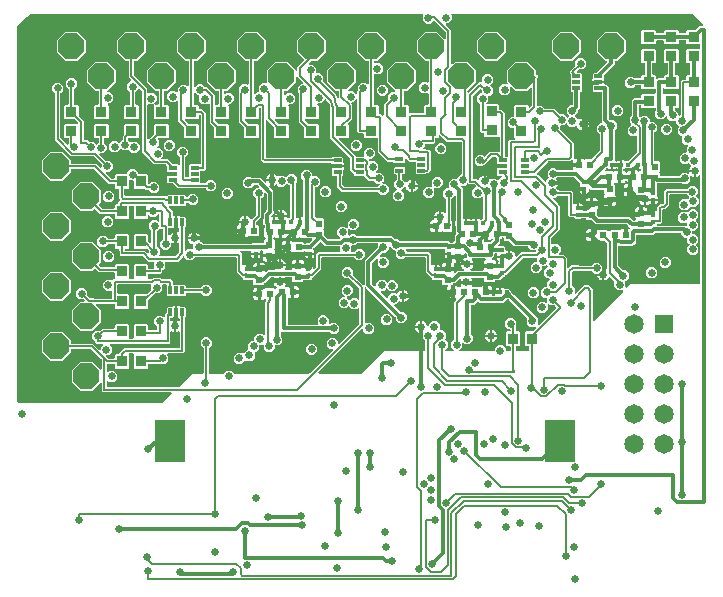
<source format=gbr>
G04 EAGLE Gerber RS-274X export*
G75*
%MOMM*%
%FSLAX34Y34*%
%LPD*%
%INBottom Copper*%
%IPPOS*%
%AMOC8*
5,1,8,0,0,1.08239X$1,22.5*%
G01*
%ADD10R,0.600000X0.620000*%
%ADD11R,0.365000X0.330000*%
%ADD12R,0.620000X0.600000*%
%ADD13R,0.330000X0.365000*%
%ADD14P,2.336880X8X22.500000*%
%ADD15R,0.300000X0.650000*%
%ADD16R,0.650000X0.300000*%
%ADD17R,1.650000X1.650000*%
%ADD18C,1.650000*%
%ADD19R,0.950000X0.900000*%
%ADD20R,0.900000X0.950000*%
%ADD21R,2.500000X3.600000*%
%ADD22C,0.304800*%
%ADD23C,0.631000*%
%ADD24C,0.152400*%

G36*
X-481494Y218964D02*
X-481494Y218964D01*
X-481403Y218971D01*
X-481373Y218983D01*
X-481341Y218989D01*
X-481261Y219031D01*
X-481177Y219067D01*
X-481145Y219093D01*
X-481124Y219104D01*
X-481102Y219127D01*
X-481046Y219172D01*
X-473910Y226308D01*
X-473868Y226366D01*
X-473818Y226418D01*
X-473797Y226465D01*
X-473766Y226507D01*
X-473745Y226576D01*
X-473715Y226641D01*
X-473709Y226693D01*
X-473694Y226743D01*
X-473696Y226814D01*
X-473688Y226885D01*
X-473699Y226936D01*
X-473700Y226988D01*
X-473725Y227056D01*
X-473740Y227126D01*
X-473767Y227171D01*
X-473785Y227219D01*
X-473829Y227275D01*
X-473866Y227337D01*
X-473906Y227371D01*
X-473938Y227411D01*
X-473999Y227450D01*
X-474053Y227497D01*
X-474101Y227516D01*
X-474145Y227544D01*
X-474215Y227562D01*
X-474281Y227589D01*
X-474353Y227597D01*
X-474384Y227605D01*
X-474407Y227603D01*
X-474448Y227607D01*
X-531797Y227607D01*
X-533123Y228933D01*
X-533123Y235051D01*
X-533134Y235121D01*
X-533136Y235193D01*
X-533154Y235242D01*
X-533162Y235293D01*
X-533196Y235357D01*
X-533221Y235424D01*
X-533253Y235465D01*
X-533278Y235511D01*
X-533330Y235560D01*
X-533374Y235616D01*
X-533418Y235644D01*
X-533456Y235680D01*
X-533521Y235710D01*
X-533581Y235749D01*
X-533632Y235762D01*
X-533679Y235784D01*
X-533750Y235792D01*
X-533820Y235809D01*
X-533872Y235805D01*
X-533923Y235811D01*
X-533994Y235796D01*
X-534065Y235790D01*
X-534113Y235770D01*
X-534164Y235759D01*
X-534225Y235722D01*
X-534291Y235694D01*
X-534347Y235649D01*
X-534375Y235632D01*
X-534390Y235615D01*
X-534422Y235589D01*
X-541007Y229004D01*
X-551193Y229004D01*
X-558396Y236207D01*
X-558396Y246393D01*
X-551193Y253596D01*
X-541007Y253596D01*
X-534422Y247011D01*
X-534364Y246969D01*
X-534312Y246920D01*
X-534265Y246898D01*
X-534223Y246867D01*
X-534154Y246846D01*
X-534089Y246816D01*
X-534037Y246810D01*
X-533987Y246795D01*
X-533916Y246797D01*
X-533845Y246789D01*
X-533794Y246800D01*
X-533742Y246801D01*
X-533674Y246826D01*
X-533604Y246841D01*
X-533559Y246868D01*
X-533511Y246886D01*
X-533455Y246931D01*
X-533393Y246968D01*
X-533359Y247007D01*
X-533319Y247040D01*
X-533280Y247100D01*
X-533233Y247154D01*
X-533214Y247203D01*
X-533186Y247247D01*
X-533168Y247316D01*
X-533141Y247383D01*
X-533133Y247454D01*
X-533125Y247485D01*
X-533127Y247508D01*
X-533123Y247549D01*
X-533123Y255287D01*
X-533137Y255378D01*
X-533145Y255468D01*
X-533157Y255498D01*
X-533162Y255530D01*
X-533205Y255611D01*
X-533241Y255695D01*
X-533267Y255727D01*
X-533278Y255748D01*
X-533301Y255770D01*
X-533346Y255826D01*
X-541734Y264214D01*
X-541808Y264267D01*
X-541878Y264327D01*
X-541908Y264339D01*
X-541934Y264358D01*
X-542021Y264385D01*
X-542106Y264419D01*
X-542147Y264423D01*
X-542169Y264430D01*
X-542201Y264429D01*
X-542273Y264437D01*
X-558443Y264437D01*
X-558463Y264434D01*
X-558482Y264436D01*
X-558584Y264414D01*
X-558686Y264398D01*
X-558703Y264388D01*
X-558723Y264384D01*
X-558812Y264331D01*
X-558903Y264282D01*
X-558917Y264268D01*
X-558934Y264258D01*
X-559001Y264179D01*
X-559073Y264104D01*
X-559081Y264086D01*
X-559094Y264071D01*
X-559133Y263975D01*
X-559176Y263881D01*
X-559178Y263861D01*
X-559186Y263843D01*
X-559204Y263676D01*
X-559204Y261607D01*
X-566407Y254404D01*
X-576593Y254404D01*
X-583796Y261607D01*
X-583796Y271793D01*
X-576593Y278996D01*
X-566407Y278996D01*
X-559204Y271793D01*
X-559204Y269724D01*
X-559201Y269704D01*
X-559203Y269685D01*
X-559181Y269583D01*
X-559165Y269481D01*
X-559155Y269464D01*
X-559151Y269444D01*
X-559098Y269355D01*
X-559049Y269264D01*
X-559035Y269250D01*
X-559025Y269233D01*
X-558946Y269166D01*
X-558871Y269094D01*
X-558853Y269086D01*
X-558838Y269073D01*
X-558742Y269034D01*
X-558648Y268991D01*
X-558628Y268989D01*
X-558610Y268981D01*
X-558443Y268963D01*
X-540083Y268963D01*
X-535037Y263917D01*
X-534979Y263875D01*
X-534927Y263826D01*
X-534880Y263804D01*
X-534838Y263774D01*
X-534769Y263753D01*
X-534704Y263722D01*
X-534652Y263717D01*
X-534602Y263701D01*
X-534531Y263703D01*
X-534460Y263695D01*
X-534409Y263706D01*
X-534357Y263708D01*
X-534289Y263732D01*
X-534219Y263748D01*
X-534174Y263774D01*
X-534126Y263792D01*
X-534070Y263837D01*
X-534008Y263874D01*
X-533974Y263913D01*
X-533934Y263946D01*
X-533895Y264006D01*
X-533848Y264061D01*
X-533829Y264109D01*
X-533801Y264153D01*
X-533783Y264222D01*
X-533756Y264289D01*
X-533748Y264360D01*
X-533740Y264391D01*
X-533742Y264415D01*
X-533738Y264456D01*
X-533738Y265751D01*
X-532287Y267202D01*
X-532246Y267260D01*
X-532196Y267312D01*
X-532174Y267359D01*
X-532144Y267401D01*
X-532123Y267470D01*
X-532093Y267535D01*
X-532087Y267587D01*
X-532072Y267637D01*
X-532073Y267708D01*
X-532066Y267779D01*
X-532077Y267830D01*
X-532078Y267882D01*
X-532103Y267950D01*
X-532118Y268020D01*
X-532144Y268065D01*
X-532162Y268113D01*
X-532207Y268169D01*
X-532244Y268231D01*
X-532284Y268265D01*
X-532316Y268305D01*
X-532376Y268344D01*
X-532431Y268391D01*
X-532479Y268410D01*
X-532523Y268438D01*
X-532592Y268456D01*
X-532659Y268483D01*
X-532730Y268491D01*
X-532762Y268499D01*
X-532785Y268497D01*
X-532826Y268501D01*
X-537385Y268501D01*
X-538711Y269827D01*
X-538711Y270445D01*
X-538725Y270535D01*
X-538733Y270626D01*
X-538745Y270656D01*
X-538750Y270688D01*
X-538793Y270769D01*
X-538829Y270853D01*
X-538855Y270885D01*
X-538866Y270905D01*
X-538889Y270928D01*
X-538934Y270983D01*
X-541104Y273154D01*
X-541104Y277010D01*
X-538376Y279738D01*
X-535308Y279738D01*
X-535217Y279752D01*
X-535127Y279760D01*
X-535097Y279772D01*
X-535065Y279777D01*
X-534984Y279820D01*
X-534900Y279856D01*
X-534868Y279882D01*
X-534847Y279893D01*
X-534825Y279916D01*
X-534769Y279961D01*
X-533067Y281663D01*
X-522762Y281663D01*
X-522742Y281666D01*
X-522723Y281664D01*
X-522621Y281686D01*
X-522519Y281702D01*
X-522502Y281712D01*
X-522482Y281716D01*
X-522393Y281769D01*
X-522302Y281818D01*
X-522288Y281832D01*
X-522271Y281842D01*
X-522204Y281921D01*
X-522132Y281996D01*
X-522124Y282014D01*
X-522111Y282029D01*
X-522072Y282125D01*
X-522029Y282219D01*
X-522027Y282239D01*
X-522019Y282257D01*
X-522001Y282424D01*
X-522001Y284772D01*
X-521122Y285651D01*
X-510878Y285651D01*
X-509999Y284772D01*
X-509999Y273788D01*
X-509996Y273768D01*
X-509998Y273749D01*
X-509976Y273647D01*
X-509960Y273545D01*
X-509950Y273528D01*
X-509946Y273508D01*
X-509893Y273419D01*
X-509844Y273328D01*
X-509830Y273314D01*
X-509820Y273297D01*
X-509741Y273230D01*
X-509666Y273158D01*
X-509648Y273150D01*
X-509633Y273137D01*
X-509537Y273098D01*
X-509443Y273055D01*
X-509423Y273053D01*
X-509405Y273045D01*
X-509238Y273027D01*
X-506762Y273027D01*
X-506742Y273030D01*
X-506723Y273028D01*
X-506621Y273050D01*
X-506519Y273066D01*
X-506502Y273076D01*
X-506482Y273080D01*
X-506393Y273133D01*
X-506302Y273182D01*
X-506288Y273196D01*
X-506271Y273206D01*
X-506204Y273285D01*
X-506132Y273360D01*
X-506124Y273378D01*
X-506111Y273393D01*
X-506072Y273489D01*
X-506029Y273583D01*
X-506027Y273603D01*
X-506019Y273621D01*
X-506001Y273788D01*
X-506001Y284772D01*
X-505122Y285651D01*
X-494878Y285651D01*
X-493999Y284772D01*
X-493999Y281154D01*
X-493996Y281134D01*
X-493998Y281115D01*
X-493976Y281013D01*
X-493960Y280911D01*
X-493950Y280894D01*
X-493946Y280874D01*
X-493893Y280785D01*
X-493844Y280694D01*
X-493830Y280680D01*
X-493820Y280663D01*
X-493741Y280596D01*
X-493666Y280524D01*
X-493648Y280516D01*
X-493633Y280503D01*
X-493537Y280464D01*
X-493443Y280421D01*
X-493423Y280419D01*
X-493405Y280411D01*
X-493238Y280393D01*
X-486894Y280393D01*
X-486874Y280396D01*
X-486855Y280394D01*
X-486753Y280416D01*
X-486651Y280432D01*
X-486634Y280442D01*
X-486614Y280446D01*
X-486525Y280499D01*
X-486434Y280548D01*
X-486420Y280562D01*
X-486403Y280572D01*
X-486336Y280651D01*
X-486264Y280726D01*
X-486256Y280744D01*
X-486243Y280759D01*
X-486204Y280855D01*
X-486161Y280949D01*
X-486159Y280969D01*
X-486151Y280987D01*
X-486133Y281154D01*
X-486133Y283399D01*
X-486147Y283489D01*
X-486155Y283580D01*
X-486167Y283610D01*
X-486172Y283642D01*
X-486215Y283723D01*
X-486251Y283807D01*
X-486277Y283839D01*
X-486288Y283859D01*
X-486311Y283882D01*
X-486356Y283937D01*
X-488526Y286108D01*
X-488526Y289964D01*
X-485798Y292692D01*
X-481942Y292692D01*
X-480748Y291498D01*
X-480690Y291457D01*
X-480638Y291407D01*
X-480591Y291385D01*
X-480549Y291355D01*
X-480480Y291334D01*
X-480415Y291304D01*
X-480363Y291298D01*
X-480313Y291283D01*
X-480242Y291284D01*
X-480171Y291277D01*
X-480120Y291288D01*
X-480068Y291289D01*
X-480000Y291314D01*
X-479930Y291329D01*
X-479885Y291355D01*
X-479837Y291373D01*
X-479781Y291418D01*
X-479719Y291455D01*
X-479685Y291495D01*
X-479645Y291527D01*
X-479606Y291587D01*
X-479559Y291642D01*
X-479540Y291690D01*
X-479512Y291734D01*
X-479494Y291803D01*
X-479467Y291870D01*
X-479459Y291941D01*
X-479451Y291973D01*
X-479453Y291996D01*
X-479449Y292037D01*
X-479449Y294201D01*
X-478124Y295526D01*
X-478071Y295600D01*
X-478011Y295670D01*
X-477999Y295700D01*
X-477980Y295726D01*
X-477953Y295813D01*
X-477919Y295898D01*
X-477915Y295939D01*
X-477908Y295961D01*
X-477909Y295993D01*
X-477901Y296065D01*
X-477901Y299422D01*
X-477022Y300301D01*
X-473006Y300301D01*
X-472892Y300319D01*
X-472779Y300335D01*
X-472770Y300339D01*
X-472763Y300340D01*
X-472744Y300351D01*
X-472625Y300403D01*
X-472172Y300664D01*
X-471663Y300801D01*
X-470661Y300801D01*
X-470661Y295550D01*
X-470661Y290299D01*
X-471663Y290299D01*
X-472172Y290436D01*
X-472625Y290697D01*
X-472733Y290738D01*
X-472839Y290781D01*
X-472849Y290782D01*
X-472856Y290784D01*
X-472878Y290785D01*
X-473006Y290799D01*
X-474162Y290799D01*
X-474182Y290796D01*
X-474201Y290798D01*
X-474303Y290776D01*
X-474405Y290760D01*
X-474422Y290750D01*
X-474442Y290746D01*
X-474531Y290693D01*
X-474622Y290644D01*
X-474636Y290630D01*
X-474653Y290620D01*
X-474720Y290541D01*
X-474792Y290466D01*
X-474800Y290448D01*
X-474813Y290433D01*
X-474852Y290337D01*
X-474895Y290243D01*
X-474897Y290223D01*
X-474905Y290205D01*
X-474923Y290038D01*
X-474923Y288494D01*
X-474904Y288375D01*
X-474885Y288257D01*
X-474884Y288255D01*
X-474884Y288252D01*
X-474827Y288145D01*
X-474772Y288039D01*
X-474770Y288037D01*
X-474768Y288034D01*
X-474682Y287953D01*
X-474595Y287868D01*
X-474592Y287867D01*
X-474590Y287865D01*
X-474480Y287814D01*
X-474373Y287763D01*
X-474370Y287763D01*
X-474367Y287761D01*
X-474249Y287748D01*
X-474129Y287734D01*
X-474126Y287734D01*
X-474123Y287734D01*
X-474005Y287760D01*
X-473888Y287784D01*
X-473885Y287786D01*
X-473882Y287786D01*
X-473873Y287792D01*
X-473739Y287861D01*
X-473358Y288116D01*
X-472420Y288505D01*
X-471868Y288614D01*
X-471868Y283738D01*
X-471865Y283718D01*
X-471867Y283698D01*
X-471845Y283597D01*
X-471839Y283563D01*
X-471840Y283561D01*
X-471842Y283542D01*
X-471849Y283523D01*
X-471868Y283356D01*
X-471868Y278480D01*
X-472420Y278589D01*
X-473358Y278978D01*
X-473739Y279233D01*
X-473849Y279282D01*
X-473957Y279333D01*
X-473960Y279333D01*
X-473963Y279334D01*
X-474082Y279347D01*
X-474201Y279360D01*
X-474205Y279359D01*
X-474208Y279360D01*
X-474325Y279333D01*
X-474442Y279308D01*
X-474444Y279306D01*
X-474448Y279305D01*
X-474550Y279243D01*
X-474653Y279181D01*
X-474655Y279179D01*
X-474658Y279177D01*
X-474734Y279087D01*
X-474813Y278995D01*
X-474814Y278992D01*
X-474816Y278989D01*
X-474860Y278878D01*
X-474905Y278766D01*
X-474905Y278763D01*
X-474906Y278760D01*
X-474907Y278750D01*
X-474923Y278600D01*
X-474923Y269827D01*
X-476249Y268501D01*
X-525338Y268501D01*
X-525409Y268490D01*
X-525481Y268488D01*
X-525530Y268470D01*
X-525581Y268462D01*
X-525644Y268428D01*
X-525712Y268403D01*
X-525752Y268371D01*
X-525798Y268346D01*
X-525848Y268294D01*
X-525904Y268250D01*
X-525932Y268206D01*
X-525968Y268168D01*
X-525998Y268103D01*
X-526037Y268043D01*
X-526049Y267992D01*
X-526071Y267945D01*
X-526079Y267874D01*
X-526097Y267804D01*
X-526093Y267752D01*
X-526098Y267701D01*
X-526083Y267630D01*
X-526078Y267559D01*
X-526057Y267511D01*
X-526046Y267460D01*
X-526009Y267399D01*
X-525981Y267333D01*
X-525937Y267277D01*
X-525920Y267249D01*
X-525902Y267234D01*
X-525877Y267202D01*
X-524426Y265751D01*
X-524426Y261895D01*
X-527154Y259167D01*
X-528449Y259167D01*
X-528520Y259156D01*
X-528592Y259154D01*
X-528641Y259136D01*
X-528692Y259128D01*
X-528756Y259094D01*
X-528823Y259069D01*
X-528864Y259037D01*
X-528910Y259012D01*
X-528959Y258961D01*
X-529015Y258916D01*
X-529043Y258872D01*
X-529079Y258834D01*
X-529109Y258769D01*
X-529148Y258709D01*
X-529161Y258658D01*
X-529183Y258611D01*
X-529191Y258540D01*
X-529208Y258470D01*
X-529204Y258418D01*
X-529210Y258367D01*
X-529194Y258296D01*
X-529189Y258225D01*
X-529169Y258177D01*
X-529157Y258126D01*
X-529121Y258065D01*
X-529093Y257999D01*
X-529048Y257943D01*
X-529031Y257915D01*
X-529014Y257900D01*
X-528988Y257868D01*
X-528374Y257254D01*
X-527606Y256486D01*
X-527532Y256433D01*
X-527462Y256373D01*
X-527432Y256361D01*
X-527406Y256342D01*
X-527319Y256315D01*
X-527234Y256281D01*
X-527193Y256277D01*
X-527171Y256270D01*
X-527139Y256271D01*
X-527067Y256263D01*
X-522762Y256263D01*
X-522742Y256266D01*
X-522723Y256264D01*
X-522621Y256286D01*
X-522519Y256302D01*
X-522502Y256312D01*
X-522482Y256316D01*
X-522393Y256369D01*
X-522302Y256418D01*
X-522288Y256432D01*
X-522271Y256442D01*
X-522204Y256521D01*
X-522132Y256596D01*
X-522124Y256614D01*
X-522111Y256629D01*
X-522072Y256725D01*
X-522029Y256819D01*
X-522027Y256839D01*
X-522019Y256857D01*
X-522001Y257024D01*
X-522001Y259372D01*
X-521122Y260251D01*
X-519024Y260251D01*
X-519004Y260254D01*
X-518985Y260252D01*
X-518883Y260274D01*
X-518781Y260290D01*
X-518764Y260300D01*
X-518744Y260304D01*
X-518655Y260357D01*
X-518564Y260406D01*
X-518550Y260420D01*
X-518533Y260430D01*
X-518466Y260509D01*
X-518394Y260584D01*
X-518386Y260602D01*
X-518373Y260617D01*
X-518334Y260713D01*
X-518291Y260807D01*
X-518289Y260827D01*
X-518281Y260845D01*
X-518276Y260894D01*
X-514017Y265153D01*
X-467844Y265153D01*
X-467824Y265156D01*
X-467805Y265154D01*
X-467703Y265176D01*
X-467601Y265192D01*
X-467584Y265202D01*
X-467564Y265206D01*
X-467475Y265259D01*
X-467384Y265308D01*
X-467370Y265322D01*
X-467353Y265332D01*
X-467286Y265411D01*
X-467214Y265486D01*
X-467206Y265504D01*
X-467193Y265519D01*
X-467154Y265615D01*
X-467111Y265709D01*
X-467109Y265729D01*
X-467101Y265747D01*
X-467083Y265914D01*
X-467083Y278483D01*
X-467102Y278602D01*
X-467121Y278720D01*
X-467122Y278723D01*
X-467122Y278726D01*
X-467178Y278831D01*
X-467234Y278939D01*
X-467236Y278941D01*
X-467238Y278943D01*
X-467325Y279026D01*
X-467411Y279109D01*
X-467414Y279111D01*
X-467416Y279113D01*
X-467527Y279164D01*
X-467633Y279215D01*
X-467636Y279215D01*
X-467639Y279216D01*
X-467757Y279230D01*
X-467877Y279244D01*
X-467880Y279243D01*
X-467883Y279244D01*
X-468001Y279218D01*
X-468118Y279194D01*
X-468121Y279192D01*
X-468124Y279191D01*
X-468133Y279186D01*
X-468267Y279116D01*
X-468474Y278978D01*
X-469412Y278589D01*
X-469964Y278480D01*
X-469964Y283356D01*
X-469967Y283376D01*
X-469965Y283396D01*
X-469987Y283497D01*
X-469993Y283531D01*
X-469992Y283533D01*
X-469990Y283552D01*
X-469983Y283571D01*
X-469964Y283738D01*
X-469964Y288614D01*
X-469412Y288505D01*
X-468474Y288116D01*
X-468267Y287978D01*
X-468157Y287928D01*
X-468049Y287878D01*
X-468046Y287877D01*
X-468043Y287876D01*
X-467924Y287864D01*
X-467805Y287850D01*
X-467801Y287851D01*
X-467798Y287851D01*
X-467681Y287877D01*
X-467564Y287903D01*
X-467562Y287904D01*
X-467558Y287905D01*
X-467455Y287968D01*
X-467353Y288029D01*
X-467351Y288031D01*
X-467348Y288033D01*
X-467271Y288124D01*
X-467193Y288216D01*
X-467192Y288219D01*
X-467190Y288221D01*
X-467147Y288330D01*
X-467101Y288444D01*
X-467101Y288448D01*
X-467100Y288450D01*
X-467099Y288461D01*
X-467083Y288611D01*
X-467083Y289590D01*
X-467102Y289705D01*
X-467120Y289825D01*
X-467122Y289828D01*
X-467122Y289832D01*
X-467178Y289937D01*
X-467233Y290043D01*
X-467236Y290046D01*
X-467238Y290050D01*
X-467323Y290131D01*
X-467409Y290214D01*
X-467413Y290216D01*
X-467416Y290219D01*
X-467523Y290269D01*
X-467631Y290320D01*
X-467635Y290321D01*
X-467639Y290323D01*
X-467757Y290336D01*
X-467875Y290350D01*
X-467880Y290349D01*
X-467883Y290350D01*
X-467897Y290347D01*
X-468041Y290325D01*
X-468137Y290299D01*
X-469139Y290299D01*
X-469139Y295550D01*
X-469139Y300801D01*
X-468137Y300801D01*
X-467628Y300664D01*
X-467175Y300403D01*
X-467067Y300362D01*
X-466961Y300319D01*
X-466951Y300318D01*
X-466944Y300316D01*
X-466922Y300315D01*
X-466794Y300301D01*
X-462778Y300301D01*
X-461899Y299422D01*
X-461899Y291678D01*
X-462334Y291243D01*
X-462387Y291169D01*
X-462447Y291100D01*
X-462459Y291070D01*
X-462478Y291044D01*
X-462505Y290957D01*
X-462539Y290872D01*
X-462543Y290831D01*
X-462550Y290809D01*
X-462549Y290776D01*
X-462557Y290705D01*
X-462557Y261953D01*
X-463883Y260627D01*
X-476995Y260627D01*
X-477066Y260616D01*
X-477138Y260614D01*
X-477187Y260596D01*
X-477238Y260588D01*
X-477301Y260554D01*
X-477369Y260529D01*
X-477409Y260497D01*
X-477455Y260472D01*
X-477505Y260420D01*
X-477561Y260376D01*
X-477589Y260332D01*
X-477625Y260294D01*
X-477655Y260229D01*
X-477694Y260169D01*
X-477706Y260118D01*
X-477728Y260071D01*
X-477736Y260000D01*
X-477754Y259930D01*
X-477750Y259878D01*
X-477755Y259827D01*
X-477740Y259756D01*
X-477735Y259685D01*
X-477714Y259637D01*
X-477703Y259586D01*
X-477666Y259525D01*
X-477638Y259459D01*
X-477594Y259403D01*
X-477577Y259375D01*
X-477559Y259360D01*
X-477534Y259328D01*
X-476674Y258468D01*
X-476674Y254612D01*
X-479402Y251884D01*
X-482470Y251884D01*
X-482561Y251870D01*
X-482651Y251862D01*
X-482681Y251850D01*
X-482713Y251845D01*
X-482794Y251802D01*
X-482878Y251766D01*
X-482910Y251740D01*
X-482916Y251737D01*
X-493238Y251737D01*
X-493258Y251734D01*
X-493277Y251736D01*
X-493379Y251714D01*
X-493481Y251698D01*
X-493498Y251688D01*
X-493518Y251684D01*
X-493607Y251631D01*
X-493698Y251582D01*
X-493712Y251568D01*
X-493729Y251558D01*
X-493796Y251479D01*
X-493868Y251404D01*
X-493876Y251386D01*
X-493889Y251371D01*
X-493928Y251275D01*
X-493971Y251181D01*
X-493973Y251161D01*
X-493981Y251143D01*
X-493999Y250976D01*
X-493999Y248628D01*
X-494878Y247749D01*
X-505122Y247749D01*
X-506001Y248628D01*
X-506001Y259388D01*
X-505953Y259438D01*
X-505931Y259485D01*
X-505901Y259527D01*
X-505880Y259596D01*
X-505850Y259661D01*
X-505844Y259713D01*
X-505829Y259762D01*
X-505831Y259834D01*
X-505823Y259905D01*
X-505834Y259956D01*
X-505835Y260008D01*
X-505860Y260076D01*
X-505875Y260146D01*
X-505902Y260191D01*
X-505919Y260239D01*
X-505964Y260295D01*
X-506001Y260357D01*
X-506041Y260391D01*
X-506073Y260431D01*
X-506134Y260470D01*
X-506188Y260517D01*
X-506236Y260536D01*
X-506280Y260564D01*
X-506350Y260582D01*
X-506416Y260609D01*
X-506487Y260617D01*
X-506519Y260625D01*
X-506542Y260623D01*
X-506583Y260627D01*
X-509417Y260627D01*
X-509488Y260616D01*
X-509560Y260614D01*
X-509608Y260596D01*
X-509660Y260588D01*
X-509723Y260554D01*
X-509791Y260529D01*
X-509831Y260497D01*
X-509877Y260472D01*
X-509927Y260420D01*
X-509983Y260376D01*
X-510011Y260332D01*
X-510047Y260294D01*
X-510077Y260229D01*
X-510116Y260169D01*
X-510128Y260118D01*
X-510150Y260071D01*
X-510158Y260000D01*
X-510176Y259930D01*
X-510172Y259878D01*
X-510177Y259827D01*
X-510162Y259756D01*
X-510157Y259685D01*
X-510136Y259637D01*
X-510125Y259586D01*
X-510088Y259525D01*
X-510060Y259459D01*
X-510015Y259403D01*
X-509999Y259376D01*
X-509999Y248628D01*
X-510878Y247749D01*
X-521122Y247749D01*
X-522001Y248628D01*
X-522001Y250976D01*
X-522004Y250996D01*
X-522002Y251015D01*
X-522024Y251117D01*
X-522040Y251219D01*
X-522050Y251236D01*
X-522054Y251256D01*
X-522107Y251345D01*
X-522156Y251436D01*
X-522170Y251450D01*
X-522180Y251467D01*
X-522259Y251534D01*
X-522334Y251606D01*
X-522352Y251614D01*
X-522367Y251627D01*
X-522463Y251666D01*
X-522557Y251709D01*
X-522577Y251711D01*
X-522595Y251719D01*
X-522762Y251737D01*
X-527836Y251737D01*
X-527856Y251734D01*
X-527875Y251736D01*
X-527977Y251714D01*
X-528079Y251698D01*
X-528096Y251688D01*
X-528116Y251684D01*
X-528205Y251631D01*
X-528296Y251582D01*
X-528310Y251568D01*
X-528327Y251558D01*
X-528394Y251479D01*
X-528466Y251404D01*
X-528474Y251386D01*
X-528487Y251371D01*
X-528526Y251275D01*
X-528569Y251181D01*
X-528571Y251161D01*
X-528579Y251143D01*
X-528597Y250976D01*
X-528597Y245635D01*
X-528586Y245564D01*
X-528584Y245492D01*
X-528566Y245443D01*
X-528558Y245392D01*
X-528524Y245329D01*
X-528499Y245261D01*
X-528467Y245221D01*
X-528442Y245175D01*
X-528390Y245125D01*
X-528346Y245069D01*
X-528302Y245041D01*
X-528264Y245005D01*
X-528199Y244975D01*
X-528139Y244936D01*
X-528088Y244924D01*
X-528041Y244902D01*
X-527970Y244894D01*
X-527900Y244876D01*
X-527848Y244880D01*
X-527797Y244875D01*
X-527726Y244890D01*
X-527655Y244895D01*
X-527607Y244916D01*
X-527556Y244927D01*
X-527495Y244964D01*
X-527429Y244992D01*
X-527373Y245036D01*
X-527345Y245053D01*
X-527330Y245071D01*
X-527298Y245096D01*
X-526438Y245956D01*
X-522582Y245956D01*
X-519854Y243228D01*
X-519854Y239372D01*
X-522582Y236644D01*
X-526438Y236644D01*
X-527298Y237504D01*
X-527356Y237545D01*
X-527408Y237595D01*
X-527455Y237617D01*
X-527497Y237647D01*
X-527566Y237668D01*
X-527631Y237698D01*
X-527683Y237704D01*
X-527733Y237719D01*
X-527804Y237718D01*
X-527875Y237725D01*
X-527926Y237714D01*
X-527978Y237713D01*
X-528046Y237688D01*
X-528116Y237673D01*
X-528161Y237647D01*
X-528209Y237629D01*
X-528265Y237584D01*
X-528327Y237547D01*
X-528361Y237507D01*
X-528401Y237475D01*
X-528440Y237415D01*
X-528487Y237360D01*
X-528506Y237312D01*
X-528534Y237268D01*
X-528552Y237199D01*
X-528579Y237132D01*
X-528587Y237061D01*
X-528595Y237030D01*
X-528593Y237006D01*
X-528597Y236965D01*
X-528597Y232894D01*
X-528594Y232874D01*
X-528596Y232855D01*
X-528574Y232753D01*
X-528558Y232651D01*
X-528548Y232634D01*
X-528544Y232614D01*
X-528491Y232525D01*
X-528442Y232434D01*
X-528428Y232420D01*
X-528418Y232403D01*
X-528339Y232336D01*
X-528264Y232264D01*
X-528246Y232256D01*
X-528231Y232243D01*
X-528135Y232204D01*
X-528041Y232161D01*
X-528021Y232159D01*
X-528003Y232151D01*
X-527836Y232133D01*
X-468400Y232133D01*
X-468310Y232147D01*
X-468219Y232155D01*
X-468189Y232167D01*
X-468157Y232172D01*
X-468077Y232215D01*
X-467993Y232251D01*
X-467961Y232277D01*
X-467940Y232288D01*
X-467918Y232311D01*
X-467862Y232356D01*
X-456631Y243587D01*
X-447524Y243587D01*
X-447504Y243590D01*
X-447485Y243588D01*
X-447383Y243610D01*
X-447281Y243627D01*
X-447264Y243636D01*
X-447244Y243640D01*
X-447155Y243693D01*
X-447064Y243742D01*
X-447050Y243756D01*
X-447033Y243766D01*
X-446966Y243845D01*
X-446894Y243920D01*
X-446886Y243938D01*
X-446873Y243953D01*
X-446834Y244049D01*
X-446791Y244143D01*
X-446789Y244163D01*
X-446781Y244181D01*
X-446763Y244348D01*
X-446763Y264940D01*
X-446777Y265030D01*
X-446785Y265121D01*
X-446797Y265151D01*
X-446802Y265183D01*
X-446845Y265264D01*
X-446881Y265348D01*
X-446907Y265380D01*
X-446918Y265400D01*
X-446941Y265423D01*
X-446986Y265478D01*
X-449156Y267649D01*
X-449156Y271505D01*
X-446428Y274233D01*
X-442572Y274233D01*
X-439844Y271505D01*
X-439844Y267649D01*
X-442014Y265478D01*
X-442067Y265405D01*
X-442127Y265335D01*
X-442139Y265305D01*
X-442158Y265279D01*
X-442185Y265192D01*
X-442219Y265107D01*
X-442223Y265066D01*
X-442230Y265044D01*
X-442229Y265011D01*
X-442237Y264940D01*
X-442237Y244348D01*
X-442234Y244328D01*
X-442236Y244309D01*
X-442214Y244207D01*
X-442198Y244105D01*
X-442188Y244088D01*
X-442184Y244068D01*
X-442131Y243979D01*
X-442082Y243888D01*
X-442068Y243874D01*
X-442058Y243857D01*
X-441979Y243790D01*
X-441904Y243719D01*
X-441886Y243710D01*
X-441871Y243697D01*
X-441775Y243658D01*
X-441681Y243615D01*
X-441661Y243613D01*
X-441643Y243605D01*
X-441476Y243587D01*
X-430063Y243587D01*
X-429973Y243602D01*
X-429882Y243609D01*
X-429852Y243621D01*
X-429820Y243627D01*
X-429739Y243669D01*
X-429655Y243705D01*
X-429623Y243731D01*
X-429603Y243742D01*
X-429580Y243765D01*
X-429524Y243810D01*
X-427378Y245956D01*
X-423522Y245956D01*
X-421376Y243810D01*
X-421302Y243757D01*
X-421232Y243697D01*
X-421202Y243685D01*
X-421176Y243666D01*
X-421089Y243639D01*
X-421004Y243605D01*
X-420963Y243601D01*
X-420941Y243594D01*
X-420909Y243595D01*
X-420837Y243587D01*
X-357591Y243587D01*
X-357500Y243602D01*
X-357410Y243609D01*
X-357380Y243621D01*
X-357348Y243627D01*
X-357267Y243669D01*
X-357183Y243705D01*
X-357151Y243731D01*
X-357130Y243742D01*
X-357108Y243765D01*
X-357052Y243810D01*
X-337577Y263285D01*
X-337535Y263343D01*
X-337486Y263395D01*
X-337464Y263442D01*
X-337434Y263484D01*
X-337413Y263553D01*
X-337382Y263618D01*
X-337377Y263670D01*
X-337361Y263720D01*
X-337363Y263791D01*
X-337355Y263862D01*
X-337366Y263913D01*
X-337368Y263965D01*
X-337392Y264033D01*
X-337408Y264103D01*
X-337434Y264148D01*
X-337452Y264196D01*
X-337497Y264252D01*
X-337534Y264314D01*
X-337573Y264348D01*
X-337606Y264388D01*
X-337666Y264427D01*
X-337721Y264474D01*
X-337769Y264493D01*
X-337813Y264521D01*
X-337882Y264539D01*
X-337949Y264566D01*
X-338020Y264574D01*
X-338051Y264582D01*
X-338075Y264580D01*
X-338116Y264584D01*
X-339748Y264584D01*
X-342476Y267312D01*
X-342476Y271168D01*
X-339748Y273896D01*
X-335892Y273896D01*
X-333164Y271168D01*
X-333164Y269536D01*
X-333153Y269465D01*
X-333151Y269393D01*
X-333133Y269344D01*
X-333125Y269293D01*
X-333091Y269229D01*
X-333066Y269162D01*
X-333034Y269121D01*
X-333009Y269075D01*
X-332957Y269026D01*
X-332913Y268970D01*
X-332869Y268942D01*
X-332831Y268906D01*
X-332766Y268876D01*
X-332706Y268837D01*
X-332655Y268824D01*
X-332608Y268802D01*
X-332537Y268794D01*
X-332467Y268777D01*
X-332415Y268781D01*
X-332364Y268775D01*
X-332293Y268791D01*
X-332222Y268796D01*
X-332174Y268816D01*
X-332123Y268828D01*
X-332062Y268864D01*
X-331996Y268892D01*
X-331940Y268937D01*
X-331912Y268954D01*
X-331897Y268972D01*
X-331865Y268997D01*
X-315160Y285702D01*
X-315107Y285776D01*
X-315047Y285846D01*
X-315035Y285876D01*
X-315016Y285902D01*
X-314989Y285989D01*
X-314955Y286074D01*
X-314951Y286115D01*
X-314944Y286137D01*
X-314945Y286169D01*
X-314937Y286241D01*
X-314937Y298179D01*
X-314948Y298250D01*
X-314950Y298322D01*
X-314968Y298371D01*
X-314976Y298422D01*
X-315010Y298485D01*
X-315035Y298553D01*
X-315067Y298593D01*
X-315092Y298639D01*
X-315144Y298689D01*
X-315188Y298745D01*
X-315232Y298773D01*
X-315270Y298809D01*
X-315335Y298839D01*
X-315395Y298878D01*
X-315446Y298890D01*
X-315493Y298912D01*
X-315564Y298920D01*
X-315634Y298938D01*
X-315686Y298934D01*
X-315737Y298939D01*
X-315808Y298924D01*
X-315879Y298919D01*
X-315927Y298898D01*
X-315978Y298887D01*
X-316039Y298850D01*
X-316105Y298822D01*
X-316161Y298778D01*
X-316189Y298761D01*
X-316204Y298743D01*
X-316236Y298718D01*
X-317096Y297858D01*
X-320952Y297858D01*
X-323312Y300218D01*
X-323328Y300229D01*
X-323340Y300245D01*
X-323427Y300301D01*
X-323511Y300361D01*
X-323530Y300367D01*
X-323547Y300378D01*
X-323648Y300403D01*
X-323747Y300433D01*
X-323766Y300433D01*
X-323786Y300438D01*
X-323889Y300430D01*
X-323992Y300427D01*
X-324011Y300420D01*
X-324031Y300419D01*
X-324126Y300378D01*
X-324223Y300343D01*
X-324239Y300330D01*
X-324257Y300322D01*
X-324388Y300218D01*
X-325752Y298854D01*
X-329609Y298854D01*
X-332336Y301581D01*
X-332336Y305438D01*
X-329609Y308165D01*
X-328058Y308165D01*
X-327987Y308177D01*
X-327916Y308179D01*
X-327867Y308197D01*
X-327815Y308205D01*
X-327752Y308239D01*
X-327685Y308263D01*
X-327644Y308296D01*
X-327598Y308320D01*
X-327549Y308372D01*
X-327493Y308417D01*
X-327464Y308461D01*
X-327429Y308499D01*
X-327398Y308563D01*
X-327360Y308624D01*
X-327347Y308674D01*
X-327325Y308722D01*
X-327317Y308793D01*
X-327300Y308862D01*
X-327304Y308914D01*
X-327298Y308966D01*
X-327313Y309036D01*
X-327319Y309108D01*
X-327339Y309155D01*
X-327350Y309206D01*
X-327387Y309268D01*
X-327415Y309334D01*
X-327460Y309390D01*
X-327476Y309418D01*
X-327494Y309433D01*
X-327520Y309465D01*
X-329796Y311741D01*
X-329796Y315598D01*
X-327069Y318325D01*
X-323212Y318325D01*
X-320485Y315598D01*
X-320485Y311741D01*
X-323212Y309014D01*
X-324763Y309014D01*
X-324833Y309002D01*
X-324905Y309000D01*
X-324954Y308983D01*
X-325005Y308974D01*
X-325069Y308941D01*
X-325136Y308916D01*
X-325177Y308883D01*
X-325223Y308859D01*
X-325272Y308807D01*
X-325328Y308762D01*
X-325356Y308718D01*
X-325392Y308681D01*
X-325422Y308616D01*
X-325461Y308555D01*
X-325474Y308505D01*
X-325496Y308458D01*
X-325504Y308386D01*
X-325521Y308317D01*
X-325517Y308265D01*
X-325523Y308213D01*
X-325508Y308143D01*
X-325502Y308072D01*
X-325482Y308024D01*
X-325471Y307973D01*
X-325434Y307911D01*
X-325406Y307845D01*
X-325361Y307789D01*
X-325344Y307762D01*
X-325327Y307746D01*
X-325301Y307714D01*
X-323393Y305806D01*
X-323377Y305794D01*
X-323364Y305779D01*
X-323277Y305723D01*
X-323193Y305663D01*
X-323174Y305657D01*
X-323157Y305646D01*
X-323057Y305621D01*
X-322958Y305590D01*
X-322938Y305591D01*
X-322919Y305586D01*
X-322816Y305594D01*
X-322712Y305597D01*
X-322693Y305603D01*
X-322673Y305605D01*
X-322578Y305645D01*
X-322481Y305681D01*
X-322465Y305693D01*
X-322447Y305701D01*
X-322316Y305806D01*
X-320952Y307170D01*
X-317096Y307170D01*
X-316236Y306310D01*
X-316178Y306269D01*
X-316126Y306219D01*
X-316079Y306197D01*
X-316037Y306167D01*
X-315968Y306146D01*
X-315903Y306116D01*
X-315851Y306110D01*
X-315801Y306095D01*
X-315730Y306096D01*
X-315659Y306089D01*
X-315608Y306100D01*
X-315556Y306101D01*
X-315488Y306126D01*
X-315418Y306141D01*
X-315373Y306167D01*
X-315325Y306185D01*
X-315269Y306230D01*
X-315207Y306267D01*
X-315173Y306307D01*
X-315133Y306339D01*
X-315094Y306399D01*
X-315047Y306454D01*
X-315028Y306502D01*
X-315000Y306546D01*
X-314982Y306615D01*
X-314955Y306682D01*
X-314947Y306753D01*
X-314939Y306784D01*
X-314941Y306808D01*
X-314937Y306849D01*
X-314937Y315231D01*
X-314951Y315322D01*
X-314959Y315412D01*
X-314971Y315442D01*
X-314976Y315474D01*
X-315019Y315555D01*
X-315055Y315639D01*
X-315081Y315671D01*
X-315092Y315692D01*
X-315115Y315714D01*
X-315160Y315770D01*
X-323441Y324051D01*
X-323515Y324104D01*
X-323585Y324164D01*
X-323615Y324176D01*
X-323641Y324195D01*
X-323728Y324222D01*
X-323813Y324256D01*
X-323854Y324260D01*
X-323876Y324267D01*
X-323908Y324266D01*
X-323980Y324274D01*
X-327048Y324274D01*
X-329776Y327002D01*
X-329776Y330858D01*
X-327048Y333586D01*
X-323192Y333586D01*
X-320464Y330858D01*
X-320464Y327790D01*
X-320462Y327777D01*
X-320463Y327768D01*
X-320453Y327721D01*
X-320450Y327699D01*
X-320442Y327609D01*
X-320430Y327579D01*
X-320425Y327547D01*
X-320382Y327466D01*
X-320346Y327382D01*
X-320320Y327350D01*
X-320309Y327329D01*
X-320286Y327307D01*
X-320241Y327251D01*
X-311664Y318674D01*
X-311606Y318632D01*
X-311554Y318583D01*
X-311507Y318561D01*
X-311465Y318531D01*
X-311396Y318510D01*
X-311331Y318479D01*
X-311279Y318474D01*
X-311229Y318458D01*
X-311158Y318460D01*
X-311087Y318452D01*
X-311036Y318463D01*
X-310984Y318465D01*
X-310916Y318489D01*
X-310846Y318505D01*
X-310801Y318531D01*
X-310753Y318549D01*
X-310697Y318594D01*
X-310635Y318631D01*
X-310601Y318670D01*
X-310561Y318703D01*
X-310522Y318763D01*
X-310475Y318818D01*
X-310456Y318866D01*
X-310428Y318910D01*
X-310410Y318979D01*
X-310383Y319046D01*
X-310375Y319117D01*
X-310367Y319148D01*
X-310369Y319172D01*
X-310365Y319213D01*
X-310365Y339073D01*
X-299519Y349919D01*
X-299466Y349993D01*
X-299406Y350062D01*
X-299394Y350092D01*
X-299375Y350119D01*
X-299348Y350206D01*
X-299314Y350290D01*
X-299310Y350331D01*
X-299303Y350354D01*
X-299304Y350386D01*
X-299296Y350457D01*
X-299296Y352448D01*
X-299198Y352546D01*
X-299157Y352604D01*
X-299107Y352656D01*
X-299085Y352703D01*
X-299055Y352745D01*
X-299034Y352814D01*
X-299004Y352879D01*
X-298998Y352931D01*
X-298983Y352981D01*
X-298984Y353052D01*
X-298977Y353123D01*
X-298988Y353174D01*
X-298989Y353226D01*
X-299014Y353294D01*
X-299029Y353364D01*
X-299056Y353409D01*
X-299073Y353457D01*
X-299118Y353513D01*
X-299155Y353575D01*
X-299195Y353609D01*
X-299227Y353649D01*
X-299287Y353688D01*
X-299342Y353735D01*
X-299390Y353754D01*
X-299434Y353782D01*
X-299503Y353800D01*
X-299570Y353827D01*
X-299641Y353835D01*
X-299672Y353843D01*
X-299696Y353841D01*
X-299737Y353845D01*
X-316165Y353845D01*
X-316255Y353831D01*
X-316346Y353823D01*
X-316376Y353811D01*
X-316408Y353806D01*
X-316489Y353763D01*
X-316573Y353727D01*
X-316605Y353701D01*
X-316625Y353690D01*
X-316648Y353667D01*
X-316703Y353622D01*
X-318112Y352214D01*
X-320973Y352214D01*
X-320993Y352211D01*
X-321012Y352213D01*
X-321114Y352191D01*
X-321216Y352175D01*
X-321233Y352165D01*
X-321253Y352161D01*
X-321342Y352108D01*
X-321433Y352059D01*
X-321447Y352045D01*
X-321464Y352035D01*
X-321531Y351956D01*
X-321603Y351881D01*
X-321611Y351863D01*
X-321624Y351848D01*
X-321663Y351752D01*
X-321706Y351658D01*
X-321708Y351638D01*
X-321716Y351620D01*
X-321734Y351453D01*
X-321734Y347640D01*
X-321752Y347622D01*
X-321774Y347575D01*
X-321804Y347533D01*
X-321825Y347464D01*
X-321855Y347399D01*
X-321861Y347347D01*
X-321876Y347298D01*
X-321875Y347226D01*
X-321882Y347155D01*
X-321871Y347104D01*
X-321870Y347052D01*
X-321845Y346984D01*
X-321830Y346914D01*
X-321804Y346869D01*
X-321786Y346821D01*
X-321741Y346765D01*
X-321704Y346703D01*
X-321665Y346669D01*
X-321632Y346629D01*
X-321572Y346590D01*
X-321517Y346543D01*
X-321469Y346524D01*
X-321425Y346496D01*
X-321356Y346478D01*
X-321289Y346451D01*
X-321218Y346443D01*
X-321187Y346435D01*
X-321163Y346437D01*
X-321122Y346433D01*
X-319597Y346433D01*
X-319507Y346447D01*
X-319416Y346455D01*
X-319386Y346467D01*
X-319354Y346472D01*
X-319273Y346515D01*
X-319189Y346551D01*
X-319157Y346577D01*
X-319137Y346588D01*
X-319114Y346611D01*
X-319059Y346656D01*
X-316888Y348826D01*
X-313032Y348826D01*
X-310304Y346098D01*
X-310304Y342242D01*
X-313032Y339514D01*
X-316888Y339514D01*
X-319059Y341684D01*
X-319132Y341737D01*
X-319202Y341797D01*
X-319232Y341809D01*
X-319258Y341828D01*
X-319345Y341855D01*
X-319430Y341889D01*
X-319471Y341893D01*
X-319493Y341900D01*
X-319526Y341899D01*
X-319597Y341907D01*
X-346226Y341907D01*
X-346246Y341904D01*
X-346265Y341906D01*
X-346367Y341884D01*
X-346469Y341868D01*
X-346486Y341858D01*
X-346506Y341854D01*
X-346595Y341801D01*
X-346686Y341752D01*
X-346700Y341738D01*
X-346717Y341728D01*
X-346784Y341649D01*
X-346856Y341574D01*
X-346864Y341556D01*
X-346877Y341541D01*
X-346916Y341445D01*
X-346959Y341351D01*
X-346961Y341331D01*
X-346969Y341313D01*
X-346987Y341146D01*
X-346987Y331951D01*
X-354311Y324628D01*
X-354369Y324615D01*
X-354471Y324599D01*
X-354488Y324589D01*
X-354508Y324585D01*
X-354597Y324532D01*
X-354688Y324483D01*
X-354702Y324469D01*
X-354719Y324459D01*
X-354786Y324380D01*
X-354858Y324305D01*
X-354866Y324287D01*
X-354879Y324272D01*
X-354918Y324176D01*
X-354961Y324082D01*
X-354963Y324062D01*
X-354971Y324044D01*
X-354989Y323877D01*
X-354989Y323663D01*
X-355868Y322784D01*
X-356873Y322784D01*
X-356963Y322770D01*
X-357054Y322762D01*
X-357084Y322750D01*
X-357116Y322745D01*
X-357196Y322702D01*
X-357280Y322666D01*
X-357312Y322640D01*
X-357333Y322629D01*
X-357355Y322606D01*
X-357394Y322575D01*
X-361668Y322575D01*
X-361688Y322572D01*
X-361707Y322574D01*
X-361809Y322552D01*
X-361911Y322536D01*
X-361928Y322526D01*
X-361948Y322522D01*
X-362037Y322469D01*
X-362128Y322420D01*
X-362142Y322406D01*
X-362159Y322396D01*
X-362226Y322317D01*
X-362298Y322242D01*
X-362306Y322224D01*
X-362319Y322209D01*
X-362358Y322113D01*
X-362401Y322019D01*
X-362403Y322005D01*
X-363308Y321099D01*
X-370752Y321099D01*
X-371631Y321978D01*
X-371631Y324354D01*
X-371634Y324374D01*
X-371632Y324393D01*
X-371654Y324495D01*
X-371670Y324597D01*
X-371680Y324614D01*
X-371684Y324634D01*
X-371737Y324723D01*
X-371786Y324814D01*
X-371800Y324828D01*
X-371810Y324845D01*
X-371889Y324912D01*
X-371964Y324984D01*
X-371982Y324992D01*
X-371997Y325005D01*
X-372093Y325044D01*
X-372187Y325087D01*
X-372207Y325089D01*
X-372225Y325097D01*
X-372392Y325115D01*
X-377188Y325115D01*
X-377305Y325096D01*
X-377425Y325077D01*
X-377427Y325076D01*
X-377430Y325076D01*
X-377535Y325020D01*
X-377643Y324964D01*
X-377645Y324962D01*
X-377648Y324960D01*
X-377729Y324874D01*
X-377814Y324787D01*
X-377815Y324784D01*
X-377817Y324782D01*
X-377868Y324673D01*
X-377919Y324565D01*
X-377919Y324562D01*
X-377921Y324559D01*
X-377934Y324441D01*
X-377948Y324321D01*
X-377948Y324318D01*
X-377948Y324315D01*
X-377922Y324196D01*
X-377898Y324080D01*
X-377896Y324077D01*
X-377896Y324074D01*
X-377890Y324065D01*
X-377821Y323931D01*
X-377701Y323752D01*
X-377312Y322814D01*
X-377203Y322262D01*
X-381318Y322262D01*
X-381318Y324354D01*
X-381321Y324374D01*
X-381319Y324393D01*
X-381341Y324495D01*
X-381358Y324597D01*
X-381367Y324614D01*
X-381371Y324634D01*
X-381425Y324723D01*
X-381473Y324814D01*
X-381487Y324828D01*
X-381498Y324845D01*
X-381576Y324912D01*
X-381651Y324984D01*
X-381669Y324992D01*
X-381685Y325005D01*
X-381781Y325044D01*
X-381874Y325087D01*
X-381894Y325089D01*
X-381913Y325097D01*
X-382079Y325115D01*
X-382461Y325115D01*
X-382480Y325112D01*
X-382500Y325114D01*
X-382601Y325092D01*
X-382703Y325076D01*
X-382721Y325066D01*
X-382740Y325062D01*
X-382829Y325009D01*
X-382921Y324960D01*
X-382934Y324946D01*
X-382951Y324936D01*
X-383019Y324857D01*
X-383090Y324782D01*
X-383098Y324764D01*
X-383111Y324749D01*
X-383150Y324653D01*
X-383194Y324559D01*
X-383196Y324539D01*
X-383203Y324521D01*
X-383222Y324354D01*
X-383222Y322262D01*
X-387337Y322262D01*
X-387228Y322814D01*
X-386839Y323752D01*
X-386719Y323931D01*
X-386670Y324040D01*
X-386619Y324149D01*
X-386619Y324152D01*
X-386618Y324155D01*
X-386606Y324272D01*
X-386592Y324393D01*
X-386593Y324397D01*
X-386592Y324400D01*
X-386619Y324515D01*
X-386644Y324634D01*
X-386646Y324637D01*
X-386647Y324640D01*
X-386709Y324741D01*
X-386771Y324845D01*
X-386773Y324847D01*
X-386775Y324850D01*
X-386866Y324927D01*
X-386957Y325005D01*
X-386960Y325006D01*
X-386963Y325008D01*
X-387073Y325051D01*
X-387186Y325097D01*
X-387189Y325097D01*
X-387192Y325098D01*
X-387202Y325099D01*
X-387352Y325115D01*
X-389592Y325115D01*
X-389682Y325101D01*
X-389773Y325093D01*
X-389803Y325081D01*
X-389835Y325076D01*
X-389915Y325033D01*
X-389999Y324997D01*
X-390031Y324971D01*
X-390052Y324960D01*
X-390074Y324937D01*
X-390130Y324892D01*
X-395135Y319887D01*
X-395148Y319880D01*
X-395162Y319866D01*
X-395179Y319856D01*
X-395246Y319777D01*
X-395318Y319702D01*
X-395326Y319684D01*
X-395339Y319669D01*
X-395378Y319573D01*
X-395421Y319479D01*
X-395423Y319465D01*
X-396328Y318559D01*
X-403772Y318559D01*
X-404651Y319438D01*
X-404651Y322324D01*
X-404654Y322344D01*
X-404652Y322363D01*
X-404674Y322465D01*
X-404690Y322567D01*
X-404700Y322584D01*
X-404704Y322604D01*
X-404757Y322693D01*
X-404806Y322784D01*
X-404820Y322798D01*
X-404830Y322815D01*
X-404909Y322882D01*
X-404984Y322954D01*
X-405002Y322962D01*
X-405017Y322975D01*
X-405113Y323014D01*
X-405207Y323057D01*
X-405227Y323059D01*
X-405245Y323067D01*
X-405412Y323085D01*
X-407322Y323085D01*
X-407412Y323071D01*
X-407503Y323063D01*
X-407533Y323051D01*
X-407565Y323046D01*
X-407645Y323003D01*
X-407729Y322967D01*
X-407761Y322941D01*
X-407782Y322930D01*
X-407804Y322907D01*
X-407860Y322862D01*
X-407938Y322784D01*
X-412482Y322784D01*
X-413361Y323663D01*
X-413361Y323877D01*
X-413364Y323897D01*
X-413362Y323916D01*
X-413384Y324018D01*
X-413400Y324120D01*
X-413410Y324137D01*
X-413414Y324157D01*
X-413467Y324246D01*
X-413516Y324337D01*
X-413530Y324351D01*
X-413540Y324368D01*
X-413619Y324435D01*
X-413694Y324507D01*
X-413712Y324515D01*
X-413727Y324528D01*
X-413823Y324567D01*
X-413917Y324610D01*
X-413937Y324612D01*
X-413955Y324620D01*
X-414041Y324629D01*
X-418823Y329411D01*
X-418823Y341146D01*
X-418826Y341166D01*
X-418824Y341185D01*
X-418846Y341287D01*
X-418862Y341389D01*
X-418872Y341406D01*
X-418876Y341426D01*
X-418929Y341515D01*
X-418978Y341606D01*
X-418992Y341620D01*
X-419002Y341637D01*
X-419081Y341704D01*
X-419156Y341776D01*
X-419174Y341784D01*
X-419189Y341797D01*
X-419285Y341836D01*
X-419379Y341879D01*
X-419399Y341881D01*
X-419417Y341889D01*
X-419584Y341907D01*
X-453833Y341907D01*
X-453923Y341893D01*
X-454014Y341885D01*
X-454044Y341873D01*
X-454076Y341868D01*
X-454157Y341825D01*
X-454241Y341789D01*
X-454273Y341763D01*
X-454293Y341752D01*
X-454316Y341729D01*
X-454371Y341684D01*
X-456542Y339514D01*
X-460398Y339514D01*
X-463147Y342263D01*
X-463157Y342290D01*
X-463165Y342341D01*
X-463199Y342405D01*
X-463224Y342472D01*
X-463256Y342513D01*
X-463281Y342559D01*
X-463333Y342608D01*
X-463377Y342664D01*
X-463421Y342692D01*
X-463459Y342728D01*
X-463524Y342758D01*
X-463584Y342797D01*
X-463635Y342810D01*
X-463682Y342832D01*
X-463753Y342840D01*
X-463823Y342857D01*
X-463875Y342853D01*
X-463926Y342859D01*
X-463997Y342843D01*
X-464068Y342838D01*
X-464116Y342818D01*
X-464167Y342806D01*
X-464228Y342770D01*
X-464294Y342742D01*
X-464350Y342697D01*
X-464378Y342680D01*
X-464393Y342662D01*
X-464425Y342637D01*
X-468623Y338439D01*
X-478607Y338439D01*
X-478678Y338428D01*
X-478750Y338426D01*
X-478799Y338408D01*
X-478850Y338400D01*
X-478913Y338366D01*
X-478981Y338341D01*
X-479021Y338309D01*
X-479067Y338284D01*
X-479117Y338232D01*
X-479173Y338188D01*
X-479201Y338144D01*
X-479237Y338106D01*
X-479267Y338041D01*
X-479306Y337981D01*
X-479318Y337930D01*
X-479340Y337883D01*
X-479348Y337812D01*
X-479366Y337742D01*
X-479362Y337690D01*
X-479367Y337639D01*
X-479352Y337568D01*
X-479347Y337497D01*
X-479326Y337449D01*
X-479315Y337398D01*
X-479278Y337337D01*
X-479250Y337271D01*
X-479214Y337226D01*
X-479214Y333352D01*
X-481384Y331181D01*
X-481437Y331108D01*
X-481497Y331038D01*
X-481509Y331008D01*
X-481528Y330982D01*
X-481555Y330895D01*
X-481589Y330810D01*
X-481593Y330769D01*
X-481600Y330747D01*
X-481599Y330714D01*
X-481607Y330643D01*
X-481607Y329263D01*
X-482933Y327937D01*
X-493238Y327937D01*
X-493258Y327934D01*
X-493277Y327936D01*
X-493379Y327914D01*
X-493481Y327898D01*
X-493498Y327888D01*
X-493518Y327884D01*
X-493607Y327831D01*
X-493698Y327782D01*
X-493712Y327768D01*
X-493729Y327758D01*
X-493796Y327679D01*
X-493868Y327604D01*
X-493876Y327586D01*
X-493889Y327571D01*
X-493928Y327474D01*
X-493971Y327381D01*
X-493973Y327361D01*
X-493981Y327343D01*
X-493999Y327176D01*
X-493999Y324812D01*
X-494047Y324762D01*
X-494069Y324715D01*
X-494099Y324673D01*
X-494120Y324604D01*
X-494150Y324539D01*
X-494156Y324487D01*
X-494171Y324438D01*
X-494169Y324366D01*
X-494177Y324295D01*
X-494166Y324244D01*
X-494165Y324192D01*
X-494140Y324124D01*
X-494125Y324054D01*
X-494098Y324009D01*
X-494081Y323961D01*
X-494036Y323905D01*
X-493999Y323843D01*
X-493959Y323809D01*
X-493927Y323769D01*
X-493866Y323730D01*
X-493812Y323683D01*
X-493764Y323664D01*
X-493720Y323636D01*
X-493650Y323618D01*
X-493584Y323591D01*
X-493513Y323583D01*
X-493481Y323575D01*
X-493458Y323577D01*
X-493417Y323573D01*
X-491321Y323573D01*
X-491231Y323587D01*
X-491140Y323595D01*
X-491110Y323607D01*
X-491078Y323612D01*
X-490998Y323655D01*
X-490914Y323691D01*
X-490882Y323717D01*
X-490861Y323728D01*
X-490839Y323751D01*
X-490783Y323796D01*
X-489907Y324672D01*
X-482913Y324672D01*
X-482037Y323796D01*
X-481963Y323743D01*
X-481894Y323683D01*
X-481864Y323671D01*
X-481838Y323652D01*
X-481751Y323625D01*
X-481666Y323591D01*
X-481625Y323587D01*
X-481602Y323580D01*
X-481570Y323581D01*
X-481499Y323573D01*
X-474043Y323573D01*
X-472717Y322247D01*
X-472717Y319562D01*
X-472714Y319542D01*
X-472716Y319523D01*
X-472694Y319421D01*
X-472678Y319319D01*
X-472668Y319302D01*
X-472664Y319282D01*
X-472611Y319193D01*
X-472562Y319102D01*
X-472548Y319088D01*
X-472538Y319071D01*
X-472459Y319004D01*
X-472384Y318932D01*
X-472366Y318924D01*
X-472351Y318911D01*
X-472255Y318872D01*
X-472161Y318829D01*
X-472141Y318827D01*
X-472123Y318819D01*
X-471956Y318801D01*
X-467703Y318801D01*
X-467703Y318800D01*
X-467602Y318775D01*
X-467504Y318745D01*
X-467484Y318745D01*
X-467464Y318740D01*
X-467361Y318748D01*
X-467258Y318751D01*
X-467239Y318758D01*
X-467219Y318760D01*
X-467124Y318800D01*
X-467122Y318801D01*
X-462778Y318801D01*
X-461899Y317922D01*
X-461899Y317074D01*
X-461896Y317054D01*
X-461898Y317035D01*
X-461876Y316933D01*
X-461860Y316831D01*
X-461850Y316814D01*
X-461846Y316794D01*
X-461793Y316705D01*
X-461744Y316614D01*
X-461730Y316600D01*
X-461720Y316583D01*
X-461641Y316516D01*
X-461566Y316444D01*
X-461548Y316436D01*
X-461533Y316423D01*
X-461437Y316384D01*
X-461343Y316341D01*
X-461323Y316339D01*
X-461305Y316331D01*
X-461138Y316313D01*
X-449114Y316313D01*
X-449024Y316327D01*
X-448933Y316335D01*
X-448903Y316347D01*
X-448871Y316352D01*
X-448790Y316395D01*
X-448706Y316431D01*
X-448674Y316457D01*
X-448654Y316468D01*
X-448632Y316491D01*
X-448575Y316536D01*
X-446428Y318683D01*
X-442572Y318683D01*
X-439844Y315955D01*
X-439844Y312099D01*
X-442572Y309371D01*
X-446428Y309371D01*
X-448621Y311564D01*
X-448695Y311617D01*
X-448765Y311677D01*
X-448795Y311689D01*
X-448821Y311708D01*
X-448908Y311735D01*
X-448993Y311769D01*
X-449034Y311773D01*
X-449056Y311780D01*
X-449088Y311779D01*
X-449160Y311787D01*
X-461138Y311787D01*
X-461158Y311784D01*
X-461177Y311786D01*
X-461279Y311764D01*
X-461381Y311748D01*
X-461398Y311738D01*
X-461418Y311734D01*
X-461507Y311681D01*
X-461598Y311632D01*
X-461612Y311618D01*
X-461629Y311608D01*
X-461696Y311529D01*
X-461768Y311454D01*
X-461776Y311436D01*
X-461789Y311421D01*
X-461828Y311325D01*
X-461871Y311231D01*
X-461873Y311211D01*
X-461881Y311193D01*
X-461899Y311026D01*
X-461899Y310178D01*
X-462778Y309299D01*
X-467097Y309299D01*
X-467097Y309300D01*
X-467198Y309325D01*
X-467297Y309355D01*
X-467317Y309355D01*
X-467336Y309360D01*
X-467439Y309352D01*
X-467542Y309349D01*
X-467561Y309342D01*
X-467581Y309340D01*
X-467676Y309300D01*
X-467678Y309299D01*
X-472097Y309299D01*
X-472097Y309300D01*
X-472198Y309325D01*
X-472297Y309355D01*
X-472317Y309355D01*
X-472336Y309360D01*
X-472439Y309352D01*
X-472542Y309349D01*
X-472561Y309342D01*
X-472581Y309340D01*
X-472676Y309300D01*
X-472678Y309299D01*
X-477022Y309299D01*
X-477901Y310178D01*
X-477901Y312458D01*
X-477915Y312548D01*
X-477923Y312639D01*
X-477935Y312669D01*
X-477940Y312701D01*
X-477983Y312781D01*
X-478005Y312832D01*
X-478005Y315423D01*
X-477999Y315437D01*
X-477980Y315464D01*
X-477953Y315551D01*
X-477919Y315635D01*
X-477915Y315676D01*
X-477908Y315699D01*
X-477909Y315731D01*
X-477901Y315802D01*
X-477901Y318036D01*
X-477880Y318081D01*
X-477874Y318133D01*
X-477859Y318182D01*
X-477861Y318254D01*
X-477853Y318325D01*
X-477864Y318376D01*
X-477865Y318428D01*
X-477890Y318496D01*
X-477905Y318566D01*
X-477932Y318611D01*
X-477949Y318659D01*
X-477994Y318715D01*
X-478031Y318777D01*
X-478071Y318811D01*
X-478103Y318851D01*
X-478163Y318890D01*
X-478218Y318937D01*
X-478266Y318956D01*
X-478310Y318984D01*
X-478380Y319002D01*
X-478446Y319029D01*
X-478517Y319037D01*
X-478548Y319045D01*
X-478572Y319043D01*
X-478613Y319047D01*
X-480993Y319047D01*
X-481013Y319044D01*
X-481032Y319046D01*
X-481134Y319024D01*
X-481236Y319008D01*
X-481253Y318998D01*
X-481273Y318994D01*
X-481362Y318941D01*
X-481453Y318892D01*
X-481467Y318878D01*
X-481484Y318868D01*
X-481551Y318789D01*
X-481623Y318714D01*
X-481631Y318696D01*
X-481644Y318681D01*
X-481683Y318585D01*
X-481726Y318491D01*
X-481728Y318471D01*
X-481736Y318453D01*
X-481754Y318286D01*
X-481754Y314302D01*
X-484482Y311574D01*
X-487550Y311574D01*
X-487641Y311560D01*
X-487731Y311552D01*
X-487761Y311540D01*
X-487793Y311535D01*
X-487874Y311492D01*
X-487958Y311456D01*
X-487990Y311430D01*
X-488011Y311419D01*
X-488033Y311396D01*
X-488089Y311351D01*
X-493776Y305664D01*
X-493829Y305590D01*
X-493889Y305520D01*
X-493901Y305490D01*
X-493920Y305464D01*
X-493947Y305377D01*
X-493981Y305292D01*
X-493985Y305251D01*
X-493992Y305229D01*
X-493991Y305197D01*
X-493999Y305125D01*
X-493999Y299428D01*
X-494878Y298549D01*
X-505122Y298549D01*
X-506001Y299428D01*
X-506001Y310172D01*
X-505122Y311051D01*
X-495105Y311051D01*
X-495014Y311065D01*
X-494924Y311073D01*
X-494894Y311085D01*
X-494862Y311090D01*
X-494781Y311133D01*
X-494697Y311169D01*
X-494665Y311195D01*
X-494644Y311206D01*
X-494636Y311214D01*
X-494635Y311215D01*
X-494620Y311230D01*
X-494566Y311274D01*
X-491289Y314551D01*
X-491236Y314625D01*
X-491176Y314695D01*
X-491164Y314725D01*
X-491145Y314751D01*
X-491118Y314838D01*
X-491084Y314923D01*
X-491080Y314964D01*
X-491073Y314986D01*
X-491074Y315018D01*
X-491066Y315090D01*
X-491066Y318286D01*
X-491069Y318306D01*
X-491067Y318325D01*
X-491089Y318427D01*
X-491105Y318529D01*
X-491115Y318546D01*
X-491119Y318566D01*
X-491172Y318655D01*
X-491221Y318746D01*
X-491235Y318760D01*
X-491245Y318777D01*
X-491324Y318844D01*
X-491399Y318916D01*
X-491417Y318924D01*
X-491432Y318937D01*
X-491528Y318976D01*
X-491622Y319019D01*
X-491642Y319021D01*
X-491660Y319029D01*
X-491827Y319047D01*
X-518946Y319047D01*
X-518966Y319044D01*
X-518985Y319046D01*
X-519087Y319024D01*
X-519189Y319008D01*
X-519206Y318998D01*
X-519226Y318994D01*
X-519315Y318941D01*
X-519406Y318892D01*
X-519420Y318878D01*
X-519437Y318868D01*
X-519504Y318789D01*
X-519576Y318714D01*
X-519584Y318696D01*
X-519597Y318681D01*
X-519636Y318585D01*
X-519679Y318491D01*
X-519681Y318471D01*
X-519689Y318453D01*
X-519707Y318286D01*
X-519707Y311812D01*
X-519705Y311796D01*
X-519706Y311782D01*
X-519706Y311779D01*
X-519706Y311773D01*
X-519684Y311671D01*
X-519668Y311569D01*
X-519658Y311552D01*
X-519654Y311532D01*
X-519601Y311443D01*
X-519552Y311352D01*
X-519538Y311338D01*
X-519528Y311321D01*
X-519449Y311254D01*
X-519374Y311182D01*
X-519356Y311174D01*
X-519341Y311161D01*
X-519245Y311122D01*
X-519151Y311079D01*
X-519131Y311077D01*
X-519113Y311069D01*
X-518946Y311051D01*
X-510878Y311051D01*
X-509999Y310172D01*
X-509999Y299428D01*
X-510878Y298549D01*
X-521122Y298549D01*
X-522001Y299428D01*
X-522001Y301776D01*
X-522004Y301796D01*
X-522002Y301815D01*
X-522024Y301917D01*
X-522040Y302019D01*
X-522050Y302036D01*
X-522054Y302056D01*
X-522107Y302145D01*
X-522156Y302236D01*
X-522170Y302250D01*
X-522180Y302267D01*
X-522259Y302334D01*
X-522334Y302406D01*
X-522352Y302414D01*
X-522367Y302427D01*
X-522463Y302466D01*
X-522557Y302509D01*
X-522577Y302511D01*
X-522595Y302519D01*
X-522762Y302537D01*
X-537311Y302537D01*
X-537381Y302526D01*
X-537453Y302524D01*
X-537502Y302506D01*
X-537553Y302498D01*
X-537617Y302464D01*
X-537684Y302439D01*
X-537725Y302407D01*
X-537771Y302382D01*
X-537820Y302330D01*
X-537876Y302286D01*
X-537904Y302242D01*
X-537940Y302204D01*
X-537970Y302139D01*
X-538009Y302079D01*
X-538022Y302028D01*
X-538044Y301981D01*
X-538052Y301910D01*
X-538069Y301840D01*
X-538065Y301788D01*
X-538071Y301737D01*
X-538056Y301666D01*
X-538050Y301595D01*
X-538030Y301547D01*
X-538019Y301496D01*
X-537982Y301435D01*
X-537954Y301369D01*
X-537909Y301313D01*
X-537892Y301285D01*
X-537875Y301270D01*
X-537849Y301238D01*
X-533804Y297193D01*
X-533804Y287007D01*
X-541007Y279804D01*
X-551193Y279804D01*
X-558396Y287007D01*
X-558396Y297193D01*
X-551193Y304396D01*
X-548194Y304396D01*
X-548123Y304407D01*
X-548051Y304409D01*
X-548002Y304427D01*
X-547951Y304435D01*
X-547888Y304469D01*
X-547820Y304494D01*
X-547779Y304526D01*
X-547733Y304551D01*
X-547684Y304602D01*
X-547628Y304647D01*
X-547600Y304691D01*
X-547564Y304729D01*
X-547534Y304794D01*
X-547495Y304854D01*
X-547482Y304905D01*
X-547460Y304952D01*
X-547452Y305023D01*
X-547435Y305093D01*
X-547439Y305145D01*
X-547433Y305196D01*
X-547449Y305267D01*
X-547454Y305338D01*
X-547474Y305386D01*
X-547486Y305437D01*
X-547522Y305498D01*
X-547550Y305564D01*
X-547595Y305620D01*
X-547612Y305648D01*
X-547630Y305663D01*
X-547655Y305695D01*
X-548231Y306271D01*
X-548305Y306324D01*
X-548375Y306384D01*
X-548405Y306396D01*
X-548431Y306415D01*
X-548518Y306442D01*
X-548603Y306476D01*
X-548644Y306480D01*
X-548666Y306487D01*
X-548698Y306486D01*
X-548770Y306494D01*
X-551838Y306494D01*
X-554566Y309222D01*
X-554566Y313078D01*
X-551838Y315806D01*
X-547982Y315806D01*
X-545254Y313078D01*
X-545254Y310010D01*
X-545240Y309919D01*
X-545232Y309829D01*
X-545220Y309799D01*
X-545215Y309767D01*
X-545172Y309686D01*
X-545136Y309602D01*
X-545110Y309570D01*
X-545099Y309549D01*
X-545076Y309527D01*
X-545031Y309471D01*
X-543203Y307643D01*
X-543129Y307590D01*
X-543059Y307530D01*
X-543029Y307518D01*
X-543003Y307499D01*
X-542916Y307472D01*
X-542831Y307438D01*
X-542790Y307434D01*
X-542768Y307427D01*
X-542736Y307428D01*
X-542664Y307420D01*
X-539754Y307420D01*
X-539620Y307286D01*
X-539546Y307233D01*
X-539477Y307173D01*
X-539447Y307161D01*
X-539421Y307142D01*
X-539334Y307115D01*
X-539249Y307081D01*
X-539208Y307077D01*
X-539185Y307070D01*
X-539153Y307071D01*
X-539082Y307063D01*
X-524994Y307063D01*
X-524974Y307066D01*
X-524955Y307064D01*
X-524853Y307086D01*
X-524751Y307102D01*
X-524734Y307112D01*
X-524714Y307116D01*
X-524625Y307169D01*
X-524534Y307218D01*
X-524520Y307232D01*
X-524503Y307242D01*
X-524436Y307321D01*
X-524364Y307396D01*
X-524356Y307414D01*
X-524343Y307429D01*
X-524304Y307525D01*
X-524261Y307619D01*
X-524259Y307639D01*
X-524251Y307657D01*
X-524233Y307824D01*
X-524233Y313165D01*
X-524244Y313236D01*
X-524246Y313308D01*
X-524264Y313357D01*
X-524272Y313408D01*
X-524306Y313471D01*
X-524331Y313539D01*
X-524363Y313579D01*
X-524388Y313625D01*
X-524440Y313675D01*
X-524484Y313731D01*
X-524528Y313759D01*
X-524566Y313795D01*
X-524631Y313825D01*
X-524691Y313864D01*
X-524742Y313876D01*
X-524789Y313898D01*
X-524860Y313906D01*
X-524930Y313924D01*
X-524982Y313920D01*
X-525033Y313925D01*
X-525104Y313910D01*
X-525175Y313905D01*
X-525223Y313884D01*
X-525274Y313873D01*
X-525335Y313836D01*
X-525401Y313808D01*
X-525440Y313777D01*
X-529315Y313777D01*
X-532043Y316505D01*
X-532043Y320361D01*
X-529315Y323089D01*
X-525459Y323089D01*
X-524963Y322593D01*
X-524947Y322582D01*
X-524935Y322566D01*
X-524847Y322510D01*
X-524763Y322450D01*
X-524744Y322444D01*
X-524728Y322433D01*
X-524627Y322408D01*
X-524528Y322377D01*
X-524508Y322378D01*
X-524489Y322373D01*
X-524386Y322381D01*
X-524282Y322384D01*
X-524264Y322391D01*
X-524244Y322392D01*
X-524149Y322433D01*
X-524051Y322468D01*
X-524036Y322481D01*
X-524018Y322489D01*
X-523887Y322593D01*
X-522907Y323573D01*
X-522583Y323573D01*
X-522512Y323584D01*
X-522440Y323586D01*
X-522392Y323604D01*
X-522340Y323612D01*
X-522277Y323646D01*
X-522209Y323671D01*
X-522169Y323703D01*
X-522123Y323728D01*
X-522073Y323780D01*
X-522017Y323824D01*
X-521989Y323868D01*
X-521953Y323906D01*
X-521923Y323971D01*
X-521884Y324031D01*
X-521872Y324082D01*
X-521850Y324129D01*
X-521842Y324200D01*
X-521824Y324270D01*
X-521828Y324322D01*
X-521823Y324373D01*
X-521838Y324444D01*
X-521843Y324515D01*
X-521864Y324563D01*
X-521875Y324614D01*
X-521912Y324675D01*
X-521940Y324741D01*
X-521985Y324797D01*
X-522001Y324824D01*
X-522001Y328446D01*
X-522004Y328466D01*
X-522002Y328485D01*
X-522024Y328587D01*
X-522040Y328689D01*
X-522050Y328706D01*
X-522054Y328726D01*
X-522107Y328815D01*
X-522156Y328906D01*
X-522170Y328920D01*
X-522180Y328937D01*
X-522259Y329004D01*
X-522334Y329076D01*
X-522352Y329084D01*
X-522367Y329097D01*
X-522463Y329136D01*
X-522557Y329179D01*
X-522577Y329181D01*
X-522595Y329189D01*
X-522762Y329207D01*
X-535607Y329207D01*
X-538467Y332067D01*
X-538483Y332079D01*
X-538496Y332095D01*
X-538583Y332151D01*
X-538667Y332211D01*
X-538686Y332217D01*
X-538703Y332228D01*
X-538803Y332253D01*
X-538902Y332283D01*
X-538922Y332283D01*
X-538941Y332288D01*
X-539044Y332280D01*
X-539148Y332277D01*
X-539167Y332270D01*
X-539187Y332268D01*
X-539282Y332228D01*
X-539379Y332192D01*
X-539395Y332180D01*
X-539413Y332172D01*
X-539544Y332067D01*
X-541007Y330604D01*
X-551193Y330604D01*
X-558396Y337807D01*
X-558396Y347993D01*
X-551193Y355196D01*
X-541007Y355196D01*
X-533804Y347993D01*
X-533804Y337807D01*
X-535267Y336344D01*
X-535279Y336328D01*
X-535295Y336315D01*
X-535351Y336228D01*
X-535411Y336144D01*
X-535417Y336125D01*
X-535428Y336108D01*
X-535453Y336008D01*
X-535483Y335909D01*
X-535483Y335889D01*
X-535488Y335870D01*
X-535480Y335767D01*
X-535477Y335663D01*
X-535470Y335644D01*
X-535468Y335625D01*
X-535428Y335530D01*
X-535392Y335432D01*
X-535380Y335417D01*
X-535372Y335398D01*
X-535267Y335267D01*
X-533956Y333956D01*
X-533882Y333903D01*
X-533812Y333843D01*
X-533782Y333831D01*
X-533756Y333812D01*
X-533669Y333785D01*
X-533584Y333751D01*
X-533543Y333747D01*
X-533521Y333740D01*
X-533489Y333741D01*
X-533417Y333733D01*
X-522762Y333733D01*
X-522742Y333736D01*
X-522723Y333734D01*
X-522621Y333756D01*
X-522519Y333772D01*
X-522502Y333782D01*
X-522482Y333786D01*
X-522393Y333839D01*
X-522302Y333888D01*
X-522288Y333902D01*
X-522271Y333912D01*
X-522204Y333991D01*
X-522132Y334066D01*
X-522124Y334084D01*
X-522111Y334099D01*
X-522072Y334195D01*
X-522029Y334289D01*
X-522027Y334309D01*
X-522019Y334327D01*
X-522001Y334494D01*
X-522001Y335572D01*
X-521122Y336451D01*
X-510878Y336451D01*
X-509999Y335572D01*
X-509999Y324812D01*
X-510047Y324762D01*
X-510069Y324715D01*
X-510099Y324673D01*
X-510120Y324604D01*
X-510150Y324539D01*
X-510156Y324487D01*
X-510171Y324438D01*
X-510169Y324366D01*
X-510177Y324295D01*
X-510166Y324244D01*
X-510165Y324192D01*
X-510140Y324124D01*
X-510125Y324054D01*
X-510098Y324009D01*
X-510081Y323961D01*
X-510036Y323905D01*
X-509999Y323843D01*
X-509959Y323809D01*
X-509927Y323769D01*
X-509866Y323730D01*
X-509812Y323683D01*
X-509764Y323664D01*
X-509720Y323636D01*
X-509650Y323618D01*
X-509584Y323591D01*
X-509513Y323583D01*
X-509481Y323575D01*
X-509458Y323577D01*
X-509417Y323573D01*
X-506583Y323573D01*
X-506512Y323584D01*
X-506440Y323586D01*
X-506392Y323604D01*
X-506340Y323612D01*
X-506277Y323646D01*
X-506209Y323671D01*
X-506169Y323703D01*
X-506123Y323728D01*
X-506073Y323780D01*
X-506017Y323824D01*
X-505989Y323868D01*
X-505953Y323906D01*
X-505923Y323971D01*
X-505884Y324031D01*
X-505872Y324082D01*
X-505850Y324129D01*
X-505842Y324200D01*
X-505824Y324270D01*
X-505828Y324322D01*
X-505823Y324373D01*
X-505838Y324444D01*
X-505843Y324515D01*
X-505864Y324563D01*
X-505875Y324614D01*
X-505912Y324675D01*
X-505940Y324741D01*
X-505985Y324797D01*
X-506001Y324824D01*
X-506001Y335572D01*
X-505122Y336451D01*
X-494878Y336451D01*
X-493999Y335572D01*
X-493999Y333224D01*
X-493996Y333204D01*
X-493998Y333185D01*
X-493976Y333083D01*
X-493960Y332981D01*
X-493950Y332964D01*
X-493946Y332944D01*
X-493893Y332855D01*
X-493844Y332764D01*
X-493830Y332750D01*
X-493820Y332733D01*
X-493741Y332666D01*
X-493666Y332594D01*
X-493648Y332586D01*
X-493633Y332573D01*
X-493537Y332534D01*
X-493443Y332491D01*
X-493423Y332489D01*
X-493405Y332481D01*
X-493238Y332463D01*
X-489287Y332463D01*
X-489267Y332466D01*
X-489248Y332464D01*
X-489146Y332486D01*
X-489044Y332502D01*
X-489027Y332512D01*
X-489007Y332516D01*
X-488918Y332569D01*
X-488827Y332618D01*
X-488813Y332632D01*
X-488796Y332642D01*
X-488729Y332721D01*
X-488657Y332796D01*
X-488649Y332814D01*
X-488636Y332829D01*
X-488597Y332925D01*
X-488554Y333019D01*
X-488552Y333039D01*
X-488544Y333057D01*
X-488526Y333224D01*
X-488526Y337226D01*
X-488503Y337250D01*
X-488481Y337297D01*
X-488451Y337339D01*
X-488430Y337408D01*
X-488400Y337473D01*
X-488394Y337525D01*
X-488379Y337574D01*
X-488380Y337646D01*
X-488373Y337717D01*
X-488384Y337768D01*
X-488385Y337820D01*
X-488410Y337888D01*
X-488425Y337958D01*
X-488451Y338003D01*
X-488469Y338051D01*
X-488514Y338107D01*
X-488551Y338169D01*
X-488590Y338203D01*
X-488623Y338243D01*
X-488683Y338282D01*
X-488738Y338329D01*
X-488786Y338348D01*
X-488830Y338376D01*
X-488899Y338394D01*
X-488966Y338421D01*
X-489037Y338429D01*
X-489068Y338437D01*
X-489092Y338435D01*
X-489133Y338439D01*
X-493613Y338439D01*
X-498128Y342954D01*
X-498202Y343007D01*
X-498271Y343067D01*
X-498301Y343079D01*
X-498328Y343098D01*
X-498415Y343125D01*
X-498499Y343159D01*
X-498540Y343163D01*
X-498563Y343170D01*
X-498595Y343169D01*
X-498666Y343177D01*
X-515564Y343177D01*
X-515575Y343175D01*
X-515592Y343177D01*
X-516522Y343142D01*
X-517180Y343800D01*
X-517189Y343807D01*
X-517201Y343820D01*
X-517883Y344453D01*
X-517883Y345384D01*
X-517885Y345395D01*
X-517883Y345412D01*
X-518003Y348616D01*
X-518004Y348622D01*
X-518004Y348627D01*
X-518029Y348742D01*
X-518052Y348858D01*
X-518055Y348862D01*
X-518056Y348868D01*
X-518116Y348968D01*
X-518175Y349070D01*
X-518179Y349074D01*
X-518182Y349079D01*
X-518271Y349155D01*
X-518360Y349233D01*
X-518365Y349235D01*
X-518369Y349239D01*
X-518478Y349283D01*
X-518586Y349328D01*
X-518592Y349329D01*
X-518597Y349331D01*
X-518764Y349349D01*
X-521122Y349349D01*
X-522001Y350228D01*
X-522001Y352576D01*
X-522004Y352596D01*
X-522002Y352615D01*
X-522024Y352717D01*
X-522040Y352819D01*
X-522050Y352836D01*
X-522054Y352856D01*
X-522107Y352945D01*
X-522156Y353036D01*
X-522170Y353050D01*
X-522180Y353067D01*
X-522259Y353134D01*
X-522334Y353206D01*
X-522352Y353214D01*
X-522367Y353227D01*
X-522463Y353266D01*
X-522557Y353309D01*
X-522577Y353311D01*
X-522595Y353319D01*
X-522762Y353337D01*
X-527493Y353337D01*
X-527583Y353323D01*
X-527674Y353315D01*
X-527704Y353303D01*
X-527736Y353298D01*
X-527817Y353255D01*
X-527901Y353219D01*
X-527933Y353193D01*
X-527953Y353182D01*
X-527976Y353159D01*
X-528031Y353114D01*
X-530202Y350944D01*
X-534058Y350944D01*
X-536786Y353672D01*
X-536786Y357528D01*
X-534058Y360256D01*
X-530202Y360256D01*
X-528031Y358086D01*
X-527958Y358033D01*
X-527888Y357973D01*
X-527858Y357961D01*
X-527832Y357942D01*
X-527745Y357915D01*
X-527660Y357881D01*
X-527619Y357877D01*
X-527597Y357870D01*
X-527564Y357871D01*
X-527493Y357863D01*
X-522762Y357863D01*
X-522742Y357866D01*
X-522723Y357864D01*
X-522621Y357886D01*
X-522519Y357902D01*
X-522502Y357912D01*
X-522482Y357916D01*
X-522393Y357969D01*
X-522302Y358018D01*
X-522288Y358032D01*
X-522271Y358042D01*
X-522204Y358121D01*
X-522132Y358196D01*
X-522124Y358214D01*
X-522111Y358229D01*
X-522072Y358325D01*
X-522029Y358419D01*
X-522027Y358439D01*
X-522019Y358457D01*
X-522001Y358624D01*
X-522001Y360972D01*
X-521122Y361851D01*
X-510878Y361851D01*
X-509999Y360972D01*
X-509999Y350228D01*
X-510878Y349349D01*
X-512712Y349349D01*
X-512745Y349344D01*
X-512780Y349346D01*
X-512866Y349324D01*
X-512954Y349310D01*
X-512985Y349294D01*
X-513018Y349285D01*
X-513093Y349236D01*
X-513172Y349194D01*
X-513195Y349170D01*
X-513224Y349151D01*
X-513280Y349081D01*
X-513341Y349016D01*
X-513356Y348985D01*
X-513377Y348958D01*
X-513407Y348874D01*
X-513445Y348793D01*
X-513449Y348759D01*
X-513460Y348727D01*
X-513472Y348559D01*
X-513468Y348435D01*
X-513467Y348430D01*
X-513467Y348425D01*
X-513442Y348310D01*
X-513419Y348194D01*
X-513416Y348190D01*
X-513415Y348184D01*
X-513354Y348083D01*
X-513296Y347981D01*
X-513292Y347978D01*
X-513289Y347973D01*
X-513199Y347896D01*
X-513111Y347819D01*
X-513106Y347817D01*
X-513102Y347813D01*
X-512992Y347769D01*
X-512884Y347724D01*
X-512879Y347723D01*
X-512874Y347721D01*
X-512707Y347703D01*
X-496476Y347703D01*
X-494355Y345581D01*
X-494297Y345540D01*
X-494245Y345490D01*
X-494198Y345468D01*
X-494155Y345438D01*
X-494087Y345417D01*
X-494022Y345387D01*
X-493970Y345381D01*
X-493920Y345366D01*
X-493849Y345367D01*
X-493777Y345359D01*
X-493726Y345371D01*
X-493674Y345372D01*
X-493607Y345397D01*
X-493537Y345412D01*
X-493492Y345438D01*
X-493443Y345456D01*
X-493387Y345501D01*
X-493326Y345538D01*
X-493292Y345577D01*
X-493251Y345610D01*
X-493213Y345670D01*
X-493166Y345725D01*
X-493146Y345773D01*
X-493118Y345817D01*
X-493101Y345886D01*
X-493074Y345953D01*
X-493066Y346024D01*
X-493058Y346055D01*
X-493060Y346079D01*
X-493056Y346120D01*
X-493056Y348021D01*
X-493070Y348112D01*
X-493077Y348202D01*
X-493090Y348232D01*
X-493095Y348264D01*
X-493138Y348345D01*
X-493174Y348429D01*
X-493199Y348461D01*
X-493210Y348482D01*
X-493234Y348504D01*
X-493279Y348560D01*
X-493935Y349216D01*
X-493951Y349228D01*
X-493964Y349243D01*
X-494051Y349299D01*
X-494135Y349360D01*
X-494154Y349366D01*
X-494171Y349376D01*
X-494271Y349402D01*
X-494370Y349432D01*
X-494390Y349432D01*
X-494409Y349436D01*
X-494512Y349428D01*
X-494616Y349426D01*
X-494635Y349419D01*
X-494654Y349417D01*
X-494749Y349377D01*
X-494825Y349349D01*
X-505122Y349349D01*
X-506001Y350228D01*
X-506001Y360972D01*
X-505122Y361851D01*
X-494878Y361851D01*
X-493999Y360972D01*
X-493999Y355996D01*
X-493985Y355906D01*
X-493977Y355815D01*
X-493965Y355785D01*
X-493960Y355753D01*
X-493917Y355673D01*
X-493881Y355588D01*
X-493855Y355556D01*
X-493844Y355536D01*
X-493821Y355514D01*
X-493801Y355489D01*
X-493798Y355483D01*
X-493794Y355480D01*
X-493776Y355457D01*
X-492341Y354022D01*
X-492283Y353981D01*
X-492231Y353931D01*
X-492184Y353909D01*
X-492142Y353879D01*
X-492073Y353858D01*
X-492008Y353828D01*
X-491956Y353822D01*
X-491906Y353807D01*
X-491835Y353808D01*
X-491764Y353800D01*
X-491713Y353812D01*
X-491661Y353813D01*
X-491593Y353838D01*
X-491523Y353853D01*
X-491478Y353879D01*
X-491430Y353897D01*
X-491374Y353942D01*
X-491312Y353979D01*
X-491278Y354018D01*
X-491238Y354051D01*
X-491199Y354111D01*
X-491152Y354166D01*
X-491133Y354214D01*
X-491105Y354258D01*
X-491087Y354327D01*
X-491060Y354394D01*
X-491052Y354465D01*
X-491044Y354496D01*
X-491046Y354520D01*
X-491042Y354561D01*
X-491042Y364425D01*
X-491056Y364515D01*
X-491064Y364606D01*
X-491076Y364636D01*
X-491081Y364668D01*
X-491124Y364749D01*
X-491160Y364833D01*
X-491186Y364865D01*
X-491197Y364885D01*
X-491220Y364908D01*
X-491265Y364963D01*
X-492927Y366626D01*
X-492927Y370482D01*
X-490199Y373210D01*
X-486343Y373210D01*
X-485400Y372267D01*
X-485342Y372226D01*
X-485290Y372176D01*
X-485243Y372154D01*
X-485201Y372124D01*
X-485132Y372103D01*
X-485067Y372073D01*
X-485015Y372067D01*
X-484965Y372052D01*
X-484894Y372053D01*
X-484823Y372046D01*
X-484772Y372057D01*
X-484720Y372058D01*
X-484652Y372083D01*
X-484582Y372098D01*
X-484537Y372124D01*
X-484489Y372142D01*
X-484433Y372187D01*
X-484371Y372224D01*
X-484337Y372264D01*
X-484297Y372296D01*
X-484258Y372356D01*
X-484211Y372411D01*
X-484192Y372459D01*
X-484164Y372503D01*
X-484146Y372572D01*
X-484119Y372639D01*
X-484111Y372710D01*
X-484103Y372741D01*
X-484105Y372765D01*
X-484101Y372806D01*
X-484101Y377764D01*
X-484112Y377835D01*
X-484114Y377907D01*
X-484132Y377956D01*
X-484140Y378007D01*
X-484174Y378070D01*
X-484199Y378138D01*
X-484231Y378178D01*
X-484256Y378224D01*
X-484308Y378274D01*
X-484352Y378330D01*
X-484396Y378358D01*
X-484434Y378394D01*
X-484499Y378424D01*
X-484559Y378463D01*
X-484610Y378475D01*
X-484657Y378497D01*
X-484728Y378505D01*
X-484798Y378523D01*
X-484850Y378519D01*
X-484901Y378524D01*
X-484972Y378509D01*
X-485043Y378504D01*
X-485091Y378483D01*
X-485142Y378472D01*
X-485203Y378435D01*
X-485269Y378407D01*
X-485325Y378363D01*
X-485353Y378346D01*
X-485368Y378328D01*
X-485400Y378303D01*
X-487359Y376344D01*
X-491215Y376344D01*
X-492700Y377829D01*
X-492758Y377870D01*
X-492810Y377920D01*
X-492829Y377928D01*
X-492842Y377940D01*
X-492870Y377951D01*
X-492899Y377972D01*
X-492968Y377993D01*
X-493033Y378023D01*
X-493056Y378026D01*
X-493070Y378032D01*
X-493105Y378035D01*
X-493135Y378044D01*
X-493177Y378043D01*
X-493237Y378050D01*
X-493238Y378050D01*
X-493252Y378048D01*
X-493277Y378050D01*
X-493328Y378039D01*
X-493380Y378038D01*
X-493437Y378017D01*
X-493481Y378010D01*
X-493493Y378004D01*
X-493518Y377998D01*
X-493563Y377972D01*
X-493611Y377954D01*
X-493658Y377916D01*
X-493698Y377895D01*
X-493708Y377884D01*
X-493729Y377872D01*
X-493763Y377832D01*
X-493803Y377800D01*
X-493835Y377751D01*
X-493868Y377717D01*
X-493874Y377702D01*
X-493889Y377685D01*
X-493908Y377637D01*
X-493936Y377593D01*
X-493950Y377539D01*
X-493971Y377494D01*
X-493973Y377476D01*
X-493981Y377457D01*
X-493989Y377386D01*
X-493997Y377354D01*
X-493995Y377331D01*
X-493999Y377290D01*
X-493999Y375628D01*
X-494878Y374749D01*
X-505122Y374749D01*
X-506001Y375628D01*
X-506001Y385088D01*
X-506004Y385108D01*
X-506002Y385127D01*
X-506024Y385229D01*
X-506040Y385331D01*
X-506050Y385348D01*
X-506054Y385368D01*
X-506107Y385457D01*
X-506156Y385548D01*
X-506170Y385562D01*
X-506180Y385579D01*
X-506259Y385646D01*
X-506334Y385718D01*
X-506352Y385726D01*
X-506367Y385739D01*
X-506463Y385778D01*
X-506557Y385821D01*
X-506577Y385823D01*
X-506595Y385831D01*
X-506762Y385849D01*
X-509238Y385849D01*
X-509258Y385846D01*
X-509277Y385848D01*
X-509379Y385826D01*
X-509481Y385810D01*
X-509498Y385800D01*
X-509518Y385796D01*
X-509607Y385743D01*
X-509698Y385694D01*
X-509712Y385680D01*
X-509729Y385670D01*
X-509796Y385591D01*
X-509868Y385516D01*
X-509876Y385498D01*
X-509889Y385483D01*
X-509928Y385387D01*
X-509971Y385293D01*
X-509973Y385273D01*
X-509981Y385255D01*
X-509999Y385088D01*
X-509999Y375628D01*
X-510878Y374749D01*
X-521122Y374749D01*
X-522001Y375628D01*
X-522001Y377976D01*
X-522004Y377996D01*
X-522002Y378015D01*
X-522024Y378117D01*
X-522040Y378219D01*
X-522050Y378236D01*
X-522054Y378256D01*
X-522107Y378345D01*
X-522156Y378436D01*
X-522170Y378450D01*
X-522180Y378467D01*
X-522259Y378534D01*
X-522334Y378606D01*
X-522352Y378614D01*
X-522367Y378627D01*
X-522463Y378666D01*
X-522557Y378709D01*
X-522577Y378711D01*
X-522595Y378719D01*
X-522762Y378737D01*
X-534337Y378737D01*
X-538467Y382867D01*
X-538483Y382879D01*
X-538496Y382895D01*
X-538583Y382951D01*
X-538667Y383011D01*
X-538686Y383017D01*
X-538703Y383028D01*
X-538803Y383053D01*
X-538902Y383083D01*
X-538922Y383083D01*
X-538941Y383088D01*
X-539044Y383080D01*
X-539148Y383077D01*
X-539167Y383070D01*
X-539187Y383068D01*
X-539282Y383028D01*
X-539379Y382992D01*
X-539395Y382980D01*
X-539413Y382972D01*
X-539544Y382867D01*
X-541007Y381404D01*
X-551193Y381404D01*
X-558396Y388607D01*
X-558396Y398793D01*
X-551193Y405996D01*
X-541007Y405996D01*
X-533804Y398793D01*
X-533804Y388607D01*
X-535267Y387144D01*
X-535279Y387128D01*
X-535295Y387115D01*
X-535351Y387028D01*
X-535411Y386944D01*
X-535417Y386925D01*
X-535428Y386908D01*
X-535453Y386808D01*
X-535483Y386709D01*
X-535483Y386689D01*
X-535488Y386670D01*
X-535480Y386567D01*
X-535477Y386463D01*
X-535470Y386444D01*
X-535468Y386425D01*
X-535428Y386330D01*
X-535392Y386232D01*
X-535380Y386217D01*
X-535372Y386198D01*
X-535267Y386067D01*
X-532686Y383486D01*
X-532612Y383433D01*
X-532542Y383373D01*
X-532512Y383361D01*
X-532486Y383342D01*
X-532399Y383315D01*
X-532314Y383281D01*
X-532273Y383277D01*
X-532251Y383270D01*
X-532219Y383271D01*
X-532147Y383263D01*
X-522762Y383263D01*
X-522742Y383266D01*
X-522723Y383264D01*
X-522621Y383286D01*
X-522519Y383302D01*
X-522502Y383312D01*
X-522482Y383316D01*
X-522393Y383369D01*
X-522302Y383418D01*
X-522288Y383432D01*
X-522271Y383442D01*
X-522204Y383521D01*
X-522132Y383596D01*
X-522124Y383614D01*
X-522111Y383629D01*
X-522072Y383725D01*
X-522029Y383819D01*
X-522027Y383839D01*
X-522019Y383857D01*
X-522001Y384024D01*
X-522001Y386372D01*
X-521122Y387251D01*
X-519914Y387251D01*
X-519894Y387254D01*
X-519875Y387252D01*
X-519773Y387274D01*
X-519671Y387290D01*
X-519654Y387300D01*
X-519634Y387304D01*
X-519545Y387357D01*
X-519454Y387406D01*
X-519440Y387420D01*
X-519423Y387430D01*
X-519356Y387509D01*
X-519284Y387584D01*
X-519276Y387602D01*
X-519263Y387617D01*
X-519224Y387713D01*
X-519181Y387807D01*
X-519179Y387827D01*
X-519171Y387845D01*
X-519153Y388012D01*
X-519153Y389049D01*
X-517834Y390368D01*
X-517823Y390384D01*
X-517807Y390396D01*
X-517751Y390484D01*
X-517691Y390567D01*
X-517685Y390586D01*
X-517674Y390603D01*
X-517649Y390704D01*
X-517618Y390803D01*
X-517619Y390822D01*
X-517614Y390842D01*
X-517622Y390945D01*
X-517625Y391048D01*
X-517632Y391067D01*
X-517633Y391087D01*
X-517674Y391182D01*
X-517709Y391279D01*
X-517722Y391295D01*
X-517729Y391313D01*
X-517834Y391444D01*
X-518263Y391873D01*
X-518263Y399388D01*
X-518264Y399398D01*
X-518264Y399404D01*
X-518265Y399412D01*
X-518264Y399427D01*
X-518286Y399529D01*
X-518302Y399631D01*
X-518312Y399648D01*
X-518316Y399668D01*
X-518369Y399757D01*
X-518418Y399848D01*
X-518432Y399862D01*
X-518442Y399879D01*
X-518521Y399946D01*
X-518596Y400018D01*
X-518614Y400026D01*
X-518629Y400039D01*
X-518725Y400078D01*
X-518819Y400121D01*
X-518839Y400123D01*
X-518857Y400131D01*
X-519024Y400149D01*
X-521122Y400149D01*
X-522001Y401028D01*
X-522001Y403376D01*
X-522004Y403396D01*
X-522002Y403415D01*
X-522024Y403517D01*
X-522040Y403619D01*
X-522050Y403636D01*
X-522054Y403656D01*
X-522107Y403745D01*
X-522156Y403836D01*
X-522170Y403850D01*
X-522180Y403867D01*
X-522259Y403934D01*
X-522334Y404006D01*
X-522352Y404014D01*
X-522367Y404027D01*
X-522463Y404066D01*
X-522557Y404109D01*
X-522577Y404111D01*
X-522595Y404119D01*
X-522762Y404137D01*
X-526717Y404137D01*
X-539194Y416614D01*
X-539268Y416667D01*
X-539338Y416727D01*
X-539368Y416739D01*
X-539394Y416758D01*
X-539481Y416785D01*
X-539566Y416819D01*
X-539607Y416823D01*
X-539629Y416830D01*
X-539661Y416829D01*
X-539733Y416837D01*
X-558443Y416837D01*
X-558463Y416834D01*
X-558482Y416836D01*
X-558584Y416814D01*
X-558686Y416798D01*
X-558703Y416788D01*
X-558723Y416784D01*
X-558812Y416731D01*
X-558903Y416682D01*
X-558917Y416668D01*
X-558934Y416658D01*
X-559001Y416579D01*
X-559073Y416504D01*
X-559081Y416486D01*
X-559094Y416471D01*
X-559133Y416375D01*
X-559176Y416281D01*
X-559178Y416261D01*
X-559186Y416243D01*
X-559204Y416076D01*
X-559204Y414007D01*
X-566407Y406804D01*
X-576593Y406804D01*
X-583796Y414007D01*
X-583796Y424193D01*
X-576593Y431396D01*
X-566407Y431396D01*
X-559204Y424193D01*
X-559204Y422124D01*
X-559201Y422104D01*
X-559203Y422085D01*
X-559181Y421983D01*
X-559165Y421881D01*
X-559155Y421864D01*
X-559151Y421844D01*
X-559098Y421755D01*
X-559049Y421664D01*
X-559035Y421650D01*
X-559025Y421633D01*
X-558946Y421566D01*
X-558871Y421494D01*
X-558853Y421486D01*
X-558838Y421473D01*
X-558742Y421434D01*
X-558648Y421391D01*
X-558628Y421389D01*
X-558610Y421381D01*
X-558443Y421363D01*
X-537543Y421363D01*
X-535994Y419814D01*
X-534275Y418095D01*
X-534217Y418053D01*
X-534165Y418004D01*
X-534118Y417982D01*
X-534076Y417952D01*
X-534007Y417931D01*
X-533942Y417900D01*
X-533890Y417895D01*
X-533840Y417879D01*
X-533769Y417881D01*
X-533698Y417873D01*
X-533647Y417884D01*
X-533595Y417886D01*
X-533527Y417910D01*
X-533457Y417926D01*
X-533412Y417952D01*
X-533364Y417970D01*
X-533308Y418015D01*
X-533246Y418052D01*
X-533212Y418091D01*
X-533172Y418124D01*
X-533133Y418184D01*
X-533086Y418239D01*
X-533067Y418287D01*
X-533039Y418331D01*
X-533021Y418400D01*
X-532994Y418467D01*
X-532986Y418538D01*
X-532978Y418569D01*
X-532980Y418593D01*
X-532976Y418634D01*
X-532976Y420240D01*
X-532990Y420331D01*
X-532998Y420421D01*
X-533010Y420451D01*
X-533015Y420483D01*
X-533058Y420564D01*
X-533094Y420648D01*
X-533120Y420680D01*
X-533131Y420701D01*
X-533154Y420723D01*
X-533199Y420779D01*
X-539790Y427370D01*
X-539864Y427423D01*
X-539934Y427483D01*
X-539964Y427495D01*
X-539990Y427514D01*
X-540077Y427541D01*
X-540162Y427575D01*
X-540203Y427579D01*
X-540225Y427586D01*
X-540257Y427585D01*
X-540329Y427593D01*
X-559104Y427593D01*
X-572493Y440982D01*
X-572493Y480503D01*
X-572507Y480593D01*
X-572515Y480684D01*
X-572527Y480714D01*
X-572532Y480746D01*
X-572575Y480827D01*
X-572611Y480911D01*
X-572637Y480943D01*
X-572648Y480963D01*
X-572671Y480986D01*
X-572716Y481041D01*
X-574886Y483212D01*
X-574886Y487068D01*
X-572158Y489796D01*
X-568302Y489796D01*
X-565574Y487068D01*
X-565574Y483212D01*
X-567744Y481041D01*
X-567797Y480968D01*
X-567857Y480898D01*
X-567869Y480868D01*
X-567888Y480842D01*
X-567915Y480755D01*
X-567949Y480670D01*
X-567953Y480629D01*
X-567960Y480607D01*
X-567959Y480574D01*
X-567967Y480503D01*
X-567967Y443172D01*
X-567953Y443082D01*
X-567945Y442991D01*
X-567933Y442961D01*
X-567928Y442929D01*
X-567885Y442848D01*
X-567849Y442764D01*
X-567823Y442732D01*
X-567812Y442712D01*
X-567789Y442689D01*
X-567744Y442633D01*
X-562362Y437251D01*
X-562304Y437210D01*
X-562252Y437160D01*
X-562205Y437138D01*
X-562163Y437108D01*
X-562094Y437087D01*
X-562029Y437057D01*
X-561977Y437051D01*
X-561927Y437036D01*
X-561856Y437037D01*
X-561785Y437029D01*
X-561734Y437041D01*
X-561682Y437042D01*
X-561614Y437067D01*
X-561544Y437082D01*
X-561499Y437108D01*
X-561451Y437126D01*
X-561395Y437171D01*
X-561333Y437208D01*
X-561299Y437247D01*
X-561259Y437280D01*
X-561220Y437340D01*
X-561173Y437395D01*
X-561154Y437443D01*
X-561126Y437487D01*
X-561108Y437556D01*
X-561081Y437623D01*
X-561073Y437694D01*
X-561065Y437725D01*
X-561067Y437749D01*
X-561063Y437790D01*
X-561063Y442438D01*
X-561066Y442458D01*
X-561064Y442477D01*
X-561086Y442579D01*
X-561102Y442681D01*
X-561112Y442698D01*
X-561116Y442718D01*
X-561169Y442807D01*
X-561218Y442898D01*
X-561232Y442912D01*
X-561242Y442929D01*
X-561321Y442996D01*
X-561396Y443068D01*
X-561414Y443076D01*
X-561429Y443089D01*
X-561525Y443128D01*
X-561619Y443171D01*
X-561639Y443173D01*
X-561657Y443181D01*
X-561824Y443199D01*
X-564172Y443199D01*
X-565051Y444078D01*
X-565051Y454322D01*
X-564172Y455201D01*
X-553839Y455201D01*
X-553768Y455212D01*
X-553696Y455214D01*
X-553647Y455232D01*
X-553596Y455240D01*
X-553533Y455274D01*
X-553465Y455299D01*
X-553424Y455331D01*
X-553378Y455356D01*
X-553329Y455407D01*
X-553273Y455452D01*
X-553245Y455496D01*
X-553209Y455534D01*
X-553179Y455599D01*
X-553140Y455659D01*
X-553127Y455710D01*
X-553105Y455757D01*
X-553097Y455828D01*
X-553080Y455898D01*
X-553084Y455950D01*
X-553078Y456001D01*
X-553094Y456072D01*
X-553099Y456143D01*
X-553119Y456191D01*
X-553131Y456242D01*
X-553167Y456303D01*
X-553195Y456369D01*
X-553240Y456425D01*
X-553257Y456453D01*
X-553275Y456468D01*
X-553300Y456500D01*
X-555776Y458976D01*
X-555850Y459029D01*
X-555920Y459089D01*
X-555950Y459101D01*
X-555976Y459120D01*
X-556063Y459147D01*
X-556148Y459181D01*
X-556189Y459185D01*
X-556211Y459192D01*
X-556243Y459191D01*
X-556315Y459199D01*
X-564172Y459199D01*
X-565051Y460078D01*
X-565051Y470322D01*
X-564172Y471201D01*
X-561824Y471201D01*
X-561804Y471204D01*
X-561785Y471202D01*
X-561683Y471224D01*
X-561581Y471240D01*
X-561564Y471250D01*
X-561544Y471254D01*
X-561455Y471307D01*
X-561364Y471356D01*
X-561350Y471370D01*
X-561333Y471380D01*
X-561266Y471459D01*
X-561194Y471534D01*
X-561186Y471552D01*
X-561173Y471567D01*
X-561134Y471663D01*
X-561091Y471757D01*
X-561089Y471777D01*
X-561081Y471795D01*
X-561063Y471962D01*
X-561063Y484313D01*
X-561077Y484403D01*
X-561085Y484494D01*
X-561097Y484524D01*
X-561102Y484556D01*
X-561145Y484637D01*
X-561181Y484721D01*
X-561207Y484753D01*
X-561218Y484773D01*
X-561241Y484796D01*
X-561286Y484851D01*
X-563456Y487022D01*
X-563456Y490878D01*
X-560728Y493606D01*
X-556872Y493606D01*
X-554144Y490878D01*
X-554144Y487022D01*
X-556314Y484851D01*
X-556367Y484778D01*
X-556427Y484708D01*
X-556439Y484678D01*
X-556458Y484652D01*
X-556485Y484565D01*
X-556519Y484480D01*
X-556523Y484439D01*
X-556530Y484417D01*
X-556529Y484384D01*
X-556537Y484313D01*
X-556537Y471962D01*
X-556534Y471942D01*
X-556536Y471923D01*
X-556514Y471821D01*
X-556498Y471719D01*
X-556488Y471702D01*
X-556484Y471682D01*
X-556431Y471593D01*
X-556382Y471502D01*
X-556368Y471488D01*
X-556358Y471471D01*
X-556279Y471404D01*
X-556204Y471332D01*
X-556186Y471324D01*
X-556171Y471311D01*
X-556075Y471272D01*
X-555981Y471229D01*
X-555961Y471227D01*
X-555943Y471219D01*
X-555776Y471201D01*
X-553428Y471201D01*
X-552549Y470322D01*
X-552549Y462465D01*
X-552535Y462374D01*
X-552527Y462284D01*
X-552515Y462254D01*
X-552510Y462222D01*
X-552467Y462141D01*
X-552431Y462057D01*
X-552405Y462025D01*
X-552394Y462004D01*
X-552371Y461982D01*
X-552326Y461926D01*
X-547984Y457584D01*
X-547984Y442107D01*
X-547981Y442087D01*
X-547983Y442068D01*
X-547961Y441966D01*
X-547945Y441864D01*
X-547935Y441847D01*
X-547931Y441827D01*
X-547878Y441738D01*
X-547829Y441647D01*
X-547815Y441633D01*
X-547805Y441616D01*
X-547726Y441549D01*
X-547651Y441477D01*
X-547633Y441469D01*
X-547618Y441456D01*
X-547522Y441417D01*
X-547428Y441374D01*
X-547408Y441372D01*
X-547390Y441364D01*
X-547223Y441346D01*
X-545163Y441346D01*
X-543969Y440152D01*
X-543895Y440099D01*
X-543825Y440039D01*
X-543795Y440027D01*
X-543769Y440008D01*
X-543682Y439981D01*
X-543597Y439947D01*
X-543556Y439943D01*
X-543534Y439936D01*
X-543502Y439937D01*
X-543430Y439929D01*
X-540362Y439929D01*
X-538085Y437652D01*
X-538069Y437641D01*
X-538057Y437625D01*
X-537969Y437569D01*
X-537886Y437509D01*
X-537867Y437503D01*
X-537850Y437492D01*
X-537749Y437467D01*
X-537650Y437437D01*
X-537631Y437437D01*
X-537611Y437432D01*
X-537508Y437440D01*
X-537405Y437443D01*
X-537386Y437450D01*
X-537366Y437451D01*
X-537271Y437492D01*
X-537174Y437527D01*
X-537158Y437540D01*
X-537140Y437548D01*
X-537009Y437652D01*
X-535886Y438776D01*
X-535833Y438850D01*
X-535773Y438919D01*
X-535761Y438949D01*
X-535742Y438975D01*
X-535715Y439062D01*
X-535681Y439147D01*
X-535677Y439188D01*
X-535670Y439210D01*
X-535671Y439243D01*
X-535663Y439314D01*
X-535663Y442438D01*
X-535666Y442458D01*
X-535664Y442477D01*
X-535686Y442579D01*
X-535702Y442681D01*
X-535712Y442698D01*
X-535716Y442718D01*
X-535769Y442807D01*
X-535818Y442898D01*
X-535832Y442912D01*
X-535842Y442929D01*
X-535921Y442996D01*
X-535996Y443068D01*
X-536014Y443076D01*
X-536029Y443089D01*
X-536125Y443128D01*
X-536219Y443171D01*
X-536239Y443173D01*
X-536257Y443181D01*
X-536424Y443199D01*
X-538772Y443199D01*
X-539651Y444078D01*
X-539651Y454322D01*
X-538772Y455201D01*
X-528028Y455201D01*
X-527149Y454322D01*
X-527149Y444078D01*
X-528028Y443199D01*
X-530376Y443199D01*
X-530396Y443196D01*
X-530415Y443198D01*
X-530517Y443176D01*
X-530619Y443160D01*
X-530636Y443150D01*
X-530656Y443146D01*
X-530745Y443093D01*
X-530836Y443044D01*
X-530850Y443030D01*
X-530867Y443020D01*
X-530934Y442941D01*
X-531006Y442866D01*
X-531014Y442848D01*
X-531027Y442833D01*
X-531066Y442737D01*
X-531109Y442643D01*
X-531111Y442623D01*
X-531119Y442605D01*
X-531137Y442438D01*
X-531137Y439314D01*
X-531123Y439224D01*
X-531115Y439133D01*
X-531103Y439103D01*
X-531098Y439071D01*
X-531055Y438990D01*
X-531019Y438906D01*
X-530993Y438874D01*
X-530982Y438854D01*
X-530959Y438831D01*
X-530914Y438776D01*
X-528744Y436605D01*
X-528744Y432749D01*
X-531472Y430021D01*
X-534203Y430021D01*
X-534274Y430010D01*
X-534346Y430008D01*
X-534395Y429990D01*
X-534446Y429982D01*
X-534510Y429948D01*
X-534577Y429923D01*
X-534618Y429891D01*
X-534664Y429866D01*
X-534713Y429814D01*
X-534769Y429770D01*
X-534797Y429726D01*
X-534833Y429688D01*
X-534863Y429623D01*
X-534902Y429563D01*
X-534915Y429512D01*
X-534937Y429465D01*
X-534945Y429394D01*
X-534962Y429324D01*
X-534958Y429272D01*
X-534964Y429221D01*
X-534948Y429150D01*
X-534943Y429079D01*
X-534923Y429031D01*
X-534911Y428980D01*
X-534875Y428919D01*
X-534847Y428853D01*
X-534802Y428797D01*
X-534785Y428769D01*
X-534767Y428754D01*
X-534742Y428722D01*
X-529999Y423979D01*
X-529925Y423926D01*
X-529855Y423866D01*
X-529825Y423854D01*
X-529799Y423835D01*
X-529712Y423808D01*
X-529627Y423774D01*
X-529586Y423770D01*
X-529564Y423763D01*
X-529532Y423764D01*
X-529460Y423756D01*
X-526392Y423756D01*
X-523664Y421028D01*
X-523664Y417172D01*
X-526392Y414444D01*
X-528786Y414444D01*
X-528857Y414433D01*
X-528929Y414431D01*
X-528978Y414413D01*
X-529029Y414405D01*
X-529093Y414371D01*
X-529160Y414346D01*
X-529201Y414314D01*
X-529247Y414289D01*
X-529296Y414237D01*
X-529352Y414193D01*
X-529380Y414149D01*
X-529416Y414111D01*
X-529446Y414046D01*
X-529485Y413986D01*
X-529498Y413935D01*
X-529520Y413888D01*
X-529528Y413817D01*
X-529545Y413747D01*
X-529541Y413695D01*
X-529547Y413644D01*
X-529531Y413573D01*
X-529526Y413502D01*
X-529506Y413454D01*
X-529494Y413403D01*
X-529458Y413342D01*
X-529430Y413276D01*
X-529385Y413220D01*
X-529368Y413192D01*
X-529350Y413177D01*
X-529325Y413145D01*
X-525066Y408886D01*
X-524992Y408833D01*
X-524922Y408773D01*
X-524892Y408761D01*
X-524866Y408742D01*
X-524779Y408715D01*
X-524694Y408681D01*
X-524653Y408677D01*
X-524631Y408670D01*
X-524599Y408671D01*
X-524527Y408663D01*
X-522762Y408663D01*
X-522742Y408666D01*
X-522723Y408664D01*
X-522621Y408686D01*
X-522519Y408702D01*
X-522502Y408712D01*
X-522482Y408716D01*
X-522393Y408769D01*
X-522302Y408818D01*
X-522288Y408832D01*
X-522271Y408842D01*
X-522204Y408921D01*
X-522132Y408996D01*
X-522124Y409014D01*
X-522111Y409029D01*
X-522072Y409125D01*
X-522029Y409219D01*
X-522027Y409239D01*
X-522019Y409257D01*
X-522001Y409424D01*
X-522001Y411772D01*
X-521122Y412651D01*
X-512147Y412651D01*
X-512127Y412654D01*
X-512108Y412652D01*
X-512006Y412674D01*
X-511904Y412690D01*
X-511887Y412700D01*
X-511867Y412704D01*
X-511778Y412757D01*
X-511687Y412806D01*
X-511673Y412820D01*
X-511656Y412830D01*
X-511589Y412909D01*
X-511517Y412984D01*
X-511509Y413002D01*
X-511496Y413017D01*
X-511457Y413113D01*
X-511414Y413207D01*
X-511412Y413227D01*
X-511404Y413245D01*
X-511386Y413412D01*
X-511386Y413830D01*
X-508658Y416558D01*
X-504802Y416558D01*
X-502074Y413830D01*
X-502074Y413412D01*
X-502071Y413392D01*
X-502073Y413373D01*
X-502051Y413271D01*
X-502035Y413169D01*
X-502025Y413152D01*
X-502021Y413132D01*
X-501968Y413043D01*
X-501919Y412952D01*
X-501905Y412938D01*
X-501895Y412921D01*
X-501816Y412854D01*
X-501741Y412782D01*
X-501723Y412774D01*
X-501708Y412761D01*
X-501612Y412722D01*
X-501518Y412679D01*
X-501498Y412677D01*
X-501480Y412669D01*
X-501313Y412651D01*
X-494878Y412651D01*
X-493999Y411772D01*
X-493999Y404693D01*
X-493996Y404673D01*
X-493998Y404654D01*
X-493987Y404604D01*
X-493986Y404550D01*
X-493968Y404501D01*
X-493960Y404450D01*
X-493950Y404432D01*
X-493946Y404414D01*
X-493920Y404371D01*
X-493901Y404319D01*
X-493869Y404279D01*
X-493844Y404233D01*
X-493829Y404218D01*
X-493820Y404203D01*
X-493783Y404171D01*
X-493748Y404127D01*
X-493704Y404099D01*
X-493666Y404063D01*
X-493645Y404054D01*
X-493633Y404043D01*
X-493589Y404025D01*
X-493541Y403994D01*
X-493490Y403982D01*
X-493443Y403960D01*
X-493420Y403957D01*
X-493405Y403951D01*
X-493340Y403944D01*
X-493302Y403934D01*
X-493274Y403936D01*
X-493238Y403932D01*
X-493237Y403932D01*
X-493221Y403935D01*
X-493199Y403933D01*
X-493128Y403948D01*
X-493057Y403953D01*
X-493024Y403967D01*
X-492994Y403972D01*
X-492979Y403980D01*
X-492958Y403985D01*
X-492897Y404022D01*
X-492831Y404050D01*
X-492797Y404077D01*
X-492777Y404087D01*
X-492764Y404101D01*
X-492747Y404111D01*
X-492732Y404129D01*
X-492700Y404154D01*
X-490878Y405976D01*
X-487022Y405976D01*
X-484294Y403248D01*
X-484294Y399392D01*
X-487022Y396664D01*
X-490878Y396664D01*
X-493049Y398834D01*
X-493122Y398887D01*
X-493192Y398947D01*
X-493222Y398959D01*
X-493248Y398978D01*
X-493335Y399005D01*
X-493420Y399039D01*
X-493461Y399043D01*
X-493483Y399050D01*
X-493516Y399049D01*
X-493587Y399057D01*
X-495857Y399057D01*
X-496726Y399926D01*
X-496800Y399979D01*
X-496870Y400039D01*
X-496900Y400051D01*
X-496926Y400070D01*
X-497013Y400097D01*
X-497098Y400131D01*
X-497139Y400135D01*
X-497161Y400142D01*
X-497193Y400141D01*
X-497265Y400149D01*
X-505122Y400149D01*
X-506001Y401028D01*
X-506001Y406485D01*
X-506004Y406505D01*
X-506002Y406524D01*
X-506024Y406626D01*
X-506040Y406728D01*
X-506050Y406745D01*
X-506054Y406765D01*
X-506107Y406854D01*
X-506156Y406945D01*
X-506170Y406959D01*
X-506180Y406976D01*
X-506259Y407043D01*
X-506334Y407114D01*
X-506352Y407123D01*
X-506367Y407136D01*
X-506463Y407175D01*
X-506557Y407218D01*
X-506577Y407220D01*
X-506595Y407228D01*
X-506762Y407246D01*
X-508658Y407246D01*
X-508700Y407287D01*
X-508758Y407329D01*
X-508810Y407379D01*
X-508857Y407401D01*
X-508899Y407431D01*
X-508968Y407452D01*
X-509033Y407482D01*
X-509085Y407488D01*
X-509135Y407503D01*
X-509206Y407502D01*
X-509277Y407509D01*
X-509328Y407498D01*
X-509380Y407497D01*
X-509448Y407472D01*
X-509518Y407457D01*
X-509563Y407430D01*
X-509611Y407413D01*
X-509667Y407368D01*
X-509729Y407331D01*
X-509763Y407291D01*
X-509803Y407259D01*
X-509842Y407199D01*
X-509889Y407144D01*
X-509908Y407096D01*
X-509936Y407052D01*
X-509954Y406983D01*
X-509981Y406916D01*
X-509989Y406845D01*
X-509997Y406813D01*
X-509995Y406790D01*
X-509999Y406749D01*
X-509999Y401028D01*
X-510878Y400149D01*
X-512976Y400149D01*
X-512996Y400146D01*
X-513015Y400148D01*
X-513117Y400126D01*
X-513219Y400110D01*
X-513236Y400100D01*
X-513256Y400096D01*
X-513345Y400043D01*
X-513436Y399994D01*
X-513450Y399980D01*
X-513467Y399970D01*
X-513534Y399891D01*
X-513606Y399816D01*
X-513614Y399798D01*
X-513627Y399783D01*
X-513666Y399687D01*
X-513709Y399593D01*
X-513711Y399573D01*
X-513719Y399555D01*
X-513737Y399388D01*
X-513737Y394668D01*
X-513734Y394648D01*
X-513736Y394629D01*
X-513714Y394527D01*
X-513698Y394425D01*
X-513688Y394408D01*
X-513684Y394388D01*
X-513631Y394299D01*
X-513582Y394208D01*
X-513568Y394194D01*
X-513558Y394177D01*
X-513479Y394110D01*
X-513404Y394038D01*
X-513386Y394030D01*
X-513371Y394017D01*
X-513275Y393978D01*
X-513181Y393935D01*
X-513161Y393933D01*
X-513143Y393925D01*
X-512976Y393907D01*
X-479138Y393907D01*
X-479138Y393906D01*
X-479050Y393850D01*
X-478966Y393789D01*
X-478947Y393783D01*
X-478931Y393773D01*
X-478830Y393747D01*
X-478731Y393717D01*
X-478711Y393717D01*
X-478692Y393713D01*
X-478589Y393721D01*
X-478486Y393723D01*
X-478467Y393730D01*
X-478447Y393732D01*
X-478352Y393772D01*
X-478255Y393808D01*
X-478239Y393820D01*
X-478221Y393828D01*
X-478090Y393933D01*
X-477022Y395001D01*
X-472703Y395001D01*
X-472703Y395000D01*
X-472602Y394975D01*
X-472504Y394945D01*
X-472484Y394945D01*
X-472464Y394940D01*
X-472361Y394948D01*
X-472258Y394951D01*
X-472239Y394958D01*
X-472219Y394960D01*
X-472124Y395000D01*
X-472122Y395001D01*
X-467703Y395001D01*
X-467703Y395000D01*
X-467602Y394975D01*
X-467504Y394945D01*
X-467484Y394945D01*
X-467464Y394940D01*
X-467361Y394948D01*
X-467258Y394951D01*
X-467239Y394958D01*
X-467219Y394960D01*
X-467124Y395000D01*
X-467122Y395001D01*
X-462778Y395001D01*
X-461899Y394122D01*
X-461899Y393613D01*
X-461888Y393542D01*
X-461886Y393470D01*
X-461868Y393421D01*
X-461860Y393370D01*
X-461826Y393307D01*
X-461801Y393239D01*
X-461769Y393199D01*
X-461744Y393153D01*
X-461692Y393103D01*
X-461648Y393047D01*
X-461604Y393019D01*
X-461566Y392983D01*
X-461501Y392953D01*
X-461441Y392914D01*
X-461390Y392902D01*
X-461343Y392880D01*
X-461272Y392872D01*
X-461202Y392854D01*
X-461150Y392858D01*
X-461099Y392853D01*
X-461028Y392868D01*
X-460957Y392873D01*
X-460909Y392894D01*
X-460858Y392905D01*
X-460797Y392942D01*
X-460731Y392970D01*
X-460675Y393014D01*
X-460647Y393031D01*
X-460632Y393049D01*
X-460600Y393074D01*
X-457858Y395816D01*
X-454002Y395816D01*
X-451274Y393088D01*
X-451274Y389232D01*
X-454002Y386504D01*
X-457858Y386504D01*
X-459119Y387764D01*
X-459192Y387817D01*
X-459262Y387877D01*
X-459292Y387889D01*
X-459318Y387908D01*
X-459405Y387935D01*
X-459490Y387969D01*
X-459531Y387973D01*
X-459553Y387980D01*
X-459586Y387979D01*
X-459657Y387987D01*
X-461138Y387987D01*
X-461158Y387984D01*
X-461177Y387986D01*
X-461279Y387964D01*
X-461381Y387948D01*
X-461398Y387938D01*
X-461418Y387934D01*
X-461507Y387881D01*
X-461598Y387832D01*
X-461612Y387818D01*
X-461629Y387808D01*
X-461696Y387729D01*
X-461768Y387654D01*
X-461776Y387636D01*
X-461789Y387621D01*
X-461828Y387525D01*
X-461871Y387431D01*
X-461873Y387411D01*
X-461881Y387393D01*
X-461899Y387226D01*
X-461899Y386378D01*
X-462778Y385499D01*
X-467097Y385499D01*
X-467097Y385500D01*
X-467198Y385525D01*
X-467297Y385555D01*
X-467317Y385555D01*
X-467336Y385560D01*
X-467439Y385552D01*
X-467542Y385549D01*
X-467561Y385542D01*
X-467581Y385540D01*
X-467676Y385500D01*
X-467678Y385499D01*
X-472097Y385499D01*
X-472097Y385500D01*
X-472198Y385525D01*
X-472297Y385555D01*
X-472317Y385555D01*
X-472336Y385560D01*
X-472439Y385552D01*
X-472542Y385549D01*
X-472561Y385542D01*
X-472581Y385540D01*
X-472676Y385500D01*
X-472678Y385499D01*
X-475483Y385499D01*
X-475554Y385488D01*
X-475626Y385486D01*
X-475675Y385468D01*
X-475726Y385460D01*
X-475790Y385426D01*
X-475857Y385401D01*
X-475898Y385369D01*
X-475944Y385344D01*
X-475993Y385292D01*
X-476049Y385248D01*
X-476077Y385204D01*
X-476113Y385166D01*
X-476143Y385101D01*
X-476182Y385041D01*
X-476195Y384990D01*
X-476217Y384943D01*
X-476225Y384872D01*
X-476242Y384802D01*
X-476238Y384750D01*
X-476244Y384699D01*
X-476228Y384628D01*
X-476223Y384557D01*
X-476203Y384509D01*
X-476191Y384458D01*
X-476155Y384397D01*
X-476127Y384331D01*
X-476082Y384275D01*
X-476065Y384247D01*
X-476047Y384232D01*
X-476022Y384200D01*
X-472637Y380815D01*
X-472637Y377732D01*
X-472618Y377616D01*
X-472600Y377497D01*
X-472598Y377493D01*
X-472598Y377489D01*
X-472543Y377386D01*
X-472487Y377278D01*
X-472484Y377275D01*
X-472482Y377272D01*
X-472397Y377191D01*
X-472311Y377107D01*
X-472307Y377105D01*
X-472304Y377102D01*
X-472196Y377052D01*
X-472089Y377001D01*
X-472085Y377000D01*
X-472081Y376999D01*
X-471962Y376986D01*
X-471845Y376971D01*
X-471840Y376972D01*
X-471837Y376972D01*
X-471823Y376975D01*
X-471679Y376997D01*
X-471663Y377001D01*
X-470661Y377001D01*
X-470661Y371750D01*
X-470661Y366499D01*
X-471663Y366499D01*
X-472172Y366636D01*
X-472625Y366897D01*
X-472733Y366938D01*
X-472839Y366981D01*
X-472849Y366982D01*
X-472856Y366984D01*
X-472878Y366985D01*
X-473006Y366999D01*
X-475766Y366999D01*
X-475786Y366996D01*
X-475805Y366998D01*
X-475907Y366976D01*
X-476009Y366960D01*
X-476026Y366950D01*
X-476046Y366946D01*
X-476135Y366893D01*
X-476226Y366844D01*
X-476240Y366830D01*
X-476257Y366820D01*
X-476324Y366741D01*
X-476396Y366666D01*
X-476404Y366648D01*
X-476417Y366633D01*
X-476456Y366537D01*
X-476499Y366443D01*
X-476501Y366423D01*
X-476509Y366405D01*
X-476527Y366238D01*
X-476527Y361343D01*
X-476524Y361320D01*
X-476526Y361297D01*
X-476504Y361199D01*
X-476488Y361100D01*
X-476477Y361079D01*
X-476472Y361057D01*
X-476419Y360971D01*
X-476372Y360882D01*
X-476356Y360867D01*
X-476344Y360847D01*
X-476267Y360782D01*
X-476194Y360713D01*
X-476173Y360703D01*
X-476156Y360688D01*
X-476062Y360652D01*
X-475971Y360609D01*
X-475948Y360607D01*
X-475927Y360598D01*
X-475826Y360593D01*
X-475727Y360582D01*
X-475704Y360587D01*
X-475681Y360586D01*
X-475584Y360613D01*
X-475486Y360635D01*
X-475466Y360646D01*
X-475444Y360653D01*
X-475361Y360709D01*
X-475275Y360761D01*
X-475260Y360778D01*
X-475241Y360791D01*
X-475133Y360920D01*
X-474540Y361808D01*
X-473822Y362526D01*
X-472977Y363090D01*
X-472039Y363479D01*
X-471487Y363588D01*
X-471487Y358712D01*
X-471484Y358692D01*
X-471486Y358672D01*
X-471464Y358571D01*
X-471458Y358537D01*
X-471459Y358535D01*
X-471461Y358516D01*
X-471468Y358497D01*
X-471487Y358330D01*
X-471487Y353454D01*
X-472039Y353563D01*
X-472977Y353952D01*
X-473056Y354005D01*
X-473166Y354055D01*
X-473274Y354105D01*
X-473277Y354105D01*
X-473280Y354107D01*
X-473400Y354119D01*
X-473519Y354132D01*
X-473522Y354132D01*
X-473525Y354132D01*
X-473641Y354106D01*
X-473759Y354080D01*
X-473762Y354078D01*
X-473765Y354078D01*
X-473867Y354016D01*
X-473970Y353954D01*
X-473972Y353951D01*
X-473975Y353950D01*
X-474051Y353859D01*
X-474130Y353767D01*
X-474131Y353764D01*
X-474133Y353762D01*
X-474176Y353652D01*
X-474222Y353539D01*
X-474222Y353535D01*
X-474223Y353533D01*
X-474224Y353522D01*
X-474240Y353372D01*
X-474240Y351279D01*
X-476968Y348551D01*
X-480825Y348551D01*
X-483552Y351279D01*
X-483552Y355135D01*
X-481276Y357412D01*
X-481223Y357486D01*
X-481163Y357555D01*
X-481151Y357585D01*
X-481132Y357611D01*
X-481105Y357698D01*
X-481071Y357783D01*
X-481067Y357824D01*
X-481060Y357846D01*
X-481061Y357879D01*
X-481053Y357950D01*
X-481053Y365276D01*
X-481056Y365296D01*
X-481054Y365315D01*
X-481076Y365417D01*
X-481092Y365519D01*
X-481102Y365536D01*
X-481106Y365556D01*
X-481159Y365645D01*
X-481208Y365736D01*
X-481222Y365750D01*
X-481232Y365767D01*
X-481311Y365834D01*
X-481386Y365906D01*
X-481404Y365914D01*
X-481419Y365927D01*
X-481515Y365966D01*
X-481609Y366009D01*
X-481629Y366011D01*
X-481647Y366019D01*
X-481814Y366037D01*
X-482775Y366037D01*
X-482951Y366213D01*
X-482967Y366225D01*
X-482980Y366240D01*
X-483067Y366296D01*
X-483151Y366357D01*
X-483170Y366363D01*
X-483187Y366373D01*
X-483287Y366399D01*
X-483386Y366429D01*
X-483406Y366429D01*
X-483425Y366433D01*
X-483528Y366425D01*
X-483632Y366423D01*
X-483651Y366416D01*
X-483670Y366414D01*
X-483765Y366374D01*
X-483863Y366338D01*
X-483878Y366326D01*
X-483897Y366318D01*
X-484028Y366213D01*
X-486293Y363947D01*
X-486346Y363873D01*
X-486406Y363804D01*
X-486418Y363774D01*
X-486437Y363748D01*
X-486464Y363661D01*
X-486498Y363576D01*
X-486502Y363535D01*
X-486509Y363513D01*
X-486508Y363480D01*
X-486516Y363409D01*
X-486516Y351897D01*
X-486502Y351807D01*
X-486494Y351716D01*
X-486482Y351686D01*
X-486477Y351654D01*
X-486434Y351574D01*
X-486398Y351490D01*
X-486372Y351458D01*
X-486361Y351437D01*
X-486338Y351415D01*
X-486293Y351359D01*
X-483744Y348809D01*
X-483744Y344953D01*
X-484432Y344264D01*
X-484474Y344206D01*
X-484524Y344154D01*
X-484546Y344107D01*
X-484576Y344065D01*
X-484597Y343996D01*
X-484627Y343931D01*
X-484633Y343879D01*
X-484648Y343829D01*
X-484646Y343758D01*
X-484654Y343687D01*
X-484643Y343636D01*
X-484642Y343584D01*
X-484617Y343516D01*
X-484602Y343446D01*
X-484575Y343401D01*
X-484557Y343353D01*
X-484513Y343297D01*
X-484476Y343235D01*
X-484436Y343201D01*
X-484404Y343161D01*
X-484343Y343122D01*
X-484289Y343075D01*
X-484241Y343056D01*
X-484197Y343028D01*
X-484127Y343010D01*
X-484061Y342983D01*
X-483990Y342975D01*
X-483958Y342967D01*
X-483935Y342969D01*
X-483894Y342965D01*
X-470813Y342965D01*
X-470722Y342979D01*
X-470632Y342987D01*
X-470602Y342999D01*
X-470570Y343004D01*
X-470489Y343047D01*
X-470405Y343083D01*
X-470373Y343109D01*
X-470352Y343120D01*
X-470330Y343143D01*
X-470274Y343188D01*
X-467386Y346076D01*
X-467333Y346150D01*
X-467273Y346220D01*
X-467261Y346250D01*
X-467242Y346276D01*
X-467215Y346363D01*
X-467181Y346448D01*
X-467177Y346489D01*
X-467170Y346511D01*
X-467171Y346543D01*
X-467163Y346615D01*
X-467163Y353198D01*
X-467170Y353243D01*
X-467168Y353289D01*
X-467190Y353364D01*
X-467202Y353441D01*
X-467224Y353481D01*
X-467237Y353525D01*
X-467281Y353589D01*
X-467318Y353658D01*
X-467351Y353690D01*
X-467377Y353727D01*
X-467440Y353774D01*
X-467496Y353828D01*
X-467538Y353847D01*
X-467574Y353874D01*
X-467648Y353898D01*
X-467719Y353931D01*
X-467765Y353936D01*
X-467808Y353950D01*
X-467886Y353950D01*
X-467963Y353958D01*
X-468008Y353948D01*
X-468054Y353948D01*
X-468186Y353910D01*
X-468204Y353906D01*
X-468208Y353903D01*
X-468215Y353901D01*
X-469031Y353563D01*
X-469583Y353454D01*
X-469583Y358330D01*
X-469586Y358350D01*
X-469584Y358370D01*
X-469606Y358471D01*
X-469612Y358505D01*
X-469611Y358507D01*
X-469609Y358526D01*
X-469602Y358545D01*
X-469583Y358712D01*
X-469583Y363588D01*
X-469031Y363479D01*
X-468215Y363141D01*
X-468171Y363130D01*
X-468129Y363111D01*
X-468052Y363102D01*
X-467976Y363085D01*
X-467930Y363089D01*
X-467885Y363084D01*
X-467808Y363100D01*
X-467731Y363108D01*
X-467689Y363126D01*
X-467644Y363136D01*
X-467577Y363176D01*
X-467506Y363208D01*
X-467472Y363239D01*
X-467433Y363262D01*
X-467382Y363321D01*
X-467325Y363374D01*
X-467303Y363414D01*
X-467273Y363449D01*
X-467244Y363521D01*
X-467207Y363590D01*
X-467198Y363635D01*
X-467181Y363677D01*
X-467166Y363813D01*
X-467163Y363832D01*
X-467164Y363837D01*
X-467163Y363844D01*
X-467163Y365768D01*
X-467182Y365884D01*
X-467200Y366003D01*
X-467202Y366007D01*
X-467202Y366011D01*
X-467257Y366114D01*
X-467313Y366222D01*
X-467316Y366225D01*
X-467318Y366228D01*
X-467403Y366309D01*
X-467489Y366393D01*
X-467493Y366395D01*
X-467496Y366398D01*
X-467604Y366448D01*
X-467711Y366499D01*
X-467715Y366500D01*
X-467719Y366501D01*
X-467838Y366514D01*
X-467955Y366529D01*
X-467960Y366528D01*
X-467963Y366528D01*
X-467977Y366525D01*
X-468121Y366503D01*
X-468137Y366499D01*
X-469139Y366499D01*
X-469139Y371750D01*
X-469139Y377001D01*
X-468137Y377001D01*
X-467628Y376864D01*
X-467175Y376603D01*
X-467067Y376562D01*
X-466961Y376519D01*
X-466951Y376518D01*
X-466944Y376516D01*
X-466922Y376515D01*
X-466794Y376501D01*
X-462778Y376501D01*
X-461899Y375622D01*
X-461899Y367878D01*
X-462414Y367363D01*
X-462467Y367289D01*
X-462527Y367220D01*
X-462539Y367190D01*
X-462558Y367164D01*
X-462585Y367077D01*
X-462619Y366992D01*
X-462623Y366951D01*
X-462630Y366929D01*
X-462629Y366896D01*
X-462637Y366825D01*
X-462637Y348425D01*
X-462626Y348354D01*
X-462624Y348282D01*
X-462606Y348233D01*
X-462598Y348182D01*
X-462564Y348119D01*
X-462539Y348051D01*
X-462507Y348011D01*
X-462482Y347965D01*
X-462430Y347915D01*
X-462386Y347859D01*
X-462342Y347831D01*
X-462304Y347795D01*
X-462239Y347765D01*
X-462179Y347726D01*
X-462128Y347714D01*
X-462081Y347692D01*
X-462010Y347684D01*
X-461940Y347666D01*
X-461888Y347670D01*
X-461837Y347665D01*
X-461766Y347680D01*
X-461695Y347685D01*
X-461647Y347706D01*
X-461596Y347717D01*
X-461535Y347754D01*
X-461469Y347782D01*
X-461413Y347826D01*
X-461385Y347843D01*
X-461370Y347861D01*
X-461338Y347886D01*
X-460398Y348826D01*
X-456267Y348826D01*
X-456247Y348829D01*
X-456228Y348827D01*
X-456126Y348849D01*
X-456024Y348865D01*
X-456007Y348875D01*
X-455987Y348879D01*
X-455898Y348932D01*
X-455807Y348981D01*
X-455793Y348995D01*
X-455776Y349005D01*
X-455709Y349084D01*
X-455637Y349159D01*
X-455629Y349177D01*
X-455616Y349192D01*
X-455577Y349288D01*
X-455534Y349382D01*
X-455532Y349402D01*
X-455524Y349420D01*
X-455506Y349587D01*
X-455506Y352427D01*
X-455517Y352494D01*
X-455518Y352563D01*
X-455537Y352615D01*
X-455545Y352669D01*
X-455578Y352730D01*
X-455601Y352795D01*
X-455635Y352838D01*
X-455661Y352887D01*
X-455710Y352934D01*
X-455753Y352988D01*
X-455799Y353018D01*
X-455839Y353056D01*
X-455901Y353085D01*
X-455959Y353123D01*
X-456032Y353146D01*
X-456062Y353160D01*
X-456083Y353162D01*
X-456118Y353173D01*
X-456164Y353182D01*
X-457102Y353571D01*
X-457947Y354135D01*
X-458665Y354853D01*
X-459229Y355698D01*
X-459618Y356636D01*
X-459727Y357188D01*
X-454851Y357188D01*
X-454831Y357191D01*
X-454811Y357189D01*
X-454710Y357211D01*
X-454676Y357217D01*
X-454674Y357216D01*
X-454655Y357214D01*
X-454636Y357207D01*
X-454469Y357188D01*
X-449593Y357188D01*
X-449702Y356636D01*
X-449871Y356228D01*
X-449880Y356192D01*
X-449886Y356179D01*
X-449887Y356173D01*
X-449901Y356142D01*
X-449910Y356065D01*
X-449927Y355989D01*
X-449923Y355943D01*
X-449928Y355898D01*
X-449912Y355821D01*
X-449904Y355744D01*
X-449886Y355702D01*
X-449876Y355657D01*
X-449836Y355590D01*
X-449804Y355519D01*
X-449773Y355485D01*
X-449750Y355446D01*
X-449691Y355395D01*
X-449638Y355338D01*
X-449598Y355316D01*
X-449563Y355286D01*
X-449491Y355257D01*
X-449422Y355220D01*
X-449377Y355211D01*
X-449335Y355194D01*
X-449199Y355179D01*
X-449180Y355176D01*
X-449175Y355177D01*
X-449168Y355176D01*
X-448922Y355176D01*
X-447513Y353768D01*
X-447440Y353715D01*
X-447370Y353655D01*
X-447340Y353643D01*
X-447314Y353624D01*
X-447227Y353597D01*
X-447142Y353563D01*
X-447101Y353559D01*
X-447079Y353552D01*
X-447046Y353553D01*
X-446975Y353545D01*
X-405758Y353545D01*
X-405668Y353559D01*
X-405577Y353567D01*
X-405547Y353579D01*
X-405515Y353584D01*
X-405435Y353627D01*
X-405351Y353663D01*
X-405319Y353689D01*
X-405298Y353700D01*
X-405276Y353723D01*
X-405220Y353768D01*
X-404862Y354126D01*
X-400318Y354126D01*
X-400240Y354048D01*
X-400166Y353995D01*
X-400097Y353935D01*
X-400067Y353923D01*
X-400041Y353904D01*
X-399954Y353877D01*
X-399869Y353843D01*
X-399828Y353839D01*
X-399806Y353832D01*
X-399773Y353833D01*
X-399702Y353825D01*
X-396522Y353825D01*
X-396502Y353828D01*
X-396483Y353826D01*
X-396381Y353848D01*
X-396279Y353864D01*
X-396262Y353874D01*
X-396242Y353878D01*
X-396153Y353931D01*
X-396062Y353980D01*
X-396048Y353994D01*
X-396031Y354004D01*
X-395964Y354083D01*
X-395892Y354158D01*
X-395884Y354176D01*
X-395871Y354191D01*
X-395832Y354287D01*
X-395789Y354381D01*
X-395787Y354401D01*
X-395779Y354419D01*
X-395761Y354586D01*
X-395761Y356202D01*
X-394882Y357081D01*
X-394466Y357081D01*
X-394446Y357084D01*
X-394427Y357082D01*
X-394325Y357104D01*
X-394223Y357120D01*
X-394206Y357130D01*
X-394186Y357134D01*
X-394097Y357187D01*
X-394006Y357236D01*
X-393992Y357250D01*
X-393975Y357260D01*
X-393908Y357339D01*
X-393836Y357414D01*
X-393828Y357432D01*
X-393815Y357447D01*
X-393776Y357543D01*
X-393733Y357637D01*
X-393731Y357657D01*
X-393723Y357675D01*
X-393705Y357842D01*
X-393705Y357858D01*
X-393707Y357871D01*
X-393706Y357881D01*
X-393707Y357887D01*
X-393706Y357897D01*
X-393728Y357998D01*
X-393744Y358101D01*
X-393754Y358118D01*
X-393758Y358138D01*
X-393811Y358227D01*
X-393860Y358318D01*
X-393874Y358332D01*
X-393884Y358349D01*
X-393963Y358416D01*
X-394038Y358488D01*
X-394056Y358496D01*
X-394071Y358509D01*
X-394167Y358548D01*
X-394261Y358591D01*
X-394275Y358593D01*
X-395181Y359498D01*
X-395181Y366948D01*
X-395145Y366999D01*
X-395085Y367068D01*
X-395073Y367098D01*
X-395054Y367124D01*
X-395027Y367211D01*
X-394993Y367296D01*
X-394989Y367337D01*
X-394982Y367359D01*
X-394983Y367392D01*
X-394975Y367463D01*
X-394975Y368462D01*
X-394989Y368552D01*
X-394997Y368643D01*
X-395009Y368673D01*
X-395014Y368705D01*
X-395057Y368785D01*
X-395093Y368869D01*
X-395119Y368901D01*
X-395130Y368922D01*
X-395153Y368944D01*
X-395198Y369000D01*
X-396036Y369838D01*
X-396036Y374382D01*
X-395958Y374460D01*
X-395905Y374534D01*
X-395877Y374566D01*
X-395866Y374577D01*
X-395865Y374579D01*
X-395845Y374603D01*
X-395833Y374633D01*
X-395814Y374659D01*
X-395787Y374746D01*
X-395785Y374753D01*
X-395763Y374800D01*
X-395762Y374810D01*
X-395753Y374831D01*
X-395749Y374872D01*
X-395742Y374894D01*
X-395743Y374926D01*
X-395735Y374998D01*
X-395735Y379351D01*
X-393670Y381416D01*
X-393617Y381490D01*
X-393557Y381559D01*
X-393545Y381590D01*
X-393526Y381616D01*
X-393499Y381703D01*
X-393465Y381788D01*
X-393461Y381829D01*
X-393454Y381851D01*
X-393455Y381883D01*
X-393447Y381954D01*
X-393447Y395233D01*
X-393461Y395323D01*
X-393469Y395414D01*
X-393481Y395444D01*
X-393486Y395476D01*
X-393529Y395556D01*
X-393565Y395640D01*
X-393591Y395672D01*
X-393602Y395693D01*
X-393625Y395715D01*
X-393670Y395771D01*
X-394095Y396196D01*
X-394153Y396238D01*
X-394205Y396287D01*
X-394252Y396309D01*
X-394294Y396340D01*
X-394363Y396361D01*
X-394428Y396391D01*
X-394480Y396397D01*
X-394530Y396412D01*
X-394601Y396410D01*
X-394672Y396418D01*
X-394723Y396407D01*
X-394775Y396406D01*
X-394843Y396381D01*
X-394913Y396366D01*
X-394958Y396339D01*
X-395006Y396321D01*
X-395062Y396276D01*
X-395124Y396240D01*
X-395158Y396200D01*
X-395198Y396168D01*
X-395237Y396107D01*
X-395284Y396053D01*
X-395303Y396004D01*
X-395331Y395961D01*
X-395349Y395891D01*
X-395376Y395825D01*
X-395384Y395753D01*
X-395392Y395722D01*
X-395390Y395699D01*
X-395394Y395658D01*
X-395394Y394312D01*
X-397564Y392141D01*
X-397617Y392068D01*
X-397677Y391998D01*
X-397689Y391968D01*
X-397708Y391942D01*
X-397735Y391855D01*
X-397769Y391770D01*
X-397773Y391729D01*
X-397780Y391707D01*
X-397779Y391674D01*
X-397787Y391603D01*
X-397787Y376253D01*
X-401854Y372186D01*
X-401907Y372112D01*
X-401967Y372042D01*
X-401979Y372012D01*
X-401998Y371986D01*
X-402025Y371899D01*
X-402059Y371814D01*
X-402063Y371773D01*
X-402070Y371751D01*
X-402069Y371719D01*
X-402077Y371647D01*
X-402077Y369852D01*
X-402074Y369832D01*
X-402076Y369813D01*
X-402054Y369711D01*
X-402038Y369609D01*
X-402028Y369592D01*
X-402024Y369572D01*
X-401971Y369483D01*
X-401922Y369392D01*
X-401908Y369378D01*
X-401898Y369361D01*
X-401819Y369294D01*
X-401744Y369222D01*
X-401726Y369214D01*
X-401711Y369201D01*
X-401615Y369162D01*
X-401521Y369119D01*
X-401501Y369117D01*
X-401483Y369109D01*
X-401316Y369091D01*
X-400718Y369091D01*
X-399839Y368212D01*
X-399839Y360768D01*
X-400718Y359889D01*
X-407962Y359889D01*
X-408048Y359976D01*
X-408064Y359987D01*
X-408077Y360003D01*
X-408164Y360059D01*
X-408248Y360119D01*
X-408267Y360125D01*
X-408284Y360136D01*
X-408384Y360161D01*
X-408483Y360192D01*
X-408503Y360191D01*
X-408522Y360196D01*
X-408625Y360188D01*
X-408729Y360185D01*
X-408748Y360179D01*
X-408767Y360177D01*
X-408863Y360136D01*
X-408960Y360101D01*
X-408975Y360088D01*
X-408994Y360081D01*
X-409125Y359976D01*
X-409312Y359789D01*
X-409768Y359526D01*
X-410277Y359389D01*
X-412041Y359389D01*
X-412041Y363752D01*
X-412044Y363771D01*
X-412042Y363791D01*
X-412064Y363893D01*
X-412080Y363995D01*
X-412090Y364012D01*
X-412094Y364032D01*
X-412147Y364121D01*
X-412196Y364212D01*
X-412210Y364226D01*
X-412220Y364243D01*
X-412299Y364310D01*
X-412374Y364381D01*
X-412392Y364390D01*
X-412407Y364403D01*
X-412503Y364441D01*
X-412597Y364485D01*
X-412617Y364487D01*
X-412635Y364495D01*
X-412802Y364513D01*
X-413517Y364513D01*
X-413517Y365228D01*
X-413520Y365248D01*
X-413518Y365267D01*
X-413540Y365369D01*
X-413557Y365471D01*
X-413566Y365488D01*
X-413570Y365508D01*
X-413623Y365597D01*
X-413672Y365688D01*
X-413686Y365702D01*
X-413696Y365719D01*
X-413775Y365786D01*
X-413850Y365858D01*
X-413868Y365866D01*
X-413883Y365879D01*
X-413980Y365918D01*
X-414073Y365961D01*
X-414093Y365963D01*
X-414111Y365971D01*
X-414278Y365989D01*
X-418541Y365989D01*
X-418541Y367853D01*
X-418404Y368362D01*
X-418141Y368818D01*
X-417768Y369191D01*
X-417312Y369454D01*
X-416934Y369556D01*
X-416871Y369584D01*
X-416803Y369604D01*
X-416759Y369635D01*
X-416710Y369657D01*
X-416659Y369704D01*
X-416601Y369744D01*
X-416569Y369787D01*
X-416530Y369824D01*
X-416496Y369886D01*
X-416455Y369942D01*
X-416438Y369993D01*
X-416412Y370040D01*
X-416400Y370109D01*
X-416379Y370175D01*
X-416379Y370230D01*
X-416370Y370283D01*
X-416380Y370352D01*
X-416381Y370421D01*
X-416402Y370494D01*
X-416407Y370526D01*
X-416417Y370546D01*
X-416428Y370583D01*
X-416438Y370606D01*
X-416547Y371158D01*
X-411671Y371158D01*
X-411651Y371161D01*
X-411631Y371159D01*
X-411530Y371181D01*
X-411428Y371198D01*
X-411410Y371207D01*
X-411391Y371211D01*
X-411302Y371265D01*
X-411211Y371313D01*
X-411197Y371327D01*
X-411180Y371338D01*
X-411112Y371416D01*
X-411041Y371491D01*
X-411033Y371509D01*
X-411020Y371525D01*
X-410987Y371606D01*
X-410921Y371646D01*
X-410829Y371694D01*
X-410816Y371709D01*
X-410799Y371719D01*
X-410731Y371798D01*
X-410660Y371873D01*
X-410652Y371891D01*
X-410639Y371906D01*
X-410600Y372002D01*
X-410556Y372096D01*
X-410554Y372115D01*
X-410547Y372134D01*
X-410528Y372301D01*
X-410528Y377177D01*
X-409976Y377068D01*
X-409038Y376679D01*
X-408193Y376115D01*
X-407475Y375397D01*
X-407017Y374710D01*
X-406952Y374641D01*
X-406893Y374567D01*
X-406869Y374552D01*
X-406849Y374530D01*
X-406766Y374486D01*
X-406686Y374434D01*
X-406658Y374427D01*
X-406632Y374413D01*
X-406539Y374397D01*
X-406448Y374374D01*
X-406419Y374377D01*
X-406390Y374372D01*
X-406296Y374386D01*
X-406203Y374394D01*
X-406176Y374405D01*
X-406147Y374409D01*
X-406063Y374453D01*
X-405976Y374490D01*
X-405948Y374513D01*
X-405928Y374523D01*
X-405906Y374546D01*
X-405845Y374595D01*
X-402536Y377904D01*
X-402483Y377978D01*
X-402423Y378048D01*
X-402411Y378078D01*
X-402392Y378104D01*
X-402365Y378191D01*
X-402331Y378276D01*
X-402327Y378317D01*
X-402320Y378339D01*
X-402321Y378371D01*
X-402313Y378443D01*
X-402313Y391603D01*
X-402327Y391693D01*
X-402335Y391784D01*
X-402347Y391814D01*
X-402352Y391846D01*
X-402395Y391927D01*
X-402431Y392011D01*
X-402457Y392043D01*
X-402468Y392063D01*
X-402491Y392086D01*
X-402536Y392141D01*
X-404706Y394312D01*
X-404706Y398168D01*
X-401978Y400896D01*
X-400632Y400896D01*
X-400561Y400907D01*
X-400490Y400909D01*
X-400441Y400927D01*
X-400389Y400935D01*
X-400326Y400969D01*
X-400259Y400994D01*
X-400218Y401026D01*
X-400172Y401051D01*
X-400123Y401103D01*
X-400067Y401147D01*
X-400039Y401191D01*
X-400003Y401229D01*
X-399972Y401294D01*
X-399934Y401354D01*
X-399921Y401405D01*
X-399899Y401452D01*
X-399891Y401523D01*
X-399874Y401593D01*
X-399878Y401645D01*
X-399872Y401696D01*
X-399887Y401767D01*
X-399893Y401838D01*
X-399913Y401886D01*
X-399924Y401937D01*
X-399961Y401998D01*
X-399989Y402064D01*
X-400034Y402120D01*
X-400050Y402148D01*
X-400068Y402163D01*
X-400094Y402195D01*
X-401051Y403152D01*
X-401125Y403205D01*
X-401194Y403265D01*
X-401224Y403277D01*
X-401251Y403296D01*
X-401338Y403323D01*
X-401422Y403357D01*
X-401463Y403361D01*
X-401486Y403368D01*
X-401518Y403367D01*
X-401589Y403375D01*
X-403766Y403375D01*
X-403856Y403361D01*
X-403947Y403353D01*
X-403977Y403341D01*
X-404009Y403336D01*
X-404090Y403293D01*
X-404174Y403257D01*
X-404206Y403231D01*
X-404226Y403220D01*
X-404249Y403197D01*
X-404304Y403152D01*
X-406983Y400474D01*
X-410839Y400474D01*
X-413567Y403202D01*
X-413567Y407058D01*
X-410839Y409786D01*
X-406983Y409786D01*
X-406844Y409648D01*
X-406771Y409595D01*
X-406701Y409535D01*
X-406671Y409523D01*
X-406645Y409504D01*
X-406558Y409477D01*
X-406473Y409443D01*
X-406432Y409439D01*
X-406410Y409432D01*
X-406377Y409433D01*
X-406306Y409425D01*
X-398768Y409425D01*
X-394872Y405529D01*
X-394854Y405516D01*
X-394839Y405498D01*
X-394754Y405444D01*
X-394673Y405385D01*
X-394651Y405379D01*
X-394631Y405366D01*
X-394534Y405343D01*
X-394438Y405313D01*
X-394415Y405314D01*
X-394392Y405308D01*
X-394292Y405317D01*
X-394192Y405319D01*
X-394170Y405327D01*
X-394147Y405329D01*
X-394055Y405369D01*
X-393961Y405404D01*
X-393943Y405418D01*
X-393922Y405427D01*
X-393847Y405495D01*
X-393769Y405558D01*
X-393756Y405577D01*
X-393739Y405592D01*
X-393690Y405680D01*
X-393636Y405765D01*
X-393630Y405787D01*
X-393619Y405807D01*
X-393600Y405906D01*
X-393576Y406003D01*
X-393577Y406026D01*
X-393573Y406049D01*
X-393587Y406216D01*
X-393687Y406718D01*
X-389572Y406718D01*
X-389572Y402603D01*
X-390074Y402703D01*
X-390097Y402703D01*
X-390119Y402710D01*
X-390220Y402707D01*
X-390320Y402711D01*
X-390342Y402704D01*
X-390365Y402704D01*
X-390460Y402669D01*
X-390556Y402640D01*
X-390575Y402627D01*
X-390596Y402619D01*
X-390675Y402557D01*
X-390757Y402499D01*
X-390770Y402480D01*
X-390788Y402466D01*
X-390843Y402381D01*
X-390902Y402300D01*
X-390909Y402278D01*
X-390921Y402259D01*
X-390946Y402161D01*
X-390976Y402065D01*
X-390976Y402042D01*
X-390981Y402020D01*
X-390973Y401920D01*
X-390972Y401820D01*
X-390964Y401798D01*
X-390962Y401775D01*
X-390923Y401683D01*
X-390889Y401588D01*
X-390875Y401570D01*
X-390866Y401549D01*
X-390761Y401418D01*
X-389392Y400049D01*
X-387397Y398054D01*
X-387397Y379133D01*
X-389462Y377068D01*
X-389511Y377000D01*
X-389554Y376956D01*
X-389559Y376943D01*
X-389575Y376925D01*
X-389587Y376895D01*
X-389606Y376868D01*
X-389629Y376793D01*
X-389657Y376732D01*
X-389659Y376716D01*
X-389667Y376697D01*
X-389671Y376656D01*
X-389678Y376633D01*
X-389677Y376601D01*
X-389685Y376530D01*
X-389685Y376522D01*
X-389682Y376505D01*
X-389684Y376488D01*
X-389684Y376486D01*
X-389684Y376483D01*
X-389673Y376431D01*
X-389672Y376387D01*
X-389656Y376345D01*
X-389646Y376279D01*
X-389636Y376262D01*
X-389632Y376242D01*
X-389598Y376185D01*
X-389587Y376156D01*
X-389567Y376131D01*
X-389530Y376062D01*
X-389516Y376048D01*
X-389506Y376031D01*
X-389446Y375980D01*
X-389434Y375964D01*
X-389416Y375953D01*
X-389352Y375892D01*
X-389334Y375884D01*
X-389319Y375871D01*
X-389237Y375838D01*
X-389227Y375831D01*
X-389214Y375828D01*
X-389129Y375789D01*
X-389109Y375787D01*
X-389091Y375779D01*
X-388924Y375761D01*
X-387894Y375761D01*
X-387894Y372173D01*
X-387891Y372154D01*
X-387893Y372134D01*
X-387871Y372032D01*
X-387855Y371930D01*
X-387845Y371913D01*
X-387841Y371893D01*
X-387788Y371804D01*
X-387739Y371713D01*
X-387725Y371699D01*
X-387715Y371682D01*
X-387636Y371615D01*
X-387561Y371544D01*
X-387543Y371535D01*
X-387528Y371522D01*
X-387432Y371484D01*
X-387338Y371440D01*
X-387318Y371438D01*
X-387300Y371430D01*
X-387133Y371412D01*
X-387007Y371412D01*
X-386987Y371415D01*
X-386967Y371413D01*
X-386866Y371435D01*
X-386764Y371452D01*
X-386747Y371461D01*
X-386727Y371465D01*
X-386638Y371518D01*
X-386547Y371567D01*
X-386533Y371581D01*
X-386516Y371591D01*
X-386449Y371670D01*
X-386377Y371745D01*
X-386369Y371763D01*
X-386356Y371778D01*
X-386317Y371875D01*
X-386274Y371968D01*
X-386272Y371988D01*
X-386264Y372006D01*
X-386246Y372173D01*
X-386246Y376147D01*
X-386231Y376180D01*
X-386198Y376238D01*
X-381191Y376238D01*
X-381171Y376241D01*
X-381151Y376239D01*
X-381050Y376261D01*
X-381016Y376267D01*
X-381014Y376266D01*
X-380995Y376264D01*
X-380976Y376257D01*
X-380809Y376238D01*
X-375933Y376238D01*
X-375946Y376170D01*
X-375949Y376076D01*
X-375960Y375983D01*
X-375953Y375954D01*
X-375954Y375925D01*
X-375927Y375834D01*
X-375907Y375742D01*
X-375892Y375717D01*
X-375884Y375689D01*
X-375830Y375612D01*
X-375781Y375531D01*
X-375759Y375512D01*
X-375742Y375488D01*
X-375666Y375433D01*
X-375594Y375371D01*
X-375567Y375360D01*
X-375544Y375343D01*
X-375454Y375315D01*
X-375366Y375279D01*
X-375329Y375275D01*
X-375309Y375269D01*
X-375276Y375269D01*
X-375199Y375261D01*
X-374155Y375261D01*
X-374135Y375264D01*
X-374116Y375262D01*
X-374014Y375284D01*
X-373912Y375300D01*
X-373895Y375310D01*
X-373875Y375314D01*
X-373786Y375367D01*
X-373695Y375416D01*
X-373681Y375430D01*
X-373664Y375440D01*
X-373597Y375519D01*
X-373525Y375594D01*
X-373517Y375612D01*
X-373504Y375627D01*
X-373465Y375723D01*
X-373422Y375817D01*
X-373420Y375837D01*
X-373412Y375855D01*
X-373394Y376022D01*
X-373394Y402253D01*
X-373397Y402273D01*
X-373395Y402292D01*
X-373417Y402394D01*
X-373433Y402496D01*
X-373443Y402513D01*
X-373447Y402533D01*
X-373500Y402622D01*
X-373549Y402713D01*
X-373563Y402727D01*
X-373573Y402744D01*
X-373652Y402811D01*
X-373727Y402883D01*
X-373745Y402891D01*
X-373760Y402904D01*
X-373856Y402943D01*
X-373950Y402986D01*
X-373970Y402988D01*
X-373988Y402996D01*
X-374155Y403014D01*
X-374329Y403014D01*
X-375480Y404165D01*
X-375496Y404177D01*
X-375509Y404192D01*
X-375596Y404248D01*
X-375680Y404309D01*
X-375699Y404314D01*
X-375716Y404325D01*
X-375816Y404351D01*
X-375915Y404381D01*
X-375935Y404380D01*
X-375954Y404385D01*
X-376057Y404377D01*
X-376161Y404375D01*
X-376180Y404368D01*
X-376200Y404366D01*
X-376294Y404326D01*
X-376392Y404290D01*
X-376408Y404278D01*
X-376426Y404270D01*
X-376557Y404165D01*
X-378831Y401891D01*
X-382687Y401891D01*
X-384369Y403573D01*
X-384425Y403613D01*
X-384474Y403661D01*
X-384524Y403684D01*
X-384569Y403716D01*
X-384634Y403736D01*
X-384696Y403766D01*
X-384751Y403772D01*
X-384804Y403789D01*
X-384872Y403787D01*
X-384940Y403795D01*
X-384995Y403784D01*
X-385050Y403782D01*
X-385114Y403759D01*
X-385181Y403745D01*
X-385250Y403709D01*
X-385281Y403698D01*
X-385297Y403684D01*
X-385330Y403667D01*
X-386178Y403101D01*
X-387116Y402712D01*
X-387668Y402603D01*
X-387668Y407479D01*
X-387671Y407499D01*
X-387669Y407519D01*
X-387691Y407620D01*
X-387697Y407654D01*
X-387696Y407656D01*
X-387694Y407675D01*
X-387687Y407694D01*
X-387668Y407861D01*
X-387668Y412737D01*
X-387116Y412628D01*
X-386178Y412239D01*
X-385333Y411675D01*
X-384615Y410957D01*
X-384457Y410720D01*
X-384393Y410651D01*
X-384334Y410577D01*
X-384309Y410561D01*
X-384289Y410540D01*
X-384206Y410495D01*
X-384127Y410444D01*
X-384098Y410437D01*
X-384073Y410423D01*
X-383980Y410407D01*
X-383888Y410384D01*
X-383859Y410386D01*
X-383830Y410381D01*
X-383737Y410396D01*
X-383643Y410403D01*
X-383616Y410415D01*
X-383587Y410419D01*
X-383504Y410463D01*
X-383417Y410500D01*
X-383388Y410523D01*
X-383369Y410533D01*
X-383346Y410556D01*
X-383286Y410604D01*
X-382687Y411203D01*
X-378831Y411203D01*
X-377680Y410052D01*
X-377664Y410040D01*
X-377651Y410025D01*
X-377564Y409969D01*
X-377480Y409908D01*
X-377461Y409903D01*
X-377444Y409892D01*
X-377344Y409867D01*
X-377245Y409836D01*
X-377225Y409837D01*
X-377206Y409832D01*
X-377103Y409840D01*
X-376999Y409842D01*
X-376980Y409849D01*
X-376960Y409851D01*
X-376866Y409891D01*
X-376768Y409927D01*
X-376752Y409939D01*
X-376734Y409947D01*
X-376603Y410052D01*
X-374329Y412326D01*
X-370473Y412326D01*
X-367745Y409598D01*
X-367745Y405742D01*
X-368645Y404841D01*
X-368698Y404768D01*
X-368758Y404698D01*
X-368770Y404668D01*
X-368789Y404642D01*
X-368816Y404555D01*
X-368850Y404470D01*
X-368854Y404429D01*
X-368861Y404407D01*
X-368860Y404374D01*
X-368868Y404303D01*
X-368868Y376076D01*
X-368853Y375982D01*
X-368844Y375887D01*
X-368833Y375861D01*
X-368829Y375834D01*
X-368784Y375749D01*
X-368746Y375662D01*
X-368727Y375641D01*
X-368713Y375616D01*
X-368644Y375551D01*
X-368580Y375480D01*
X-368556Y375466D01*
X-368535Y375447D01*
X-368449Y375407D01*
X-368365Y375360D01*
X-368338Y375355D01*
X-368312Y375343D01*
X-368217Y375333D01*
X-368124Y375315D01*
X-368096Y375319D01*
X-368068Y375316D01*
X-367974Y375336D01*
X-367880Y375350D01*
X-367848Y375364D01*
X-367827Y375368D01*
X-367799Y375385D01*
X-367726Y375417D01*
X-367367Y375624D01*
X-366858Y375761D01*
X-365594Y375761D01*
X-365594Y372173D01*
X-365591Y372154D01*
X-365593Y372134D01*
X-365588Y372108D01*
X-365594Y372047D01*
X-365594Y368582D01*
X-365591Y368562D01*
X-365593Y368543D01*
X-365571Y368441D01*
X-365555Y368339D01*
X-365545Y368322D01*
X-365541Y368302D01*
X-365488Y368213D01*
X-365439Y368122D01*
X-365425Y368108D01*
X-365415Y368091D01*
X-365336Y368024D01*
X-365261Y367952D01*
X-365243Y367944D01*
X-365228Y367931D01*
X-365132Y367892D01*
X-365038Y367849D01*
X-365018Y367847D01*
X-365000Y367839D01*
X-364833Y367821D01*
X-364707Y367821D01*
X-364687Y367824D01*
X-364667Y367822D01*
X-364566Y367844D01*
X-364464Y367860D01*
X-364447Y367870D01*
X-364427Y367874D01*
X-364338Y367927D01*
X-364247Y367976D01*
X-364233Y367990D01*
X-364216Y368000D01*
X-364149Y368079D01*
X-364077Y368154D01*
X-364069Y368172D01*
X-364056Y368187D01*
X-364017Y368283D01*
X-363974Y368377D01*
X-363972Y368397D01*
X-363964Y368415D01*
X-363946Y368582D01*
X-363946Y372047D01*
X-363949Y372066D01*
X-363947Y372086D01*
X-363952Y372112D01*
X-363946Y372173D01*
X-363946Y375761D01*
X-362916Y375761D01*
X-362896Y375764D01*
X-362877Y375762D01*
X-362775Y375784D01*
X-362673Y375800D01*
X-362656Y375810D01*
X-362636Y375814D01*
X-362547Y375867D01*
X-362456Y375916D01*
X-362442Y375930D01*
X-362425Y375940D01*
X-362358Y376019D01*
X-362286Y376094D01*
X-362278Y376112D01*
X-362265Y376127D01*
X-362226Y376223D01*
X-362183Y376317D01*
X-362181Y376337D01*
X-362173Y376355D01*
X-362155Y376522D01*
X-362155Y407325D01*
X-362169Y407415D01*
X-362177Y407506D01*
X-362189Y407536D01*
X-362194Y407568D01*
X-362237Y407649D01*
X-362273Y407733D01*
X-362299Y407765D01*
X-362310Y407785D01*
X-362333Y407808D01*
X-362378Y407863D01*
X-364066Y409552D01*
X-364066Y413408D01*
X-361338Y416136D01*
X-357482Y416136D01*
X-354754Y413408D01*
X-354754Y411374D01*
X-354751Y411355D01*
X-354753Y411335D01*
X-354731Y411234D01*
X-354715Y411132D01*
X-354705Y411114D01*
X-354701Y411095D01*
X-354648Y411006D01*
X-354599Y410914D01*
X-354585Y410901D01*
X-354575Y410884D01*
X-354496Y410816D01*
X-354421Y410745D01*
X-354403Y410737D01*
X-354388Y410724D01*
X-354292Y410685D01*
X-354198Y410641D01*
X-354178Y410639D01*
X-354160Y410632D01*
X-353993Y410613D01*
X-350689Y410613D01*
X-347962Y407886D01*
X-347962Y404029D01*
X-350689Y401302D01*
X-351558Y401302D01*
X-351578Y401299D01*
X-351597Y401301D01*
X-351699Y401279D01*
X-351801Y401262D01*
X-351818Y401253D01*
X-351838Y401248D01*
X-351927Y401195D01*
X-352018Y401147D01*
X-352032Y401132D01*
X-352049Y401122D01*
X-352116Y401044D01*
X-352188Y400969D01*
X-352196Y400951D01*
X-352209Y400935D01*
X-352248Y400839D01*
X-352291Y400745D01*
X-352293Y400726D01*
X-352301Y400707D01*
X-352319Y400540D01*
X-352319Y376945D01*
X-352305Y376854D01*
X-352297Y376764D01*
X-352285Y376734D01*
X-352280Y376702D01*
X-352237Y376621D01*
X-352201Y376537D01*
X-352175Y376505D01*
X-352164Y376484D01*
X-352141Y376462D01*
X-352096Y376406D01*
X-350774Y375084D01*
X-350700Y375031D01*
X-350630Y374971D01*
X-350600Y374959D01*
X-350574Y374940D01*
X-350487Y374913D01*
X-350402Y374879D01*
X-350361Y374875D01*
X-350339Y374868D01*
X-350307Y374869D01*
X-350235Y374861D01*
X-345528Y374861D01*
X-344649Y373982D01*
X-344649Y366738D01*
X-345089Y366298D01*
X-345101Y366282D01*
X-345117Y366270D01*
X-345173Y366183D01*
X-345233Y366099D01*
X-345239Y366080D01*
X-345250Y366063D01*
X-345275Y365962D01*
X-345305Y365863D01*
X-345305Y365844D01*
X-345310Y365824D01*
X-345302Y365721D01*
X-345299Y365618D01*
X-345292Y365599D01*
X-345290Y365579D01*
X-345250Y365484D01*
X-345214Y365387D01*
X-345202Y365371D01*
X-345194Y365353D01*
X-345089Y365222D01*
X-344649Y364782D01*
X-344649Y361152D01*
X-344635Y361062D01*
X-344627Y360971D01*
X-344615Y360941D01*
X-344610Y360909D01*
X-344567Y360829D01*
X-344531Y360745D01*
X-344505Y360713D01*
X-344494Y360692D01*
X-344471Y360670D01*
X-344426Y360614D01*
X-341390Y357578D01*
X-341316Y357525D01*
X-341247Y357465D01*
X-341217Y357453D01*
X-341190Y357434D01*
X-341103Y357407D01*
X-341019Y357373D01*
X-340978Y357369D01*
X-340955Y357362D01*
X-340923Y357363D01*
X-340852Y357355D01*
X-331954Y357355D01*
X-331864Y357369D01*
X-331773Y357377D01*
X-331743Y357389D01*
X-331711Y357394D01*
X-331630Y357437D01*
X-331546Y357473D01*
X-331514Y357499D01*
X-331494Y357510D01*
X-331471Y357533D01*
X-331415Y357578D01*
X-331182Y357811D01*
X-331170Y357827D01*
X-331155Y357840D01*
X-331099Y357927D01*
X-331038Y358011D01*
X-331032Y358030D01*
X-331022Y358047D01*
X-330996Y358147D01*
X-330966Y358246D01*
X-330967Y358266D01*
X-330962Y358285D01*
X-330970Y358388D01*
X-330972Y358492D01*
X-330979Y358511D01*
X-330981Y358530D01*
X-331021Y358626D01*
X-331057Y358723D01*
X-331069Y358738D01*
X-331077Y358757D01*
X-331182Y358888D01*
X-333586Y361292D01*
X-333586Y365148D01*
X-330858Y367876D01*
X-327002Y367876D01*
X-325995Y366869D01*
X-325937Y366828D01*
X-325885Y366778D01*
X-325838Y366756D01*
X-325796Y366726D01*
X-325727Y366705D01*
X-325662Y366675D01*
X-325610Y366669D01*
X-325560Y366654D01*
X-325489Y366655D01*
X-325418Y366648D01*
X-325367Y366659D01*
X-325315Y366660D01*
X-325247Y366685D01*
X-325177Y366700D01*
X-325132Y366726D01*
X-325084Y366744D01*
X-325028Y366789D01*
X-324966Y366826D01*
X-324932Y366866D01*
X-324892Y366898D01*
X-324853Y366958D01*
X-324806Y367013D01*
X-324787Y367061D01*
X-324759Y367105D01*
X-324741Y367174D01*
X-324714Y367241D01*
X-324706Y367312D01*
X-324698Y367343D01*
X-324700Y367367D01*
X-324696Y367408D01*
X-324696Y371498D01*
X-321968Y374226D01*
X-318112Y374226D01*
X-315384Y371498D01*
X-315384Y367642D01*
X-318112Y364914D01*
X-321968Y364914D01*
X-322975Y365921D01*
X-323033Y365962D01*
X-323085Y366012D01*
X-323132Y366034D01*
X-323174Y366064D01*
X-323243Y366085D01*
X-323308Y366115D01*
X-323360Y366121D01*
X-323410Y366136D01*
X-323481Y366135D01*
X-323552Y366142D01*
X-323603Y366131D01*
X-323655Y366130D01*
X-323723Y366105D01*
X-323793Y366090D01*
X-323838Y366064D01*
X-323886Y366046D01*
X-323942Y366001D01*
X-324004Y365964D01*
X-324038Y365924D01*
X-324078Y365892D01*
X-324117Y365832D01*
X-324164Y365777D01*
X-324183Y365729D01*
X-324211Y365685D01*
X-324229Y365616D01*
X-324256Y365549D01*
X-324264Y365478D01*
X-324272Y365447D01*
X-324270Y365423D01*
X-324274Y365382D01*
X-324274Y361058D01*
X-324263Y360987D01*
X-324261Y360915D01*
X-324243Y360866D01*
X-324235Y360815D01*
X-324201Y360752D01*
X-324176Y360684D01*
X-324144Y360644D01*
X-324119Y360598D01*
X-324067Y360548D01*
X-324023Y360492D01*
X-323979Y360464D01*
X-323941Y360428D01*
X-323876Y360398D01*
X-323816Y360359D01*
X-323765Y360347D01*
X-323718Y360325D01*
X-323647Y360317D01*
X-323577Y360299D01*
X-323525Y360303D01*
X-323474Y360298D01*
X-323403Y360313D01*
X-323332Y360318D01*
X-323284Y360339D01*
X-323233Y360350D01*
X-323172Y360387D01*
X-323106Y360415D01*
X-323050Y360459D01*
X-323022Y360476D01*
X-323007Y360494D01*
X-322975Y360519D01*
X-321968Y361526D01*
X-318112Y361526D01*
X-316703Y360118D01*
X-316630Y360065D01*
X-316560Y360005D01*
X-316530Y359993D01*
X-316504Y359974D01*
X-316417Y359947D01*
X-316332Y359913D01*
X-316291Y359909D01*
X-316269Y359902D01*
X-316236Y359903D01*
X-316165Y359895D01*
X-287037Y359895D01*
X-284446Y357304D01*
X-284372Y357251D01*
X-284303Y357191D01*
X-284273Y357179D01*
X-284246Y357160D01*
X-284159Y357133D01*
X-284075Y357099D01*
X-284034Y357095D01*
X-284011Y357088D01*
X-283979Y357089D01*
X-283908Y357081D01*
X-281917Y357081D01*
X-280508Y355673D01*
X-280435Y355620D01*
X-280365Y355560D01*
X-280335Y355548D01*
X-280309Y355529D01*
X-280222Y355502D01*
X-280137Y355468D01*
X-280096Y355464D01*
X-280074Y355457D01*
X-280041Y355458D01*
X-279970Y355450D01*
X-239132Y355450D01*
X-238240Y354558D01*
X-238166Y354505D01*
X-238097Y354445D01*
X-238067Y354433D01*
X-238040Y354414D01*
X-237953Y354387D01*
X-237869Y354353D01*
X-237828Y354349D01*
X-237805Y354342D01*
X-237773Y354343D01*
X-237702Y354335D01*
X-236502Y354335D01*
X-236482Y354338D01*
X-236463Y354336D01*
X-236361Y354358D01*
X-236259Y354374D01*
X-236242Y354384D01*
X-236222Y354388D01*
X-236133Y354441D01*
X-236042Y354490D01*
X-236028Y354504D01*
X-236011Y354514D01*
X-235944Y354593D01*
X-235872Y354668D01*
X-235864Y354686D01*
X-235851Y354701D01*
X-235813Y354797D01*
X-235769Y354891D01*
X-235767Y354905D01*
X-234853Y355819D01*
X-234785Y355834D01*
X-234683Y355850D01*
X-234666Y355860D01*
X-234646Y355864D01*
X-234557Y355917D01*
X-234466Y355966D01*
X-234452Y355980D01*
X-234435Y355990D01*
X-234368Y356069D01*
X-234296Y356144D01*
X-234288Y356162D01*
X-234275Y356177D01*
X-234236Y356273D01*
X-234193Y356367D01*
X-234191Y356387D01*
X-234183Y356405D01*
X-234165Y356572D01*
X-234165Y360183D01*
X-232936Y361412D01*
X-232924Y361428D01*
X-232909Y361440D01*
X-232853Y361527D01*
X-232792Y361611D01*
X-232787Y361630D01*
X-232776Y361647D01*
X-232750Y361748D01*
X-232720Y361847D01*
X-232721Y361867D01*
X-232716Y361886D01*
X-232724Y361989D01*
X-232726Y362092D01*
X-232733Y362111D01*
X-232735Y362131D01*
X-232775Y362226D01*
X-232811Y362323D01*
X-232823Y362339D01*
X-232831Y362357D01*
X-232936Y362488D01*
X-233175Y362727D01*
X-233175Y367952D01*
X-233189Y368042D01*
X-233197Y368133D01*
X-233209Y368163D01*
X-233214Y368195D01*
X-233257Y368275D01*
X-233293Y368359D01*
X-233319Y368391D01*
X-233330Y368412D01*
X-233353Y368434D01*
X-233398Y368490D01*
X-233476Y368568D01*
X-233476Y373112D01*
X-233398Y373190D01*
X-233345Y373264D01*
X-233285Y373333D01*
X-233273Y373363D01*
X-233254Y373389D01*
X-233227Y373476D01*
X-233193Y373561D01*
X-233189Y373602D01*
X-233182Y373624D01*
X-233183Y373657D01*
X-233175Y373728D01*
X-233175Y393460D01*
X-233186Y393531D01*
X-233188Y393603D01*
X-233206Y393652D01*
X-233214Y393703D01*
X-233248Y393766D01*
X-233273Y393834D01*
X-233305Y393874D01*
X-233330Y393920D01*
X-233382Y393970D01*
X-233426Y394026D01*
X-233470Y394054D01*
X-233508Y394090D01*
X-233573Y394120D01*
X-233633Y394159D01*
X-233684Y394171D01*
X-233731Y394193D01*
X-233802Y394201D01*
X-233872Y394219D01*
X-233924Y394215D01*
X-233975Y394220D01*
X-234046Y394205D01*
X-234117Y394200D01*
X-234165Y394179D01*
X-234216Y394168D01*
X-234277Y394131D01*
X-234343Y394103D01*
X-234399Y394058D01*
X-234427Y394042D01*
X-234442Y394024D01*
X-234474Y393998D01*
X-236745Y391727D01*
X-236798Y391653D01*
X-236858Y391584D01*
X-236870Y391554D01*
X-236889Y391528D01*
X-236916Y391441D01*
X-236950Y391356D01*
X-236954Y391315D01*
X-236961Y391293D01*
X-236960Y391260D01*
X-236968Y391189D01*
X-236968Y373296D01*
X-236954Y373206D01*
X-236946Y373115D01*
X-236934Y373085D01*
X-236929Y373053D01*
X-236886Y372973D01*
X-236850Y372889D01*
X-236824Y372856D01*
X-236813Y372836D01*
X-236790Y372814D01*
X-236745Y372758D01*
X-236009Y372022D01*
X-236009Y364578D01*
X-236888Y363699D01*
X-244132Y363699D01*
X-244218Y363786D01*
X-244234Y363797D01*
X-244247Y363813D01*
X-244334Y363869D01*
X-244418Y363929D01*
X-244437Y363935D01*
X-244454Y363946D01*
X-244554Y363971D01*
X-244653Y364002D01*
X-244673Y364001D01*
X-244692Y364006D01*
X-244795Y363998D01*
X-244899Y363995D01*
X-244918Y363989D01*
X-244937Y363987D01*
X-245033Y363946D01*
X-245130Y363911D01*
X-245145Y363898D01*
X-245164Y363891D01*
X-245295Y363786D01*
X-245482Y363599D01*
X-245938Y363336D01*
X-246447Y363199D01*
X-248211Y363199D01*
X-248211Y367562D01*
X-248214Y367581D01*
X-248212Y367601D01*
X-248234Y367703D01*
X-248250Y367805D01*
X-248260Y367822D01*
X-248264Y367842D01*
X-248317Y367931D01*
X-248366Y368022D01*
X-248380Y368036D01*
X-248390Y368053D01*
X-248469Y368120D01*
X-248544Y368191D01*
X-248562Y368200D01*
X-248577Y368213D01*
X-248673Y368251D01*
X-248767Y368295D01*
X-248787Y368297D01*
X-248805Y368305D01*
X-248972Y368323D01*
X-249687Y368323D01*
X-249687Y369038D01*
X-249690Y369058D01*
X-249688Y369077D01*
X-249710Y369179D01*
X-249727Y369281D01*
X-249736Y369298D01*
X-249740Y369318D01*
X-249793Y369407D01*
X-249842Y369498D01*
X-249856Y369512D01*
X-249866Y369529D01*
X-249945Y369596D01*
X-250020Y369668D01*
X-250038Y369676D01*
X-250053Y369689D01*
X-250150Y369728D01*
X-250243Y369771D01*
X-250263Y369773D01*
X-250281Y369781D01*
X-250448Y369799D01*
X-254711Y369799D01*
X-254711Y371663D01*
X-254574Y372172D01*
X-254311Y372628D01*
X-253938Y373001D01*
X-253482Y373264D01*
X-252973Y373401D01*
X-252000Y373401D01*
X-251955Y373408D01*
X-251909Y373406D01*
X-251834Y373428D01*
X-251758Y373440D01*
X-251717Y373462D01*
X-251673Y373475D01*
X-251609Y373519D01*
X-251540Y373556D01*
X-251509Y373589D01*
X-251471Y373615D01*
X-251424Y373677D01*
X-251371Y373734D01*
X-251351Y373776D01*
X-251324Y373812D01*
X-251300Y373886D01*
X-251267Y373957D01*
X-251262Y374003D01*
X-251248Y374046D01*
X-251249Y374124D01*
X-251240Y374201D01*
X-251250Y374246D01*
X-251250Y374292D01*
X-251288Y374423D01*
X-251292Y374442D01*
X-251295Y374446D01*
X-251297Y374453D01*
X-251338Y374551D01*
X-251447Y375103D01*
X-246571Y375103D01*
X-246551Y375106D01*
X-246531Y375104D01*
X-246430Y375126D01*
X-246328Y375143D01*
X-246310Y375152D01*
X-246291Y375156D01*
X-246202Y375210D01*
X-246111Y375258D01*
X-246097Y375272D01*
X-246080Y375283D01*
X-246012Y375361D01*
X-245941Y375436D01*
X-245933Y375454D01*
X-245920Y375470D01*
X-245887Y375551D01*
X-245821Y375591D01*
X-245729Y375639D01*
X-245716Y375654D01*
X-245699Y375664D01*
X-245631Y375743D01*
X-245560Y375818D01*
X-245552Y375836D01*
X-245539Y375851D01*
X-245500Y375947D01*
X-245456Y376041D01*
X-245454Y376060D01*
X-245447Y376079D01*
X-245428Y376246D01*
X-245428Y381122D01*
X-244876Y381013D01*
X-243938Y380624D01*
X-243093Y380060D01*
X-242793Y379760D01*
X-242735Y379718D01*
X-242683Y379668D01*
X-242636Y379646D01*
X-242594Y379616D01*
X-242525Y379595D01*
X-242460Y379565D01*
X-242408Y379559D01*
X-242358Y379544D01*
X-242287Y379546D01*
X-242216Y379538D01*
X-242165Y379549D01*
X-242113Y379550D01*
X-242045Y379575D01*
X-241975Y379590D01*
X-241930Y379617D01*
X-241882Y379634D01*
X-241826Y379679D01*
X-241764Y379716D01*
X-241730Y379756D01*
X-241690Y379788D01*
X-241651Y379848D01*
X-241604Y379903D01*
X-241585Y379951D01*
X-241557Y379995D01*
X-241539Y380064D01*
X-241512Y380131D01*
X-241504Y380202D01*
X-241496Y380234D01*
X-241498Y380257D01*
X-241494Y380298D01*
X-241494Y391189D01*
X-241508Y391279D01*
X-241516Y391370D01*
X-241528Y391400D01*
X-241533Y391432D01*
X-241576Y391513D01*
X-241612Y391596D01*
X-241638Y391629D01*
X-241649Y391649D01*
X-241672Y391671D01*
X-241717Y391727D01*
X-243887Y393897D01*
X-243887Y397754D01*
X-241159Y400482D01*
X-239486Y400482D01*
X-239415Y400493D01*
X-239343Y400495D01*
X-239294Y400513D01*
X-239243Y400521D01*
X-239180Y400555D01*
X-239112Y400580D01*
X-239072Y400612D01*
X-239026Y400636D01*
X-238976Y400688D01*
X-238920Y400733D01*
X-238892Y400777D01*
X-238856Y400815D01*
X-238826Y400880D01*
X-238787Y400940D01*
X-238774Y400991D01*
X-238753Y401038D01*
X-238745Y401109D01*
X-238727Y401179D01*
X-238731Y401231D01*
X-238725Y401282D01*
X-238741Y401352D01*
X-238746Y401424D01*
X-238767Y401472D01*
X-238778Y401523D01*
X-238815Y401584D01*
X-238843Y401650D01*
X-238887Y401706D01*
X-238904Y401734D01*
X-238922Y401749D01*
X-238947Y401781D01*
X-239098Y401932D01*
X-239098Y405788D01*
X-236370Y408516D01*
X-232616Y408516D01*
X-232596Y408519D01*
X-232577Y408517D01*
X-232475Y408539D01*
X-232373Y408555D01*
X-232356Y408565D01*
X-232336Y408569D01*
X-232247Y408622D01*
X-232156Y408671D01*
X-232142Y408685D01*
X-232125Y408695D01*
X-232058Y408774D01*
X-231986Y408849D01*
X-231978Y408867D01*
X-231965Y408882D01*
X-231926Y408978D01*
X-231883Y409072D01*
X-231881Y409092D01*
X-231873Y409110D01*
X-231855Y409277D01*
X-231855Y409337D01*
X-229127Y412064D01*
X-229084Y412064D01*
X-229064Y412067D01*
X-229045Y412065D01*
X-228943Y412087D01*
X-228841Y412104D01*
X-228824Y412113D01*
X-228804Y412117D01*
X-228715Y412170D01*
X-228624Y412219D01*
X-228610Y412233D01*
X-228593Y412243D01*
X-228526Y412322D01*
X-228454Y412397D01*
X-228446Y412415D01*
X-228433Y412430D01*
X-228394Y412526D01*
X-228351Y412620D01*
X-228349Y412640D01*
X-228341Y412658D01*
X-228323Y412825D01*
X-228323Y439190D01*
X-228326Y439210D01*
X-228324Y439229D01*
X-228346Y439331D01*
X-228362Y439433D01*
X-228372Y439450D01*
X-228376Y439470D01*
X-228429Y439559D01*
X-228478Y439650D01*
X-228492Y439664D01*
X-228502Y439681D01*
X-228581Y439748D01*
X-228656Y439820D01*
X-228674Y439828D01*
X-228689Y439841D01*
X-228785Y439880D01*
X-228879Y439923D01*
X-228899Y439925D01*
X-228917Y439933D01*
X-229084Y439951D01*
X-241096Y439951D01*
X-246450Y445305D01*
X-246508Y445347D01*
X-246560Y445396D01*
X-246607Y445418D01*
X-246649Y445448D01*
X-246718Y445469D01*
X-246783Y445500D01*
X-246835Y445505D01*
X-246885Y445521D01*
X-246956Y445519D01*
X-247027Y445527D01*
X-247078Y445516D01*
X-247130Y445514D01*
X-247198Y445490D01*
X-247268Y445475D01*
X-247313Y445448D01*
X-247361Y445430D01*
X-247417Y445385D01*
X-247479Y445348D01*
X-247513Y445309D01*
X-247553Y445276D01*
X-247592Y445216D01*
X-247639Y445161D01*
X-247658Y445113D01*
X-247686Y445069D01*
X-247704Y445000D01*
X-247731Y444933D01*
X-247739Y444862D01*
X-247747Y444831D01*
X-247745Y444807D01*
X-247749Y444767D01*
X-247749Y444078D01*
X-248628Y443199D01*
X-249706Y443199D01*
X-249726Y443196D01*
X-249745Y443198D01*
X-249847Y443176D01*
X-249949Y443160D01*
X-249966Y443150D01*
X-249986Y443146D01*
X-250075Y443093D01*
X-250166Y443044D01*
X-250180Y443030D01*
X-250197Y443020D01*
X-250264Y442941D01*
X-250336Y442866D01*
X-250344Y442848D01*
X-250357Y442833D01*
X-250396Y442737D01*
X-250439Y442643D01*
X-250441Y442623D01*
X-250449Y442605D01*
X-250467Y442438D01*
X-250467Y439269D01*
X-251793Y437943D01*
X-258743Y437943D01*
X-258763Y437940D01*
X-258782Y437942D01*
X-258884Y437920D01*
X-258986Y437904D01*
X-259003Y437894D01*
X-259023Y437890D01*
X-259112Y437837D01*
X-259203Y437788D01*
X-259217Y437774D01*
X-259234Y437764D01*
X-259301Y437685D01*
X-259373Y437610D01*
X-259381Y437592D01*
X-259394Y437577D01*
X-259433Y437480D01*
X-259476Y437387D01*
X-259478Y437367D01*
X-259486Y437349D01*
X-259504Y437182D01*
X-259504Y436222D01*
X-260979Y434747D01*
X-261007Y434708D01*
X-261043Y434675D01*
X-261079Y434608D01*
X-261123Y434547D01*
X-261137Y434501D01*
X-261160Y434458D01*
X-261173Y434384D01*
X-261195Y434312D01*
X-261194Y434264D01*
X-261202Y434216D01*
X-261190Y434141D01*
X-261189Y434066D01*
X-261172Y434021D01*
X-261165Y433973D01*
X-261130Y433906D01*
X-261104Y433835D01*
X-261074Y433797D01*
X-261052Y433754D01*
X-260998Y433702D01*
X-260950Y433643D01*
X-260910Y433617D01*
X-260875Y433583D01*
X-260807Y433551D01*
X-260743Y433510D01*
X-260697Y433498D01*
X-260653Y433477D01*
X-260527Y433456D01*
X-260505Y433450D01*
X-260498Y433451D01*
X-260488Y433449D01*
X-256494Y433202D01*
X-256476Y433204D01*
X-256447Y433201D01*
X-255539Y433201D01*
X-255513Y433193D01*
X-254906Y432507D01*
X-254893Y432495D01*
X-254874Y432472D01*
X-254232Y431831D01*
X-254219Y431806D01*
X-254276Y430892D01*
X-254274Y430874D01*
X-254277Y430845D01*
X-254277Y415623D01*
X-256793Y413107D01*
X-257605Y413107D01*
X-257695Y413093D01*
X-257786Y413085D01*
X-257816Y413073D01*
X-257848Y413068D01*
X-257928Y413025D01*
X-258012Y412989D01*
X-258044Y412963D01*
X-258065Y412952D01*
X-258087Y412929D01*
X-258143Y412884D01*
X-258658Y412369D01*
X-266402Y412369D01*
X-267281Y413248D01*
X-267281Y417567D01*
X-267280Y417567D01*
X-267255Y417668D01*
X-267225Y417767D01*
X-267225Y417787D01*
X-267220Y417806D01*
X-267228Y417909D01*
X-267231Y418012D01*
X-267238Y418031D01*
X-267240Y418051D01*
X-267280Y418146D01*
X-267281Y418148D01*
X-267281Y422346D01*
X-267284Y422366D01*
X-267282Y422385D01*
X-267304Y422487D01*
X-267320Y422589D01*
X-267330Y422606D01*
X-267334Y422626D01*
X-267387Y422715D01*
X-267436Y422806D01*
X-267450Y422820D01*
X-267460Y422837D01*
X-267539Y422904D01*
X-267614Y422976D01*
X-267632Y422984D01*
X-267647Y422997D01*
X-267743Y423036D01*
X-267837Y423079D01*
X-267857Y423081D01*
X-267875Y423089D01*
X-268042Y423107D01*
X-272637Y423107D01*
X-273764Y424234D01*
X-274980Y425450D01*
X-275038Y425492D01*
X-275090Y425541D01*
X-275137Y425563D01*
X-275179Y425593D01*
X-275248Y425614D01*
X-275313Y425645D01*
X-275365Y425650D01*
X-275415Y425666D01*
X-275486Y425664D01*
X-275557Y425672D01*
X-275608Y425661D01*
X-275660Y425659D01*
X-275728Y425635D01*
X-275798Y425619D01*
X-275843Y425593D01*
X-275891Y425575D01*
X-275947Y425530D01*
X-276009Y425493D01*
X-276043Y425454D01*
X-276083Y425421D01*
X-276122Y425361D01*
X-276169Y425306D01*
X-276188Y425258D01*
X-276216Y425214D01*
X-276234Y425145D01*
X-276261Y425078D01*
X-276269Y425007D01*
X-276277Y424976D01*
X-276275Y424952D01*
X-276279Y424911D01*
X-276279Y423476D01*
X-276261Y423362D01*
X-276245Y423249D01*
X-276241Y423240D01*
X-276240Y423233D01*
X-276229Y423214D01*
X-276177Y423095D01*
X-275916Y422642D01*
X-275779Y422133D01*
X-275779Y421131D01*
X-281030Y421131D01*
X-286281Y421131D01*
X-286281Y422133D01*
X-286277Y422149D01*
X-286265Y422266D01*
X-286252Y422385D01*
X-286253Y422390D01*
X-286252Y422394D01*
X-286278Y422509D01*
X-286304Y422626D01*
X-286306Y422629D01*
X-286307Y422633D01*
X-286369Y422735D01*
X-286430Y422837D01*
X-286433Y422840D01*
X-286435Y422843D01*
X-286526Y422919D01*
X-286617Y422997D01*
X-286621Y422998D01*
X-286624Y423001D01*
X-286734Y423044D01*
X-286845Y423089D01*
X-286850Y423089D01*
X-286853Y423091D01*
X-286867Y423091D01*
X-287012Y423107D01*
X-291687Y423107D01*
X-299443Y430863D01*
X-299443Y442438D01*
X-299446Y442458D01*
X-299444Y442477D01*
X-299466Y442579D01*
X-299482Y442681D01*
X-299492Y442698D01*
X-299496Y442718D01*
X-299549Y442807D01*
X-299598Y442898D01*
X-299612Y442912D01*
X-299622Y442929D01*
X-299701Y442996D01*
X-299776Y443068D01*
X-299794Y443076D01*
X-299809Y443089D01*
X-299905Y443128D01*
X-299999Y443171D01*
X-300019Y443173D01*
X-300037Y443181D01*
X-300204Y443199D01*
X-310172Y443199D01*
X-311051Y444078D01*
X-311051Y446176D01*
X-311054Y446196D01*
X-311052Y446215D01*
X-311074Y446317D01*
X-311090Y446419D01*
X-311100Y446436D01*
X-311104Y446456D01*
X-311157Y446545D01*
X-311206Y446636D01*
X-311220Y446650D01*
X-311230Y446667D01*
X-311309Y446734D01*
X-311384Y446806D01*
X-311402Y446814D01*
X-311417Y446827D01*
X-311513Y446866D01*
X-311607Y446909D01*
X-311627Y446911D01*
X-311645Y446919D01*
X-311812Y446937D01*
X-315389Y446937D01*
X-316715Y448263D01*
X-316715Y475217D01*
X-316726Y475288D01*
X-316728Y475360D01*
X-316746Y475409D01*
X-316754Y475460D01*
X-316788Y475523D01*
X-316813Y475591D01*
X-316845Y475631D01*
X-316870Y475677D01*
X-316922Y475727D01*
X-316966Y475783D01*
X-317010Y475811D01*
X-317048Y475847D01*
X-317113Y475877D01*
X-317173Y475916D01*
X-317224Y475928D01*
X-317271Y475950D01*
X-317342Y475958D01*
X-317412Y475976D01*
X-317464Y475972D01*
X-317515Y475977D01*
X-317586Y475962D01*
X-317657Y475957D01*
X-317705Y475936D01*
X-317756Y475925D01*
X-317817Y475888D01*
X-317883Y475860D01*
X-317939Y475816D01*
X-317967Y475799D01*
X-317982Y475781D01*
X-318014Y475756D01*
X-320398Y473372D01*
X-320886Y473372D01*
X-320956Y473361D01*
X-321028Y473359D01*
X-321077Y473341D01*
X-321128Y473333D01*
X-321192Y473299D01*
X-321259Y473274D01*
X-321300Y473242D01*
X-321346Y473217D01*
X-321395Y473165D01*
X-321451Y473121D01*
X-321479Y473077D01*
X-321515Y473039D01*
X-321545Y472974D01*
X-321584Y472914D01*
X-321597Y472863D01*
X-321619Y472816D01*
X-321627Y472745D01*
X-321644Y472675D01*
X-321640Y472623D01*
X-321646Y472572D01*
X-321631Y472501D01*
X-321625Y472430D01*
X-321605Y472382D01*
X-321594Y472331D01*
X-321557Y472270D01*
X-321529Y472204D01*
X-321484Y472148D01*
X-321467Y472120D01*
X-321450Y472105D01*
X-321424Y472073D01*
X-320925Y471574D01*
X-320925Y458826D01*
X-324151Y455600D01*
X-324163Y455584D01*
X-324178Y455571D01*
X-324234Y455484D01*
X-324295Y455400D01*
X-324300Y455381D01*
X-324311Y455364D01*
X-324337Y455264D01*
X-324367Y455165D01*
X-324366Y455145D01*
X-324371Y455126D01*
X-324363Y455023D01*
X-324361Y454919D01*
X-324354Y454900D01*
X-324352Y454881D01*
X-324312Y454786D01*
X-324276Y454688D01*
X-324264Y454673D01*
X-324256Y454654D01*
X-324151Y454523D01*
X-323949Y454322D01*
X-323949Y444078D01*
X-324828Y443199D01*
X-331610Y443199D01*
X-331681Y443188D01*
X-331753Y443186D01*
X-331802Y443168D01*
X-331853Y443160D01*
X-331917Y443126D01*
X-331984Y443101D01*
X-332025Y443069D01*
X-332071Y443044D01*
X-332120Y442992D01*
X-332176Y442948D01*
X-332204Y442904D01*
X-332240Y442866D01*
X-332270Y442801D01*
X-332309Y442741D01*
X-332322Y442690D01*
X-332344Y442643D01*
X-332351Y442572D01*
X-332369Y442502D01*
X-332365Y442450D01*
X-332371Y442399D01*
X-332355Y442328D01*
X-332350Y442257D01*
X-332329Y442209D01*
X-332318Y442158D01*
X-332282Y442097D01*
X-332254Y442031D01*
X-332209Y441975D01*
X-332192Y441947D01*
X-332174Y441932D01*
X-332149Y441900D01*
X-317744Y427495D01*
X-317743Y427493D01*
X-317694Y427402D01*
X-317680Y427388D01*
X-317670Y427371D01*
X-317591Y427304D01*
X-317516Y427232D01*
X-317498Y427224D01*
X-317483Y427211D01*
X-317387Y427172D01*
X-317293Y427129D01*
X-317273Y427127D01*
X-317255Y427119D01*
X-317088Y427101D01*
X-311400Y427101D01*
X-311329Y427112D01*
X-311257Y427114D01*
X-311208Y427132D01*
X-311157Y427140D01*
X-311094Y427174D01*
X-311026Y427199D01*
X-310986Y427231D01*
X-310940Y427256D01*
X-310890Y427308D01*
X-310834Y427352D01*
X-310806Y427396D01*
X-310770Y427434D01*
X-310740Y427499D01*
X-310701Y427559D01*
X-310689Y427610D01*
X-310667Y427657D01*
X-310659Y427728D01*
X-310641Y427798D01*
X-310645Y427850D01*
X-310640Y427901D01*
X-310655Y427972D01*
X-310660Y428043D01*
X-310681Y428091D01*
X-310692Y428142D01*
X-310726Y428199D01*
X-310726Y432121D01*
X-307998Y434849D01*
X-304142Y434849D01*
X-301414Y432121D01*
X-301414Y428265D01*
X-304142Y425537D01*
X-306199Y425537D01*
X-306270Y425526D01*
X-306342Y425524D01*
X-306391Y425506D01*
X-306442Y425498D01*
X-306506Y425464D01*
X-306573Y425439D01*
X-306614Y425407D01*
X-306660Y425382D01*
X-306709Y425331D01*
X-306765Y425286D01*
X-306793Y425242D01*
X-306829Y425204D01*
X-306859Y425139D01*
X-306898Y425079D01*
X-306911Y425028D01*
X-306933Y424981D01*
X-306941Y424910D01*
X-306958Y424840D01*
X-306954Y424788D01*
X-306960Y424737D01*
X-306944Y424666D01*
X-306939Y424595D01*
X-306919Y424547D01*
X-306907Y424496D01*
X-306871Y424435D01*
X-306843Y424369D01*
X-306798Y424313D01*
X-306781Y424285D01*
X-306764Y424270D01*
X-306738Y424238D01*
X-306329Y423829D01*
X-306324Y423806D01*
X-306308Y423704D01*
X-306298Y423686D01*
X-306294Y423667D01*
X-306241Y423578D01*
X-306192Y423487D01*
X-306178Y423473D01*
X-306168Y423456D01*
X-306089Y423388D01*
X-306014Y423317D01*
X-305996Y423309D01*
X-305981Y423296D01*
X-305885Y423257D01*
X-305791Y423214D01*
X-305771Y423211D01*
X-305753Y423204D01*
X-305586Y423185D01*
X-301602Y423185D01*
X-298874Y420458D01*
X-298874Y416601D01*
X-300580Y414895D01*
X-300622Y414837D01*
X-300671Y414785D01*
X-300693Y414738D01*
X-300724Y414696D01*
X-300745Y414627D01*
X-300775Y414562D01*
X-300781Y414510D01*
X-300796Y414460D01*
X-300794Y414389D01*
X-300802Y414318D01*
X-300791Y414267D01*
X-300790Y414215D01*
X-300765Y414147D01*
X-300750Y414077D01*
X-300723Y414032D01*
X-300705Y413984D01*
X-300660Y413928D01*
X-300624Y413866D01*
X-300584Y413832D01*
X-300552Y413792D01*
X-300491Y413753D01*
X-300437Y413706D01*
X-300388Y413687D01*
X-300345Y413659D01*
X-300275Y413641D01*
X-300209Y413614D01*
X-300137Y413606D01*
X-300106Y413598D01*
X-300083Y413600D01*
X-300042Y413596D01*
X-296522Y413596D01*
X-293794Y410868D01*
X-293794Y407012D01*
X-295181Y405625D01*
X-295222Y405567D01*
X-295272Y405515D01*
X-295294Y405468D01*
X-295324Y405425D01*
X-295345Y405357D01*
X-295375Y405292D01*
X-295381Y405240D01*
X-295397Y405190D01*
X-295395Y405119D01*
X-295403Y405047D01*
X-295391Y404997D01*
X-295390Y404945D01*
X-295366Y404877D01*
X-295350Y404807D01*
X-295324Y404762D01*
X-295306Y404713D01*
X-295261Y404657D01*
X-295224Y404596D01*
X-295185Y404562D01*
X-295152Y404521D01*
X-295092Y404483D01*
X-295037Y404436D01*
X-294989Y404417D01*
X-294945Y404388D01*
X-294876Y404371D01*
X-294809Y404344D01*
X-294738Y404336D01*
X-294707Y404328D01*
X-294683Y404330D01*
X-294642Y404326D01*
X-292712Y404326D01*
X-289984Y401598D01*
X-289984Y397741D01*
X-292712Y395014D01*
X-296568Y395014D01*
X-298739Y397184D01*
X-298812Y397237D01*
X-298882Y397297D01*
X-298912Y397309D01*
X-298938Y397328D01*
X-299025Y397355D01*
X-299110Y397389D01*
X-299151Y397393D01*
X-299173Y397400D01*
X-299206Y397399D01*
X-299277Y397407D01*
X-329487Y397407D01*
X-333733Y401653D01*
X-333733Y410338D01*
X-333736Y410358D01*
X-333734Y410377D01*
X-333756Y410479D01*
X-333772Y410581D01*
X-333782Y410598D01*
X-333786Y410618D01*
X-333839Y410707D01*
X-333888Y410798D01*
X-333902Y410812D01*
X-333912Y410829D01*
X-333991Y410896D01*
X-334066Y410968D01*
X-334084Y410976D01*
X-334099Y410989D01*
X-334195Y411028D01*
X-334289Y411071D01*
X-334309Y411073D01*
X-334327Y411081D01*
X-334494Y411099D01*
X-336972Y411099D01*
X-337851Y411978D01*
X-337851Y415994D01*
X-337869Y416108D01*
X-337885Y416221D01*
X-337889Y416230D01*
X-337890Y416237D01*
X-337901Y416256D01*
X-337953Y416375D01*
X-338214Y416828D01*
X-338351Y417337D01*
X-338351Y418339D01*
X-333100Y418339D01*
X-327849Y418339D01*
X-327849Y417337D01*
X-327986Y416828D01*
X-328247Y416375D01*
X-328288Y416267D01*
X-328331Y416161D01*
X-328332Y416151D01*
X-328334Y416144D01*
X-328335Y416122D01*
X-328349Y415994D01*
X-328349Y411978D01*
X-328984Y411343D01*
X-329037Y411269D01*
X-329097Y411200D01*
X-329109Y411170D01*
X-329128Y411144D01*
X-329155Y411057D01*
X-329189Y410972D01*
X-329193Y410931D01*
X-329200Y410909D01*
X-329199Y410876D01*
X-329207Y410805D01*
X-329207Y403843D01*
X-329193Y403752D01*
X-329185Y403662D01*
X-329173Y403632D01*
X-329168Y403600D01*
X-329125Y403519D01*
X-329089Y403435D01*
X-329063Y403403D01*
X-329052Y403382D01*
X-329029Y403360D01*
X-328984Y403304D01*
X-327836Y402156D01*
X-327762Y402103D01*
X-327692Y402043D01*
X-327662Y402031D01*
X-327636Y402012D01*
X-327549Y401985D01*
X-327464Y401951D01*
X-327423Y401947D01*
X-327401Y401940D01*
X-327369Y401941D01*
X-327297Y401933D01*
X-299277Y401933D01*
X-299187Y401947D01*
X-299096Y401954D01*
X-299066Y401967D01*
X-299034Y401972D01*
X-298954Y402015D01*
X-298869Y402051D01*
X-298837Y402077D01*
X-298817Y402087D01*
X-298795Y402111D01*
X-298739Y402156D01*
X-297909Y402985D01*
X-297868Y403043D01*
X-297818Y403095D01*
X-297796Y403142D01*
X-297766Y403184D01*
X-297745Y403253D01*
X-297715Y403318D01*
X-297709Y403370D01*
X-297693Y403420D01*
X-297695Y403491D01*
X-297687Y403562D01*
X-297699Y403613D01*
X-297700Y403665D01*
X-297724Y403733D01*
X-297740Y403803D01*
X-297766Y403848D01*
X-297784Y403896D01*
X-297829Y403952D01*
X-297866Y404014D01*
X-297905Y404048D01*
X-297938Y404088D01*
X-297998Y404127D01*
X-298053Y404174D01*
X-298101Y404193D01*
X-298145Y404221D01*
X-298214Y404239D01*
X-298281Y404266D01*
X-298352Y404274D01*
X-298383Y404282D01*
X-298407Y404280D01*
X-298448Y404284D01*
X-300378Y404284D01*
X-302549Y406454D01*
X-302622Y406507D01*
X-302692Y406567D01*
X-302722Y406579D01*
X-302748Y406598D01*
X-302835Y406625D01*
X-302920Y406659D01*
X-302961Y406663D01*
X-302983Y406670D01*
X-303016Y406669D01*
X-303087Y406677D01*
X-307007Y406677D01*
X-310914Y410584D01*
X-310922Y410598D01*
X-310926Y410618D01*
X-310979Y410707D01*
X-311028Y410798D01*
X-311042Y410812D01*
X-311052Y410829D01*
X-311131Y410896D01*
X-311206Y410968D01*
X-311224Y410976D01*
X-311239Y410989D01*
X-311335Y411028D01*
X-311429Y411071D01*
X-311449Y411073D01*
X-311467Y411081D01*
X-311634Y411099D01*
X-318472Y411099D01*
X-319351Y411978D01*
X-319351Y412386D01*
X-319365Y412477D01*
X-319373Y412567D01*
X-319385Y412597D01*
X-319390Y412629D01*
X-319433Y412710D01*
X-319469Y412794D01*
X-319495Y412826D01*
X-319506Y412847D01*
X-319529Y412869D01*
X-319574Y412925D01*
X-322375Y415726D01*
X-322375Y425410D01*
X-322389Y425501D01*
X-322397Y425591D01*
X-322409Y425621D01*
X-322414Y425653D01*
X-322457Y425734D01*
X-322493Y425818D01*
X-322519Y425850D01*
X-322530Y425871D01*
X-322553Y425893D01*
X-322598Y425949D01*
X-339475Y442826D01*
X-339475Y468483D01*
X-339481Y468520D01*
X-339478Y468558D01*
X-339501Y468641D01*
X-339514Y468725D01*
X-339532Y468759D01*
X-339542Y468796D01*
X-339628Y468940D01*
X-340102Y469572D01*
X-339972Y470494D01*
X-339974Y470566D01*
X-339965Y470638D01*
X-339977Y470707D01*
X-339977Y470739D01*
X-339985Y470762D01*
X-339992Y470803D01*
X-340479Y472563D01*
X-340526Y472665D01*
X-340569Y472767D01*
X-340578Y472778D01*
X-340582Y472786D01*
X-340600Y472806D01*
X-340674Y472898D01*
X-343295Y475519D01*
X-343353Y475561D01*
X-343405Y475610D01*
X-343452Y475632D01*
X-343494Y475662D01*
X-343563Y475684D01*
X-343628Y475714D01*
X-343680Y475720D01*
X-343730Y475735D01*
X-343801Y475733D01*
X-343872Y475741D01*
X-343923Y475730D01*
X-343975Y475728D01*
X-344043Y475704D01*
X-344113Y475689D01*
X-344158Y475662D01*
X-344206Y475644D01*
X-344262Y475599D01*
X-344324Y475562D01*
X-344358Y475523D01*
X-344398Y475490D01*
X-344437Y475430D01*
X-344484Y475376D01*
X-344503Y475327D01*
X-344531Y475283D01*
X-344549Y475214D01*
X-344576Y475147D01*
X-344581Y475096D01*
X-347322Y472356D01*
X-349546Y472356D01*
X-349617Y472345D01*
X-349689Y472343D01*
X-349738Y472325D01*
X-349789Y472317D01*
X-349852Y472283D01*
X-349920Y472258D01*
X-349960Y472226D01*
X-350006Y472201D01*
X-350056Y472149D01*
X-350112Y472105D01*
X-350140Y472061D01*
X-350176Y472023D01*
X-350206Y471958D01*
X-350245Y471898D01*
X-350257Y471847D01*
X-350279Y471800D01*
X-350287Y471729D01*
X-350305Y471659D01*
X-350301Y471607D01*
X-350306Y471556D01*
X-350291Y471485D01*
X-350286Y471414D01*
X-350265Y471366D01*
X-350254Y471315D01*
X-350217Y471254D01*
X-350189Y471188D01*
X-350144Y471132D01*
X-350128Y471104D01*
X-350110Y471089D01*
X-350084Y471057D01*
X-349349Y470322D01*
X-349349Y460078D01*
X-350228Y459199D01*
X-360561Y459199D01*
X-360632Y459188D01*
X-360704Y459186D01*
X-360753Y459168D01*
X-360804Y459160D01*
X-360868Y459126D01*
X-360935Y459101D01*
X-360976Y459069D01*
X-361022Y459044D01*
X-361071Y458992D01*
X-361127Y458948D01*
X-361155Y458904D01*
X-361191Y458866D01*
X-361221Y458801D01*
X-361260Y458741D01*
X-361273Y458690D01*
X-361295Y458643D01*
X-361303Y458572D01*
X-361320Y458502D01*
X-361316Y458450D01*
X-361322Y458399D01*
X-361306Y458328D01*
X-361301Y458257D01*
X-361281Y458209D01*
X-361269Y458158D01*
X-361233Y458097D01*
X-361205Y458031D01*
X-361160Y457975D01*
X-361143Y457947D01*
X-361125Y457932D01*
X-361100Y457900D01*
X-358624Y455424D01*
X-358550Y455371D01*
X-358480Y455311D01*
X-358450Y455299D01*
X-358424Y455280D01*
X-358337Y455253D01*
X-358252Y455219D01*
X-358211Y455215D01*
X-358189Y455208D01*
X-358157Y455209D01*
X-358085Y455201D01*
X-350228Y455201D01*
X-349349Y454322D01*
X-349349Y444078D01*
X-350228Y443199D01*
X-360972Y443199D01*
X-361851Y444078D01*
X-361851Y451935D01*
X-361865Y452026D01*
X-361873Y452116D01*
X-361885Y452146D01*
X-361890Y452178D01*
X-361933Y452259D01*
X-361969Y452343D01*
X-361995Y452375D01*
X-362006Y452396D01*
X-362029Y452418D01*
X-362074Y452474D01*
X-366245Y456645D01*
X-366245Y481011D01*
X-366259Y481101D01*
X-366267Y481192D01*
X-366279Y481222D01*
X-366284Y481254D01*
X-366327Y481335D01*
X-366363Y481419D01*
X-366389Y481451D01*
X-366400Y481471D01*
X-366423Y481494D01*
X-366468Y481549D01*
X-367114Y482196D01*
X-367114Y486052D01*
X-364386Y488780D01*
X-363262Y488780D01*
X-363191Y488791D01*
X-363119Y488793D01*
X-363070Y488811D01*
X-363019Y488819D01*
X-362956Y488853D01*
X-362888Y488878D01*
X-362847Y488910D01*
X-362801Y488935D01*
X-362752Y488986D01*
X-362696Y489031D01*
X-362668Y489075D01*
X-362632Y489113D01*
X-362602Y489178D01*
X-362563Y489238D01*
X-362550Y489289D01*
X-362528Y489336D01*
X-362520Y489407D01*
X-362503Y489477D01*
X-362507Y489529D01*
X-362501Y489580D01*
X-362517Y489651D01*
X-362522Y489722D01*
X-362542Y489770D01*
X-362554Y489821D01*
X-362590Y489882D01*
X-362618Y489948D01*
X-362663Y490004D01*
X-362680Y490032D01*
X-362698Y490047D01*
X-362723Y490079D01*
X-367405Y494761D01*
X-367463Y494803D01*
X-367515Y494852D01*
X-367562Y494874D01*
X-367604Y494904D01*
X-367673Y494925D01*
X-367738Y494956D01*
X-367790Y494961D01*
X-367840Y494977D01*
X-367911Y494975D01*
X-367982Y494983D01*
X-368033Y494972D01*
X-368085Y494970D01*
X-368153Y494946D01*
X-368223Y494930D01*
X-368267Y494904D01*
X-368316Y494886D01*
X-368372Y494841D01*
X-368434Y494804D01*
X-368468Y494765D01*
X-368508Y494732D01*
X-368547Y494672D01*
X-368594Y494617D01*
X-368613Y494569D01*
X-368641Y494525D01*
X-368659Y494456D01*
X-368686Y494389D01*
X-368694Y494318D01*
X-368702Y494287D01*
X-368700Y494263D01*
X-368704Y494222D01*
X-368704Y490207D01*
X-375907Y483004D01*
X-377976Y483004D01*
X-377996Y483001D01*
X-378015Y483003D01*
X-378117Y482981D01*
X-378219Y482965D01*
X-378236Y482955D01*
X-378256Y482951D01*
X-378345Y482898D01*
X-378436Y482849D01*
X-378450Y482835D01*
X-378467Y482825D01*
X-378534Y482746D01*
X-378606Y482671D01*
X-378614Y482653D01*
X-378627Y482638D01*
X-378666Y482542D01*
X-378709Y482448D01*
X-378711Y482428D01*
X-378719Y482410D01*
X-378737Y482243D01*
X-378737Y479823D01*
X-378726Y479752D01*
X-378724Y479680D01*
X-378706Y479631D01*
X-378698Y479580D01*
X-378664Y479517D01*
X-378639Y479449D01*
X-378607Y479409D01*
X-378582Y479363D01*
X-378530Y479313D01*
X-378486Y479257D01*
X-378442Y479229D01*
X-378404Y479193D01*
X-378339Y479163D01*
X-378279Y479124D01*
X-378228Y479112D01*
X-378181Y479090D01*
X-378110Y479082D01*
X-378040Y479064D01*
X-377988Y479068D01*
X-377937Y479063D01*
X-377866Y479078D01*
X-377795Y479083D01*
X-377747Y479104D01*
X-377696Y479115D01*
X-377635Y479152D01*
X-377569Y479180D01*
X-377513Y479224D01*
X-377485Y479241D01*
X-377470Y479259D01*
X-377438Y479284D01*
X-375816Y480906D01*
X-371960Y480906D01*
X-369232Y478178D01*
X-369232Y474322D01*
X-371960Y471594D01*
X-374184Y471594D01*
X-374255Y471583D01*
X-374327Y471581D01*
X-374376Y471563D01*
X-374427Y471555D01*
X-374490Y471521D01*
X-374558Y471496D01*
X-374598Y471464D01*
X-374644Y471439D01*
X-374694Y471388D01*
X-374750Y471343D01*
X-374778Y471299D01*
X-374814Y471261D01*
X-374844Y471196D01*
X-374883Y471136D01*
X-374895Y471085D01*
X-374917Y471038D01*
X-374925Y470967D01*
X-374943Y470897D01*
X-374939Y470845D01*
X-374944Y470794D01*
X-374929Y470723D01*
X-374924Y470652D01*
X-374903Y470604D01*
X-374892Y470553D01*
X-374855Y470492D01*
X-374827Y470426D01*
X-374782Y470370D01*
X-374766Y470342D01*
X-374749Y470328D01*
X-374749Y460078D01*
X-375628Y459199D01*
X-385961Y459199D01*
X-386032Y459188D01*
X-386104Y459186D01*
X-386153Y459168D01*
X-386204Y459160D01*
X-386268Y459126D01*
X-386335Y459101D01*
X-386376Y459069D01*
X-386422Y459044D01*
X-386471Y458992D01*
X-386527Y458948D01*
X-386555Y458904D01*
X-386591Y458866D01*
X-386621Y458801D01*
X-386660Y458741D01*
X-386673Y458690D01*
X-386695Y458643D01*
X-386703Y458572D01*
X-386720Y458502D01*
X-386716Y458450D01*
X-386722Y458399D01*
X-386706Y458328D01*
X-386701Y458257D01*
X-386681Y458209D01*
X-386669Y458158D01*
X-386633Y458097D01*
X-386605Y458031D01*
X-386560Y457975D01*
X-386543Y457947D01*
X-386525Y457932D01*
X-386500Y457900D01*
X-384024Y455424D01*
X-383950Y455371D01*
X-383880Y455311D01*
X-383850Y455299D01*
X-383824Y455280D01*
X-383737Y455253D01*
X-383652Y455219D01*
X-383611Y455215D01*
X-383589Y455208D01*
X-383557Y455209D01*
X-383485Y455201D01*
X-375628Y455201D01*
X-374749Y454322D01*
X-374749Y444078D01*
X-375628Y443199D01*
X-386372Y443199D01*
X-387251Y444078D01*
X-387251Y451935D01*
X-387265Y452026D01*
X-387273Y452116D01*
X-387285Y452146D01*
X-387290Y452178D01*
X-387333Y452259D01*
X-387369Y452343D01*
X-387395Y452375D01*
X-387406Y452396D01*
X-387429Y452418D01*
X-387474Y452474D01*
X-392678Y457678D01*
X-392736Y457720D01*
X-392788Y457769D01*
X-392835Y457791D01*
X-392877Y457821D01*
X-392946Y457842D01*
X-393011Y457873D01*
X-393063Y457878D01*
X-393113Y457894D01*
X-393184Y457892D01*
X-393255Y457900D01*
X-393306Y457889D01*
X-393358Y457887D01*
X-393426Y457863D01*
X-393496Y457847D01*
X-393541Y457821D01*
X-393589Y457803D01*
X-393645Y457758D01*
X-393707Y457721D01*
X-393741Y457682D01*
X-393781Y457649D01*
X-393820Y457589D01*
X-393867Y457534D01*
X-393886Y457486D01*
X-393914Y457442D01*
X-393932Y457373D01*
X-393959Y457306D01*
X-393967Y457235D01*
X-393975Y457204D01*
X-393973Y457180D01*
X-393977Y457139D01*
X-393977Y427124D01*
X-393974Y427104D01*
X-393976Y427085D01*
X-393954Y426983D01*
X-393938Y426881D01*
X-393928Y426864D01*
X-393924Y426844D01*
X-393871Y426755D01*
X-393822Y426664D01*
X-393808Y426650D01*
X-393798Y426633D01*
X-393719Y426566D01*
X-393644Y426494D01*
X-393626Y426486D01*
X-393611Y426473D01*
X-393515Y426434D01*
X-393421Y426391D01*
X-393401Y426389D01*
X-393383Y426381D01*
X-393216Y426363D01*
X-338025Y426363D01*
X-337935Y426377D01*
X-337844Y426385D01*
X-337814Y426397D01*
X-337782Y426402D01*
X-337702Y426445D01*
X-337618Y426481D01*
X-337586Y426507D01*
X-337565Y426518D01*
X-337543Y426541D01*
X-337487Y426586D01*
X-336972Y427101D01*
X-329228Y427101D01*
X-328349Y426222D01*
X-328349Y422206D01*
X-328345Y422177D01*
X-328346Y422163D01*
X-328330Y422091D01*
X-328315Y421979D01*
X-328311Y421970D01*
X-328310Y421963D01*
X-328299Y421944D01*
X-328298Y421941D01*
X-328294Y421923D01*
X-328279Y421898D01*
X-328247Y421825D01*
X-327986Y421372D01*
X-327849Y420863D01*
X-327849Y419861D01*
X-333100Y419861D01*
X-338351Y419861D01*
X-338351Y420863D01*
X-338347Y420879D01*
X-338335Y420997D01*
X-338322Y421115D01*
X-338323Y421120D01*
X-338322Y421124D01*
X-338348Y421239D01*
X-338374Y421356D01*
X-338376Y421359D01*
X-338377Y421363D01*
X-338439Y421465D01*
X-338500Y421567D01*
X-338503Y421570D01*
X-338505Y421573D01*
X-338596Y421649D01*
X-338687Y421727D01*
X-338691Y421728D01*
X-338694Y421731D01*
X-338804Y421774D01*
X-338915Y421819D01*
X-338920Y421819D01*
X-338923Y421821D01*
X-338937Y421821D01*
X-339082Y421837D01*
X-395827Y421837D01*
X-398503Y424513D01*
X-398503Y467809D01*
X-398506Y467829D01*
X-398504Y467848D01*
X-398526Y467950D01*
X-398542Y468052D01*
X-398552Y468069D01*
X-398556Y468089D01*
X-398609Y468178D01*
X-398658Y468269D01*
X-398672Y468283D01*
X-398682Y468300D01*
X-398761Y468367D01*
X-398836Y468439D01*
X-398854Y468447D01*
X-398869Y468460D01*
X-398965Y468499D01*
X-399059Y468542D01*
X-399079Y468544D01*
X-399097Y468552D01*
X-399264Y468570D01*
X-399388Y468570D01*
X-399408Y468567D01*
X-399427Y468569D01*
X-399529Y468547D01*
X-399631Y468531D01*
X-399648Y468521D01*
X-399668Y468517D01*
X-399757Y468464D01*
X-399848Y468415D01*
X-399862Y468401D01*
X-399879Y468391D01*
X-399946Y468312D01*
X-400018Y468237D01*
X-400026Y468219D01*
X-400039Y468204D01*
X-400078Y468108D01*
X-400121Y468014D01*
X-400123Y467994D01*
X-400131Y467976D01*
X-400149Y467809D01*
X-400149Y460078D01*
X-401028Y459199D01*
X-411361Y459199D01*
X-411432Y459188D01*
X-411504Y459186D01*
X-411553Y459168D01*
X-411604Y459160D01*
X-411668Y459126D01*
X-411735Y459101D01*
X-411776Y459069D01*
X-411822Y459044D01*
X-411871Y458992D01*
X-411927Y458948D01*
X-411955Y458904D01*
X-411991Y458866D01*
X-412021Y458801D01*
X-412060Y458741D01*
X-412073Y458690D01*
X-412095Y458643D01*
X-412103Y458572D01*
X-412120Y458502D01*
X-412116Y458450D01*
X-412122Y458399D01*
X-412106Y458328D01*
X-412101Y458257D01*
X-412081Y458209D01*
X-412069Y458158D01*
X-412033Y458097D01*
X-412005Y458031D01*
X-411960Y457975D01*
X-411943Y457947D01*
X-411925Y457932D01*
X-411900Y457900D01*
X-409424Y455424D01*
X-409350Y455371D01*
X-409280Y455311D01*
X-409250Y455299D01*
X-409224Y455280D01*
X-409137Y455253D01*
X-409052Y455219D01*
X-409011Y455215D01*
X-408989Y455208D01*
X-408957Y455209D01*
X-408885Y455201D01*
X-401028Y455201D01*
X-400149Y454322D01*
X-400149Y444078D01*
X-401028Y443199D01*
X-411772Y443199D01*
X-412651Y444078D01*
X-412651Y451935D01*
X-412665Y452026D01*
X-412673Y452116D01*
X-412685Y452146D01*
X-412690Y452178D01*
X-412733Y452259D01*
X-412769Y452343D01*
X-412795Y452375D01*
X-412806Y452396D01*
X-412829Y452418D01*
X-412874Y452474D01*
X-417128Y456728D01*
X-417128Y482141D01*
X-416950Y482319D01*
X-416897Y482393D01*
X-416837Y482463D01*
X-416825Y482493D01*
X-416806Y482519D01*
X-416779Y482606D01*
X-416745Y482691D01*
X-416741Y482732D01*
X-416734Y482754D01*
X-416735Y482786D01*
X-416727Y482858D01*
X-416727Y485926D01*
X-413999Y488654D01*
X-410143Y488654D01*
X-409962Y488473D01*
X-409904Y488432D01*
X-409852Y488382D01*
X-409805Y488360D01*
X-409763Y488330D01*
X-409694Y488309D01*
X-409629Y488279D01*
X-409577Y488273D01*
X-409527Y488258D01*
X-409456Y488259D01*
X-409385Y488252D01*
X-409334Y488263D01*
X-409282Y488264D01*
X-409214Y488289D01*
X-409144Y488304D01*
X-409099Y488330D01*
X-409051Y488348D01*
X-408995Y488393D01*
X-408933Y488430D01*
X-408899Y488470D01*
X-408859Y488502D01*
X-408820Y488562D01*
X-408773Y488617D01*
X-408754Y488665D01*
X-408726Y488709D01*
X-408708Y488778D01*
X-408681Y488845D01*
X-408673Y488916D01*
X-408665Y488947D01*
X-408667Y488971D01*
X-408663Y489012D01*
X-408663Y507643D01*
X-408666Y507663D01*
X-408664Y507682D01*
X-408686Y507784D01*
X-408702Y507886D01*
X-408712Y507903D01*
X-408716Y507923D01*
X-408769Y508012D01*
X-408818Y508103D01*
X-408832Y508117D01*
X-408842Y508134D01*
X-408921Y508201D01*
X-408996Y508273D01*
X-409014Y508281D01*
X-409029Y508294D01*
X-409125Y508333D01*
X-409219Y508376D01*
X-409239Y508378D01*
X-409257Y508386D01*
X-409424Y508404D01*
X-411493Y508404D01*
X-418696Y515607D01*
X-418696Y525793D01*
X-411493Y532996D01*
X-401307Y532996D01*
X-394104Y525793D01*
X-394104Y515607D01*
X-401307Y508404D01*
X-403376Y508404D01*
X-403396Y508401D01*
X-403415Y508403D01*
X-403517Y508381D01*
X-403619Y508365D01*
X-403636Y508355D01*
X-403656Y508351D01*
X-403745Y508298D01*
X-403836Y508249D01*
X-403850Y508235D01*
X-403867Y508225D01*
X-403934Y508146D01*
X-404006Y508071D01*
X-404014Y508053D01*
X-404027Y508038D01*
X-404066Y507942D01*
X-404109Y507848D01*
X-404111Y507828D01*
X-404119Y507810D01*
X-404137Y507643D01*
X-404137Y481093D01*
X-404126Y481022D01*
X-404124Y480950D01*
X-404106Y480901D01*
X-404098Y480850D01*
X-404064Y480787D01*
X-404039Y480719D01*
X-404007Y480679D01*
X-403982Y480633D01*
X-403930Y480583D01*
X-403886Y480527D01*
X-403842Y480499D01*
X-403804Y480463D01*
X-403739Y480433D01*
X-403679Y480394D01*
X-403628Y480382D01*
X-403581Y480360D01*
X-403510Y480352D01*
X-403440Y480334D01*
X-403388Y480338D01*
X-403337Y480333D01*
X-403266Y480348D01*
X-403195Y480353D01*
X-403147Y480374D01*
X-403096Y480385D01*
X-403035Y480422D01*
X-402969Y480450D01*
X-402913Y480494D01*
X-402885Y480511D01*
X-402870Y480529D01*
X-402838Y480554D01*
X-401470Y481922D01*
X-400724Y481922D01*
X-400704Y481925D01*
X-400685Y481923D01*
X-400583Y481945D01*
X-400481Y481961D01*
X-400464Y481971D01*
X-400444Y481975D01*
X-400355Y482028D01*
X-400264Y482077D01*
X-400250Y482091D01*
X-400233Y482101D01*
X-400166Y482180D01*
X-400094Y482255D01*
X-400086Y482273D01*
X-400073Y482288D01*
X-400034Y482384D01*
X-399991Y482478D01*
X-399989Y482498D01*
X-399981Y482516D01*
X-399963Y482683D01*
X-399963Y486560D01*
X-397235Y489288D01*
X-394057Y489288D01*
X-394037Y489291D01*
X-394018Y489289D01*
X-393916Y489311D01*
X-393814Y489327D01*
X-393797Y489337D01*
X-393777Y489341D01*
X-393688Y489394D01*
X-393597Y489443D01*
X-393583Y489457D01*
X-393566Y489467D01*
X-393499Y489546D01*
X-393427Y489621D01*
X-393419Y489639D01*
X-393406Y489654D01*
X-393367Y489750D01*
X-393324Y489844D01*
X-393322Y489864D01*
X-393314Y489882D01*
X-393296Y490049D01*
X-393296Y500393D01*
X-386093Y507596D01*
X-375907Y507596D01*
X-368560Y500249D01*
X-368502Y500207D01*
X-368450Y500158D01*
X-368403Y500136D01*
X-368361Y500105D01*
X-368292Y500084D01*
X-368227Y500054D01*
X-368175Y500048D01*
X-368125Y500033D01*
X-368054Y500035D01*
X-367983Y500027D01*
X-367932Y500038D01*
X-367880Y500039D01*
X-367812Y500064D01*
X-367742Y500079D01*
X-367697Y500106D01*
X-367649Y500124D01*
X-367593Y500169D01*
X-367531Y500206D01*
X-367497Y500245D01*
X-367457Y500278D01*
X-367418Y500338D01*
X-367371Y500392D01*
X-367352Y500441D01*
X-367324Y500485D01*
X-367306Y500554D01*
X-367279Y500621D01*
X-367271Y500692D01*
X-367263Y500723D01*
X-367265Y500746D01*
X-367261Y500787D01*
X-367261Y503095D01*
X-365712Y504644D01*
X-361861Y508495D01*
X-361849Y508511D01*
X-361833Y508524D01*
X-361777Y508611D01*
X-361717Y508695D01*
X-361711Y508714D01*
X-361700Y508731D01*
X-361675Y508831D01*
X-361645Y508930D01*
X-361645Y508950D01*
X-361640Y508969D01*
X-361648Y509072D01*
X-361651Y509176D01*
X-361658Y509195D01*
X-361660Y509215D01*
X-361700Y509309D01*
X-361736Y509407D01*
X-361748Y509423D01*
X-361756Y509441D01*
X-361861Y509572D01*
X-367896Y515607D01*
X-367896Y525793D01*
X-360693Y532996D01*
X-350507Y532996D01*
X-343304Y525793D01*
X-343304Y515607D01*
X-350507Y508404D01*
X-355236Y508404D01*
X-355327Y508390D01*
X-355417Y508382D01*
X-355447Y508370D01*
X-355479Y508365D01*
X-355560Y508322D01*
X-355644Y508286D01*
X-355676Y508260D01*
X-355697Y508249D01*
X-355719Y508226D01*
X-355775Y508181D01*
X-357621Y506335D01*
X-357663Y506277D01*
X-357712Y506225D01*
X-357734Y506178D01*
X-357764Y506136D01*
X-357785Y506067D01*
X-357816Y506002D01*
X-357821Y505950D01*
X-357837Y505900D01*
X-357835Y505829D01*
X-357843Y505758D01*
X-357832Y505707D01*
X-357830Y505655D01*
X-357806Y505587D01*
X-357790Y505517D01*
X-357764Y505472D01*
X-357746Y505424D01*
X-357701Y505368D01*
X-357664Y505306D01*
X-357625Y505272D01*
X-357592Y505232D01*
X-357532Y505193D01*
X-357477Y505146D01*
X-357429Y505127D01*
X-357385Y505099D01*
X-357316Y505081D01*
X-357249Y505054D01*
X-357178Y505046D01*
X-357147Y505038D01*
X-357123Y505040D01*
X-357082Y505036D01*
X-353926Y505036D01*
X-351198Y502308D01*
X-351198Y498685D01*
X-351195Y498665D01*
X-351197Y498646D01*
X-351175Y498544D01*
X-351159Y498442D01*
X-351149Y498425D01*
X-351145Y498405D01*
X-351092Y498316D01*
X-351043Y498225D01*
X-351029Y498211D01*
X-351019Y498194D01*
X-350940Y498127D01*
X-350865Y498055D01*
X-350847Y498047D01*
X-350832Y498034D01*
X-350736Y497995D01*
X-350642Y497952D01*
X-350622Y497950D01*
X-350604Y497942D01*
X-350437Y497924D01*
X-348255Y497924D01*
X-345527Y495196D01*
X-345527Y491131D01*
X-345513Y491041D01*
X-345505Y490950D01*
X-345493Y490920D01*
X-345488Y490888D01*
X-345445Y490808D01*
X-345409Y490724D01*
X-345383Y490692D01*
X-345372Y490671D01*
X-345349Y490649D01*
X-345304Y490593D01*
X-335411Y480700D01*
X-335396Y480689D01*
X-335384Y480674D01*
X-335248Y480576D01*
X-334790Y480316D01*
X-334753Y480181D01*
X-334706Y480079D01*
X-334662Y479977D01*
X-334653Y479966D01*
X-334650Y479958D01*
X-334632Y479938D01*
X-334557Y479846D01*
X-334458Y479747D01*
X-334458Y479220D01*
X-334455Y479201D01*
X-334457Y479183D01*
X-334431Y479017D01*
X-333958Y477306D01*
X-333949Y477287D01*
X-333945Y477267D01*
X-333898Y477176D01*
X-333855Y477083D01*
X-333840Y477068D01*
X-333830Y477049D01*
X-333756Y476979D01*
X-333686Y476904D01*
X-333667Y476894D01*
X-333652Y476880D01*
X-333559Y476837D01*
X-333469Y476789D01*
X-333448Y476785D01*
X-333429Y476776D01*
X-333327Y476765D01*
X-333226Y476748D01*
X-333205Y476751D01*
X-333185Y476749D01*
X-333085Y476771D01*
X-332983Y476787D01*
X-332965Y476797D01*
X-332944Y476801D01*
X-332856Y476854D01*
X-332766Y476902D01*
X-332751Y476917D01*
X-332733Y476928D01*
X-332666Y477005D01*
X-332596Y477079D01*
X-332587Y477098D01*
X-332573Y477114D01*
X-332535Y477210D01*
X-332491Y477302D01*
X-332489Y477323D01*
X-332481Y477343D01*
X-332463Y477509D01*
X-332463Y482243D01*
X-332466Y482263D01*
X-332464Y482282D01*
X-332486Y482384D01*
X-332502Y482486D01*
X-332512Y482503D01*
X-332516Y482523D01*
X-332569Y482612D01*
X-332618Y482703D01*
X-332632Y482717D01*
X-332642Y482734D01*
X-332721Y482801D01*
X-332796Y482873D01*
X-332814Y482881D01*
X-332829Y482894D01*
X-332925Y482933D01*
X-333019Y482976D01*
X-333039Y482978D01*
X-333057Y482986D01*
X-333224Y483004D01*
X-335293Y483004D01*
X-342496Y490207D01*
X-342496Y500393D01*
X-335293Y507596D01*
X-325107Y507596D01*
X-317904Y500393D01*
X-317904Y490207D01*
X-324128Y483983D01*
X-324170Y483925D01*
X-324219Y483873D01*
X-324241Y483826D01*
X-324272Y483784D01*
X-324293Y483715D01*
X-324323Y483650D01*
X-324329Y483598D01*
X-324344Y483548D01*
X-324342Y483477D01*
X-324350Y483406D01*
X-324339Y483355D01*
X-324338Y483303D01*
X-324313Y483235D01*
X-324298Y483165D01*
X-324271Y483120D01*
X-324253Y483072D01*
X-324208Y483016D01*
X-324171Y482954D01*
X-324132Y482920D01*
X-324099Y482880D01*
X-324039Y482841D01*
X-323985Y482794D01*
X-323936Y482775D01*
X-323892Y482747D01*
X-323823Y482729D01*
X-323756Y482702D01*
X-323685Y482694D01*
X-323654Y482686D01*
X-323631Y482688D01*
X-323590Y482684D01*
X-320398Y482684D01*
X-318014Y480300D01*
X-317956Y480259D01*
X-317904Y480209D01*
X-317857Y480187D01*
X-317815Y480157D01*
X-317746Y480136D01*
X-317681Y480106D01*
X-317629Y480100D01*
X-317579Y480085D01*
X-317508Y480086D01*
X-317437Y480079D01*
X-317386Y480090D01*
X-317334Y480091D01*
X-317266Y480116D01*
X-317196Y480131D01*
X-317151Y480157D01*
X-317103Y480175D01*
X-317047Y480220D01*
X-316985Y480257D01*
X-316951Y480297D01*
X-316911Y480329D01*
X-316872Y480389D01*
X-316825Y480444D01*
X-316806Y480492D01*
X-316778Y480536D01*
X-316760Y480605D01*
X-316733Y480672D01*
X-316725Y480743D01*
X-316717Y480775D01*
X-316719Y480798D01*
X-316715Y480839D01*
X-316715Y483112D01*
X-316283Y483544D01*
X-316230Y483618D01*
X-316170Y483688D01*
X-316158Y483718D01*
X-316139Y483744D01*
X-316112Y483831D01*
X-316078Y483916D01*
X-316074Y483957D01*
X-316067Y483979D01*
X-316068Y484011D01*
X-316060Y484083D01*
X-316060Y487151D01*
X-313332Y489879D01*
X-309476Y489879D01*
X-308362Y488765D01*
X-308304Y488724D01*
X-308252Y488674D01*
X-308205Y488652D01*
X-308163Y488622D01*
X-308094Y488601D01*
X-308029Y488571D01*
X-307977Y488565D01*
X-307927Y488550D01*
X-307856Y488551D01*
X-307785Y488544D01*
X-307734Y488555D01*
X-307682Y488556D01*
X-307614Y488581D01*
X-307544Y488596D01*
X-307499Y488622D01*
X-307451Y488640D01*
X-307395Y488685D01*
X-307333Y488722D01*
X-307299Y488762D01*
X-307259Y488794D01*
X-307220Y488854D01*
X-307173Y488909D01*
X-307154Y488957D01*
X-307126Y489001D01*
X-307108Y489070D01*
X-307081Y489137D01*
X-307073Y489208D01*
X-307065Y489240D01*
X-307067Y489263D01*
X-307063Y489304D01*
X-307063Y507643D01*
X-307066Y507663D01*
X-307064Y507682D01*
X-307086Y507784D01*
X-307102Y507886D01*
X-307112Y507903D01*
X-307116Y507923D01*
X-307169Y508012D01*
X-307218Y508103D01*
X-307232Y508117D01*
X-307242Y508134D01*
X-307321Y508201D01*
X-307396Y508273D01*
X-307414Y508281D01*
X-307429Y508294D01*
X-307525Y508333D01*
X-307619Y508376D01*
X-307639Y508378D01*
X-307657Y508386D01*
X-307824Y508404D01*
X-309893Y508404D01*
X-317096Y515607D01*
X-317096Y525793D01*
X-309893Y532996D01*
X-299707Y532996D01*
X-292504Y525793D01*
X-292504Y515607D01*
X-299707Y508404D01*
X-301776Y508404D01*
X-301796Y508401D01*
X-301815Y508403D01*
X-301917Y508381D01*
X-302019Y508365D01*
X-302036Y508355D01*
X-302056Y508351D01*
X-302145Y508298D01*
X-302236Y508249D01*
X-302250Y508235D01*
X-302267Y508225D01*
X-302334Y508146D01*
X-302406Y508071D01*
X-302414Y508053D01*
X-302427Y508038D01*
X-302466Y507942D01*
X-302509Y507848D01*
X-302511Y507828D01*
X-302519Y507810D01*
X-302537Y507643D01*
X-302537Y507087D01*
X-302534Y507068D01*
X-302536Y507048D01*
X-302514Y506947D01*
X-302498Y506845D01*
X-302488Y506827D01*
X-302484Y506808D01*
X-302431Y506719D01*
X-302382Y506627D01*
X-302368Y506614D01*
X-302358Y506596D01*
X-302279Y506529D01*
X-302204Y506458D01*
X-302186Y506450D01*
X-302171Y506437D01*
X-302075Y506398D01*
X-301981Y506354D01*
X-301961Y506352D01*
X-301943Y506345D01*
X-301776Y506326D01*
X-297771Y506326D01*
X-295044Y503599D01*
X-295044Y499742D01*
X-297771Y497015D01*
X-301776Y497015D01*
X-301796Y497011D01*
X-301815Y497014D01*
X-301917Y496992D01*
X-302019Y496975D01*
X-302036Y496966D01*
X-302056Y496961D01*
X-302145Y496908D01*
X-302236Y496860D01*
X-302250Y496845D01*
X-302267Y496835D01*
X-302334Y496756D01*
X-302406Y496681D01*
X-302414Y496663D01*
X-302427Y496648D01*
X-302466Y496552D01*
X-302509Y496458D01*
X-302511Y496439D01*
X-302519Y496420D01*
X-302537Y496253D01*
X-302537Y471962D01*
X-302534Y471942D01*
X-302536Y471923D01*
X-302514Y471821D01*
X-302498Y471719D01*
X-302488Y471702D01*
X-302484Y471682D01*
X-302431Y471593D01*
X-302382Y471502D01*
X-302368Y471488D01*
X-302358Y471471D01*
X-302279Y471404D01*
X-302204Y471332D01*
X-302186Y471324D01*
X-302171Y471311D01*
X-302075Y471272D01*
X-301981Y471229D01*
X-301961Y471227D01*
X-301943Y471219D01*
X-301776Y471201D01*
X-299428Y471201D01*
X-298549Y470322D01*
X-298549Y463780D01*
X-298546Y463760D01*
X-298548Y463741D01*
X-298526Y463639D01*
X-298510Y463537D01*
X-298500Y463520D01*
X-298496Y463500D01*
X-298443Y463411D01*
X-298394Y463320D01*
X-298380Y463306D01*
X-298370Y463289D01*
X-298291Y463222D01*
X-298216Y463150D01*
X-298198Y463142D01*
X-298183Y463129D01*
X-298087Y463090D01*
X-297993Y463047D01*
X-297973Y463045D01*
X-297955Y463037D01*
X-297788Y463019D01*
X-296243Y463019D01*
X-295408Y462184D01*
X-295350Y462142D01*
X-295298Y462093D01*
X-295251Y462071D01*
X-295209Y462041D01*
X-295140Y462020D01*
X-295075Y461989D01*
X-295023Y461984D01*
X-294973Y461968D01*
X-294902Y461970D01*
X-294831Y461962D01*
X-294780Y461973D01*
X-294728Y461975D01*
X-294660Y461999D01*
X-294590Y462015D01*
X-294545Y462041D01*
X-294497Y462059D01*
X-294441Y462104D01*
X-294379Y462141D01*
X-294345Y462180D01*
X-294305Y462213D01*
X-294266Y462273D01*
X-294219Y462328D01*
X-294200Y462376D01*
X-294172Y462420D01*
X-294154Y462489D01*
X-294127Y462556D01*
X-294119Y462627D01*
X-294111Y462658D01*
X-294113Y462682D01*
X-294109Y462723D01*
X-294109Y472019D01*
X-290712Y475416D01*
X-290659Y475490D01*
X-290599Y475560D01*
X-290587Y475590D01*
X-290568Y475616D01*
X-290541Y475703D01*
X-290507Y475788D01*
X-290503Y475829D01*
X-290496Y475851D01*
X-290497Y475883D01*
X-290489Y475955D01*
X-290489Y479023D01*
X-287761Y481751D01*
X-285077Y481751D01*
X-285007Y481762D01*
X-284935Y481764D01*
X-284886Y481782D01*
X-284835Y481790D01*
X-284771Y481824D01*
X-284704Y481849D01*
X-284663Y481881D01*
X-284617Y481906D01*
X-284568Y481958D01*
X-284512Y482002D01*
X-284484Y482046D01*
X-284448Y482084D01*
X-284418Y482149D01*
X-284379Y482209D01*
X-284366Y482260D01*
X-284344Y482307D01*
X-284336Y482378D01*
X-284319Y482448D01*
X-284323Y482500D01*
X-284317Y482551D01*
X-284332Y482622D01*
X-284338Y482693D01*
X-284358Y482741D01*
X-284369Y482792D01*
X-284406Y482853D01*
X-284434Y482919D01*
X-284479Y482975D01*
X-284496Y483003D01*
X-284513Y483018D01*
X-284539Y483050D01*
X-291696Y490207D01*
X-291696Y500393D01*
X-284493Y507596D01*
X-274307Y507596D01*
X-267104Y500393D01*
X-267104Y490207D01*
X-274307Y483004D01*
X-276376Y483004D01*
X-276396Y483001D01*
X-276415Y483003D01*
X-276517Y482981D01*
X-276619Y482965D01*
X-276636Y482955D01*
X-276656Y482951D01*
X-276745Y482898D01*
X-276836Y482849D01*
X-276850Y482835D01*
X-276867Y482825D01*
X-276934Y482746D01*
X-277006Y482671D01*
X-277014Y482653D01*
X-277027Y482638D01*
X-277066Y482542D01*
X-277109Y482448D01*
X-277111Y482428D01*
X-277119Y482410D01*
X-277137Y482243D01*
X-277137Y471962D01*
X-277134Y471942D01*
X-277136Y471923D01*
X-277114Y471821D01*
X-277098Y471719D01*
X-277088Y471702D01*
X-277084Y471682D01*
X-277031Y471593D01*
X-276982Y471502D01*
X-276968Y471488D01*
X-276958Y471471D01*
X-276879Y471404D01*
X-276804Y471332D01*
X-276786Y471324D01*
X-276771Y471311D01*
X-276675Y471272D01*
X-276581Y471229D01*
X-276561Y471227D01*
X-276543Y471219D01*
X-276376Y471201D01*
X-274028Y471201D01*
X-273149Y470322D01*
X-273149Y464673D01*
X-273146Y464653D01*
X-273148Y464633D01*
X-273126Y464532D01*
X-273110Y464430D01*
X-273100Y464413D01*
X-273096Y464393D01*
X-273043Y464304D01*
X-272994Y464213D01*
X-272980Y464199D01*
X-272970Y464182D01*
X-272891Y464115D01*
X-272816Y464043D01*
X-272798Y464035D01*
X-272783Y464022D01*
X-272687Y463983D01*
X-272593Y463940D01*
X-272573Y463938D01*
X-272555Y463930D01*
X-272388Y463912D01*
X-261012Y463912D01*
X-260992Y463915D01*
X-260973Y463913D01*
X-260871Y463935D01*
X-260769Y463951D01*
X-260752Y463961D01*
X-260732Y463965D01*
X-260643Y464018D01*
X-260552Y464066D01*
X-260538Y464081D01*
X-260521Y464091D01*
X-260454Y464170D01*
X-260382Y464245D01*
X-260374Y464263D01*
X-260361Y464278D01*
X-260322Y464374D01*
X-260279Y464468D01*
X-260277Y464488D01*
X-260269Y464506D01*
X-260251Y464673D01*
X-260251Y470322D01*
X-259372Y471201D01*
X-257024Y471201D01*
X-257004Y471204D01*
X-256985Y471202D01*
X-256883Y471224D01*
X-256781Y471240D01*
X-256764Y471250D01*
X-256744Y471254D01*
X-256655Y471307D01*
X-256564Y471356D01*
X-256550Y471370D01*
X-256533Y471380D01*
X-256466Y471459D01*
X-256394Y471534D01*
X-256386Y471552D01*
X-256373Y471567D01*
X-256334Y471663D01*
X-256291Y471757D01*
X-256289Y471777D01*
X-256281Y471795D01*
X-256263Y471962D01*
X-256263Y480297D01*
X-256274Y480368D01*
X-256276Y480440D01*
X-256294Y480489D01*
X-256302Y480540D01*
X-256336Y480603D01*
X-256361Y480671D01*
X-256393Y480711D01*
X-256418Y480757D01*
X-256469Y480807D01*
X-256514Y480863D01*
X-256558Y480891D01*
X-256596Y480927D01*
X-256661Y480957D01*
X-256721Y480996D01*
X-256772Y481008D01*
X-256819Y481030D01*
X-256890Y481038D01*
X-256960Y481056D01*
X-257012Y481052D01*
X-257063Y481057D01*
X-257134Y481042D01*
X-257205Y481037D01*
X-257253Y481016D01*
X-257304Y481005D01*
X-257365Y480968D01*
X-257431Y480940D01*
X-257487Y480896D01*
X-257515Y480879D01*
X-257530Y480861D01*
X-257562Y480836D01*
X-257660Y480738D01*
X-261516Y480738D01*
X-264244Y483466D01*
X-264244Y487322D01*
X-261516Y490050D01*
X-257660Y490050D01*
X-257562Y489952D01*
X-257504Y489911D01*
X-257452Y489861D01*
X-257405Y489839D01*
X-257363Y489809D01*
X-257294Y489788D01*
X-257229Y489758D01*
X-257177Y489752D01*
X-257127Y489737D01*
X-257056Y489738D01*
X-256985Y489731D01*
X-256934Y489742D01*
X-256882Y489743D01*
X-256814Y489768D01*
X-256744Y489783D01*
X-256699Y489810D01*
X-256651Y489827D01*
X-256595Y489872D01*
X-256533Y489909D01*
X-256499Y489949D01*
X-256459Y489981D01*
X-256420Y490041D01*
X-256373Y490096D01*
X-256354Y490144D01*
X-256326Y490188D01*
X-256308Y490257D01*
X-256281Y490324D01*
X-256273Y490395D01*
X-256265Y490426D01*
X-256267Y490450D01*
X-256263Y490491D01*
X-256263Y507643D01*
X-256266Y507663D01*
X-256264Y507682D01*
X-256286Y507784D01*
X-256302Y507886D01*
X-256312Y507903D01*
X-256316Y507923D01*
X-256369Y508012D01*
X-256418Y508103D01*
X-256432Y508117D01*
X-256442Y508134D01*
X-256521Y508201D01*
X-256596Y508273D01*
X-256614Y508281D01*
X-256629Y508294D01*
X-256725Y508333D01*
X-256819Y508376D01*
X-256839Y508378D01*
X-256857Y508386D01*
X-257024Y508404D01*
X-259093Y508404D01*
X-266296Y515607D01*
X-266296Y525793D01*
X-259093Y532996D01*
X-248907Y532996D01*
X-242984Y527073D01*
X-242926Y527031D01*
X-242874Y526982D01*
X-242827Y526960D01*
X-242785Y526929D01*
X-242716Y526908D01*
X-242651Y526878D01*
X-242599Y526872D01*
X-242549Y526857D01*
X-242478Y526859D01*
X-242407Y526851D01*
X-242356Y526862D01*
X-242304Y526863D01*
X-242236Y526888D01*
X-242166Y526903D01*
X-242121Y526930D01*
X-242073Y526948D01*
X-242017Y526993D01*
X-241955Y527030D01*
X-241921Y527069D01*
X-241881Y527102D01*
X-241842Y527162D01*
X-241795Y527216D01*
X-241776Y527265D01*
X-241748Y527309D01*
X-241730Y527378D01*
X-241703Y527445D01*
X-241695Y527516D01*
X-241687Y527547D01*
X-241689Y527570D01*
X-241685Y527611D01*
X-241685Y532504D01*
X-241699Y532595D01*
X-241707Y532685D01*
X-241719Y532715D01*
X-241724Y532747D01*
X-241767Y532828D01*
X-241803Y532912D01*
X-241829Y532944D01*
X-241840Y532965D01*
X-241863Y532987D01*
X-241908Y533043D01*
X-251160Y542295D01*
X-251176Y542307D01*
X-251189Y542322D01*
X-251276Y542378D01*
X-251360Y542439D01*
X-251379Y542445D01*
X-251396Y542455D01*
X-251496Y542481D01*
X-251595Y542511D01*
X-251615Y542511D01*
X-251634Y542515D01*
X-251737Y542507D01*
X-251841Y542505D01*
X-251860Y542498D01*
X-251879Y542496D01*
X-251974Y542456D01*
X-252072Y542420D01*
X-252087Y542408D01*
X-252106Y542400D01*
X-252237Y542295D01*
X-254612Y539920D01*
X-258468Y539920D01*
X-261196Y542648D01*
X-261196Y546504D01*
X-260828Y546872D01*
X-260787Y546930D01*
X-260737Y546982D01*
X-260715Y547029D01*
X-260685Y547071D01*
X-260664Y547140D01*
X-260634Y547205D01*
X-260628Y547257D01*
X-260613Y547307D01*
X-260614Y547378D01*
X-260607Y547449D01*
X-260618Y547500D01*
X-260619Y547552D01*
X-260644Y547620D01*
X-260659Y547690D01*
X-260685Y547735D01*
X-260703Y547783D01*
X-260748Y547839D01*
X-260785Y547901D01*
X-260825Y547935D01*
X-260857Y547975D01*
X-260917Y548014D01*
X-260972Y548061D01*
X-261020Y548080D01*
X-261064Y548108D01*
X-261133Y548126D01*
X-261200Y548153D01*
X-261271Y548161D01*
X-261302Y548169D01*
X-261326Y548167D01*
X-261367Y548171D01*
X-593304Y548171D01*
X-593394Y548157D01*
X-593485Y548149D01*
X-593515Y548137D01*
X-593547Y548132D01*
X-593627Y548089D01*
X-593711Y548053D01*
X-593743Y548027D01*
X-593764Y548016D01*
X-593786Y547993D01*
X-593842Y547948D01*
X-596392Y545398D01*
X-600170Y542376D01*
X-600189Y542355D01*
X-600232Y542320D01*
X-604296Y538256D01*
X-604349Y538182D01*
X-604409Y538113D01*
X-604421Y538083D01*
X-604440Y538057D01*
X-604467Y537970D01*
X-604501Y537885D01*
X-604505Y537844D01*
X-604512Y537821D01*
X-604511Y537789D01*
X-604519Y537718D01*
X-604519Y219710D01*
X-604516Y219690D01*
X-604518Y219671D01*
X-604496Y219569D01*
X-604480Y219467D01*
X-604470Y219450D01*
X-604466Y219430D01*
X-604413Y219341D01*
X-604364Y219250D01*
X-604350Y219236D01*
X-604340Y219219D01*
X-604261Y219152D01*
X-604186Y219081D01*
X-604168Y219072D01*
X-604153Y219059D01*
X-604057Y219020D01*
X-603963Y218977D01*
X-603943Y218975D01*
X-603925Y218967D01*
X-603758Y218949D01*
X-481584Y218949D01*
X-481494Y218964D01*
G37*
G36*
X-157435Y406137D02*
X-157435Y406137D01*
X-157357Y406139D01*
X-157314Y406154D01*
X-157269Y406161D01*
X-157200Y406196D01*
X-157126Y406223D01*
X-157090Y406252D01*
X-157050Y406273D01*
X-156995Y406328D01*
X-156934Y406377D01*
X-156909Y406415D01*
X-156877Y406448D01*
X-156811Y406568D01*
X-156801Y406584D01*
X-156800Y406588D01*
X-156797Y406595D01*
X-156522Y407257D01*
X-156486Y407311D01*
X-155958Y408101D01*
X-155240Y408819D01*
X-154986Y408989D01*
X-154917Y409054D01*
X-154843Y409112D01*
X-154827Y409137D01*
X-154806Y409157D01*
X-154761Y409240D01*
X-154710Y409319D01*
X-154703Y409348D01*
X-154689Y409373D01*
X-154673Y409466D01*
X-154650Y409558D01*
X-154653Y409587D01*
X-154648Y409616D01*
X-154662Y409709D01*
X-154669Y409803D01*
X-154681Y409830D01*
X-154685Y409859D01*
X-154729Y409943D01*
X-154766Y410029D01*
X-154789Y410058D01*
X-154799Y410077D01*
X-154822Y410100D01*
X-154871Y410160D01*
X-155532Y410822D01*
X-155532Y414678D01*
X-152804Y417406D01*
X-148948Y417406D01*
X-147539Y415998D01*
X-147466Y415945D01*
X-147396Y415885D01*
X-147366Y415873D01*
X-147340Y415854D01*
X-147253Y415827D01*
X-147168Y415793D01*
X-147127Y415789D01*
X-147105Y415782D01*
X-147072Y415783D01*
X-147001Y415775D01*
X-134723Y415775D01*
X-134606Y415794D01*
X-134488Y415812D01*
X-134484Y415814D01*
X-134480Y415814D01*
X-134376Y415869D01*
X-134269Y415925D01*
X-134266Y415928D01*
X-134263Y415930D01*
X-134181Y416015D01*
X-134098Y416101D01*
X-134096Y416105D01*
X-134093Y416108D01*
X-134044Y416215D01*
X-133992Y416323D01*
X-133991Y416327D01*
X-133990Y416331D01*
X-133977Y416447D01*
X-133962Y416567D01*
X-133963Y416572D01*
X-133963Y416575D01*
X-133965Y416589D01*
X-133987Y416733D01*
X-134061Y417007D01*
X-134061Y418871D01*
X-129798Y418871D01*
X-129779Y418874D01*
X-129759Y418872D01*
X-129657Y418894D01*
X-129555Y418910D01*
X-129538Y418920D01*
X-129518Y418924D01*
X-129429Y418977D01*
X-129338Y419026D01*
X-129324Y419040D01*
X-129307Y419050D01*
X-129240Y419129D01*
X-129169Y419204D01*
X-129160Y419222D01*
X-129147Y419237D01*
X-129109Y419333D01*
X-129065Y419427D01*
X-129063Y419447D01*
X-129055Y419465D01*
X-129037Y419632D01*
X-129037Y420347D01*
X-128322Y420347D01*
X-128302Y420350D01*
X-128282Y420348D01*
X-128181Y420370D01*
X-128079Y420387D01*
X-128062Y420396D01*
X-128042Y420400D01*
X-127953Y420453D01*
X-127862Y420502D01*
X-127848Y420516D01*
X-127831Y420526D01*
X-127764Y420605D01*
X-127692Y420680D01*
X-127684Y420698D01*
X-127671Y420713D01*
X-127632Y420810D01*
X-127589Y420903D01*
X-127587Y420923D01*
X-127579Y420941D01*
X-127561Y421108D01*
X-127561Y425471D01*
X-125797Y425471D01*
X-125288Y425334D01*
X-124832Y425071D01*
X-124645Y424884D01*
X-124629Y424873D01*
X-124616Y424857D01*
X-124529Y424801D01*
X-124445Y424741D01*
X-124426Y424735D01*
X-124409Y424724D01*
X-124309Y424699D01*
X-124210Y424668D01*
X-124190Y424669D01*
X-124171Y424664D01*
X-124068Y424672D01*
X-123964Y424675D01*
X-123945Y424681D01*
X-123925Y424683D01*
X-123830Y424724D01*
X-123733Y424759D01*
X-123717Y424772D01*
X-123699Y424779D01*
X-123568Y424884D01*
X-123482Y424971D01*
X-118775Y424971D01*
X-118684Y424985D01*
X-118594Y424993D01*
X-118564Y425005D01*
X-118532Y425010D01*
X-118451Y425053D01*
X-118367Y425089D01*
X-118335Y425115D01*
X-118314Y425126D01*
X-118292Y425149D01*
X-118236Y425194D01*
X-111706Y431724D01*
X-111653Y431798D01*
X-111593Y431868D01*
X-111581Y431898D01*
X-111562Y431924D01*
X-111535Y432011D01*
X-111501Y432096D01*
X-111497Y432137D01*
X-111490Y432159D01*
X-111491Y432191D01*
X-111483Y432263D01*
X-111483Y446213D01*
X-111497Y446303D01*
X-111505Y446394D01*
X-111517Y446424D01*
X-111522Y446456D01*
X-111565Y446537D01*
X-111601Y446621D01*
X-111627Y446653D01*
X-111638Y446673D01*
X-111661Y446696D01*
X-111706Y446751D01*
X-113876Y448922D01*
X-113876Y452778D01*
X-111148Y455506D01*
X-110002Y455506D01*
X-109931Y455517D01*
X-109860Y455519D01*
X-109811Y455537D01*
X-109759Y455545D01*
X-109696Y455579D01*
X-109629Y455604D01*
X-109588Y455636D01*
X-109542Y455661D01*
X-109493Y455713D01*
X-109437Y455757D01*
X-109409Y455801D01*
X-109373Y455839D01*
X-109342Y455904D01*
X-109304Y455964D01*
X-109291Y456015D01*
X-109269Y456062D01*
X-109261Y456133D01*
X-109244Y456203D01*
X-109248Y456255D01*
X-109242Y456306D01*
X-109257Y456377D01*
X-109263Y456448D01*
X-109283Y456496D01*
X-109294Y456547D01*
X-109331Y456608D01*
X-109359Y456674D01*
X-109404Y456730D01*
X-109420Y456758D01*
X-109438Y456773D01*
X-109464Y456805D01*
X-109705Y457046D01*
X-109705Y481434D01*
X-109708Y481454D01*
X-109706Y481473D01*
X-109728Y481575D01*
X-109744Y481677D01*
X-109754Y481694D01*
X-109758Y481714D01*
X-109811Y481803D01*
X-109860Y481894D01*
X-109874Y481908D01*
X-109884Y481925D01*
X-109963Y481992D01*
X-110038Y482064D01*
X-110056Y482072D01*
X-110071Y482085D01*
X-110167Y482124D01*
X-110261Y482167D01*
X-110281Y482169D01*
X-110299Y482177D01*
X-110466Y482195D01*
X-114082Y482195D01*
X-114095Y482201D01*
X-114136Y482205D01*
X-114159Y482212D01*
X-114191Y482211D01*
X-114262Y482219D01*
X-116542Y482219D01*
X-117421Y483098D01*
X-117421Y487114D01*
X-117439Y487228D01*
X-117455Y487341D01*
X-117459Y487350D01*
X-117460Y487357D01*
X-117471Y487376D01*
X-117523Y487495D01*
X-117784Y487948D01*
X-117921Y488457D01*
X-117921Y489459D01*
X-112670Y489459D01*
X-107419Y489459D01*
X-107419Y489006D01*
X-107416Y488986D01*
X-107418Y488967D01*
X-107396Y488865D01*
X-107380Y488763D01*
X-107370Y488746D01*
X-107366Y488726D01*
X-107313Y488637D01*
X-107264Y488546D01*
X-107250Y488532D01*
X-107240Y488515D01*
X-107161Y488448D01*
X-107086Y488376D01*
X-107068Y488368D01*
X-107053Y488355D01*
X-106957Y488316D01*
X-106863Y488273D01*
X-106843Y488271D01*
X-106825Y488263D01*
X-106658Y488245D01*
X-105507Y488245D01*
X-103655Y486393D01*
X-103655Y459867D01*
X-103641Y459777D01*
X-103633Y459686D01*
X-103621Y459656D01*
X-103616Y459624D01*
X-103573Y459543D01*
X-103537Y459460D01*
X-103511Y459428D01*
X-103500Y459407D01*
X-103477Y459385D01*
X-103432Y459329D01*
X-102372Y458269D01*
X-102298Y458216D01*
X-102229Y458156D01*
X-102199Y458144D01*
X-102172Y458125D01*
X-102085Y458098D01*
X-102001Y458064D01*
X-101960Y458060D01*
X-101937Y458053D01*
X-101905Y458054D01*
X-101834Y458046D01*
X-99843Y458046D01*
X-97115Y455318D01*
X-97115Y451462D01*
X-98523Y450054D01*
X-98576Y449980D01*
X-98636Y449910D01*
X-98648Y449880D01*
X-98667Y449854D01*
X-98694Y449767D01*
X-98728Y449682D01*
X-98732Y449641D01*
X-98739Y449619D01*
X-98738Y449587D01*
X-98746Y449515D01*
X-98746Y424337D01*
X-98735Y424271D01*
X-98734Y424203D01*
X-98716Y424150D01*
X-98707Y424095D01*
X-98675Y424035D01*
X-98652Y423971D01*
X-98618Y423927D01*
X-98591Y423877D01*
X-98542Y423831D01*
X-98501Y423778D01*
X-98437Y423731D01*
X-98413Y423708D01*
X-98394Y423699D01*
X-98366Y423678D01*
X-98267Y423621D01*
X-97894Y423248D01*
X-97814Y423110D01*
X-97754Y423037D01*
X-97699Y422959D01*
X-97676Y422942D01*
X-97659Y422920D01*
X-97578Y422869D01*
X-97501Y422813D01*
X-97474Y422804D01*
X-97450Y422789D01*
X-97357Y422767D01*
X-97267Y422738D01*
X-97239Y422738D01*
X-97211Y422732D01*
X-97116Y422740D01*
X-97021Y422742D01*
X-96994Y422751D01*
X-96966Y422754D01*
X-96878Y422792D01*
X-96789Y422824D01*
X-96767Y422841D01*
X-96741Y422852D01*
X-96670Y422917D01*
X-96595Y422975D01*
X-96574Y423004D01*
X-96559Y423018D01*
X-96543Y423047D01*
X-96496Y423110D01*
X-96416Y423248D01*
X-96043Y423621D01*
X-95587Y423884D01*
X-95078Y424021D01*
X-93814Y424021D01*
X-93814Y421194D01*
X-101257Y421194D01*
X-101276Y421191D01*
X-101296Y421193D01*
X-101398Y421171D01*
X-101500Y421155D01*
X-101517Y421145D01*
X-101537Y421141D01*
X-101626Y421088D01*
X-101717Y421039D01*
X-101731Y421025D01*
X-101748Y421015D01*
X-101815Y420936D01*
X-101830Y420920D01*
X-101843Y420913D01*
X-101857Y420899D01*
X-101874Y420889D01*
X-101941Y420810D01*
X-102013Y420735D01*
X-102021Y420717D01*
X-102034Y420702D01*
X-102073Y420605D01*
X-102116Y420512D01*
X-102118Y420492D01*
X-102126Y420474D01*
X-102144Y420307D01*
X-102144Y416719D01*
X-103408Y416719D01*
X-103917Y416856D01*
X-104370Y417117D01*
X-104478Y417158D01*
X-104584Y417201D01*
X-104594Y417202D01*
X-104601Y417204D01*
X-104623Y417205D01*
X-104751Y417219D01*
X-105518Y417219D01*
X-105608Y417205D01*
X-105699Y417197D01*
X-105729Y417185D01*
X-105761Y417180D01*
X-105841Y417137D01*
X-105925Y417101D01*
X-105957Y417075D01*
X-105978Y417064D01*
X-106000Y417041D01*
X-106056Y416996D01*
X-106942Y416110D01*
X-106984Y416052D01*
X-107033Y416000D01*
X-107055Y415953D01*
X-107086Y415911D01*
X-107107Y415842D01*
X-107137Y415777D01*
X-107143Y415725D01*
X-107158Y415675D01*
X-107156Y415604D01*
X-107164Y415533D01*
X-107153Y415482D01*
X-107152Y415430D01*
X-107127Y415362D01*
X-107112Y415292D01*
X-107085Y415247D01*
X-107067Y415199D01*
X-107022Y415143D01*
X-106986Y415081D01*
X-106946Y415047D01*
X-106914Y415007D01*
X-106853Y414968D01*
X-106799Y414921D01*
X-106750Y414902D01*
X-106707Y414874D01*
X-106637Y414856D01*
X-106571Y414829D01*
X-106499Y414821D01*
X-106468Y414813D01*
X-106445Y414815D01*
X-106404Y414811D01*
X-100038Y414811D01*
X-99952Y414724D01*
X-99936Y414713D01*
X-99923Y414697D01*
X-99836Y414641D01*
X-99752Y414581D01*
X-99733Y414575D01*
X-99716Y414564D01*
X-99616Y414539D01*
X-99517Y414508D01*
X-99497Y414509D01*
X-99478Y414504D01*
X-99375Y414512D01*
X-99271Y414515D01*
X-99252Y414521D01*
X-99233Y414523D01*
X-99137Y414564D01*
X-99040Y414599D01*
X-99025Y414612D01*
X-99006Y414619D01*
X-98875Y414724D01*
X-98688Y414911D01*
X-98232Y415174D01*
X-97723Y415311D01*
X-95604Y415311D01*
X-95580Y415315D01*
X-95556Y415312D01*
X-95459Y415334D01*
X-95361Y415350D01*
X-95340Y415362D01*
X-95316Y415367D01*
X-95232Y415419D01*
X-95144Y415466D01*
X-95127Y415483D01*
X-95107Y415496D01*
X-95043Y415572D01*
X-94974Y415644D01*
X-94964Y415666D01*
X-94949Y415684D01*
X-94913Y415777D01*
X-94871Y415867D01*
X-94868Y415891D01*
X-94859Y415913D01*
X-94855Y416013D01*
X-94844Y416111D01*
X-94849Y416135D01*
X-94848Y416159D01*
X-94875Y416255D01*
X-94896Y416352D01*
X-94908Y416373D01*
X-94915Y416396D01*
X-94971Y416478D01*
X-95022Y416563D01*
X-95040Y416579D01*
X-95054Y416598D01*
X-95134Y416658D01*
X-95209Y416723D01*
X-95231Y416732D01*
X-95251Y416746D01*
X-95407Y416807D01*
X-95587Y416856D01*
X-96043Y417119D01*
X-96416Y417492D01*
X-96496Y417630D01*
X-96556Y417704D01*
X-96611Y417781D01*
X-96634Y417798D01*
X-96652Y417820D01*
X-96733Y417871D01*
X-96809Y417927D01*
X-96836Y417936D01*
X-96860Y417951D01*
X-96953Y417973D01*
X-97043Y418002D01*
X-97072Y418002D01*
X-97099Y418008D01*
X-97194Y418000D01*
X-97289Y417998D01*
X-97316Y417989D01*
X-97344Y417986D01*
X-97431Y417948D01*
X-97521Y417916D01*
X-97543Y417899D01*
X-97569Y417888D01*
X-97640Y417824D01*
X-97715Y417765D01*
X-97736Y417736D01*
X-97751Y417722D01*
X-97767Y417693D01*
X-97814Y417630D01*
X-97894Y417492D01*
X-98267Y417119D01*
X-98723Y416856D01*
X-99232Y416719D01*
X-100496Y416719D01*
X-100496Y419546D01*
X-93053Y419546D01*
X-93034Y419549D01*
X-93014Y419547D01*
X-92912Y419569D01*
X-92810Y419585D01*
X-92793Y419595D01*
X-92773Y419599D01*
X-92684Y419652D01*
X-92593Y419701D01*
X-92579Y419715D01*
X-92562Y419725D01*
X-92495Y419804D01*
X-92480Y419820D01*
X-92467Y419827D01*
X-92453Y419841D01*
X-92436Y419851D01*
X-92369Y419930D01*
X-92297Y420005D01*
X-92289Y420023D01*
X-92276Y420038D01*
X-92237Y420135D01*
X-92194Y420228D01*
X-92192Y420248D01*
X-92184Y420266D01*
X-92166Y420433D01*
X-92166Y424021D01*
X-90902Y424021D01*
X-90393Y423884D01*
X-89940Y423623D01*
X-89833Y423582D01*
X-89726Y423539D01*
X-89716Y423538D01*
X-89709Y423536D01*
X-89687Y423535D01*
X-89559Y423521D01*
X-87715Y423521D01*
X-87624Y423535D01*
X-87534Y423543D01*
X-87504Y423555D01*
X-87472Y423560D01*
X-87391Y423603D01*
X-87307Y423639D01*
X-87275Y423665D01*
X-87254Y423676D01*
X-87232Y423699D01*
X-87176Y423744D01*
X-79956Y430964D01*
X-79903Y431038D01*
X-79843Y431108D01*
X-79831Y431138D01*
X-79812Y431164D01*
X-79785Y431251D01*
X-79751Y431336D01*
X-79747Y431377D01*
X-79740Y431399D01*
X-79741Y431431D01*
X-79733Y431503D01*
X-79733Y444312D01*
X-79744Y444383D01*
X-79746Y444455D01*
X-79764Y444504D01*
X-79772Y444555D01*
X-79806Y444618D01*
X-79831Y444686D01*
X-79863Y444726D01*
X-79888Y444772D01*
X-79940Y444822D01*
X-79984Y444878D01*
X-80028Y444906D01*
X-80066Y444942D01*
X-80131Y444972D01*
X-80191Y445011D01*
X-80242Y445023D01*
X-80289Y445045D01*
X-80360Y445053D01*
X-80430Y445071D01*
X-80482Y445067D01*
X-80533Y445072D01*
X-80604Y445057D01*
X-80675Y445052D01*
X-80723Y445031D01*
X-80774Y445020D01*
X-80835Y444983D01*
X-80901Y444955D01*
X-80940Y444924D01*
X-84815Y444924D01*
X-87543Y447652D01*
X-87543Y451508D01*
X-84728Y454323D01*
X-84717Y454339D01*
X-84701Y454351D01*
X-84645Y454439D01*
X-84585Y454522D01*
X-84579Y454541D01*
X-84568Y454558D01*
X-84543Y454659D01*
X-84513Y454758D01*
X-84513Y454777D01*
X-84508Y454797D01*
X-84516Y454900D01*
X-84519Y455003D01*
X-84526Y455022D01*
X-84527Y455042D01*
X-84568Y455137D01*
X-84603Y455234D01*
X-84616Y455250D01*
X-84624Y455268D01*
X-84728Y455399D01*
X-85936Y456607D01*
X-85936Y460463D01*
X-84528Y461871D01*
X-84475Y461945D01*
X-84415Y462015D01*
X-84403Y462045D01*
X-84384Y462071D01*
X-84357Y462158D01*
X-84323Y462243D01*
X-84319Y462284D01*
X-84312Y462306D01*
X-84313Y462338D01*
X-84305Y462410D01*
X-84305Y474963D01*
X-82533Y476735D01*
X-76862Y476735D01*
X-76842Y476738D01*
X-76823Y476736D01*
X-76721Y476758D01*
X-76619Y476774D01*
X-76602Y476784D01*
X-76582Y476788D01*
X-76493Y476841D01*
X-76402Y476890D01*
X-76388Y476904D01*
X-76371Y476914D01*
X-76304Y476993D01*
X-76232Y477068D01*
X-76224Y477086D01*
X-76211Y477101D01*
X-76172Y477197D01*
X-76129Y477291D01*
X-76127Y477311D01*
X-76119Y477329D01*
X-76101Y477496D01*
X-76101Y479722D01*
X-75222Y480601D01*
X-64746Y480601D01*
X-64726Y480604D01*
X-64707Y480602D01*
X-64605Y480624D01*
X-64503Y480640D01*
X-64486Y480650D01*
X-64466Y480654D01*
X-64377Y480707D01*
X-64286Y480756D01*
X-64272Y480770D01*
X-64255Y480780D01*
X-64188Y480859D01*
X-64116Y480934D01*
X-64108Y480952D01*
X-64095Y480967D01*
X-64056Y481063D01*
X-64013Y481157D01*
X-64011Y481177D01*
X-64003Y481195D01*
X-63985Y481362D01*
X-63985Y483838D01*
X-63988Y483858D01*
X-63986Y483877D01*
X-64008Y483979D01*
X-64024Y484081D01*
X-64034Y484098D01*
X-64038Y484118D01*
X-64091Y484207D01*
X-64140Y484298D01*
X-64154Y484312D01*
X-64164Y484329D01*
X-64243Y484396D01*
X-64318Y484468D01*
X-64336Y484476D01*
X-64351Y484489D01*
X-64447Y484528D01*
X-64541Y484571D01*
X-64561Y484573D01*
X-64579Y484581D01*
X-64746Y484599D01*
X-75222Y484599D01*
X-76101Y485478D01*
X-76101Y486814D01*
X-76104Y486834D01*
X-76102Y486853D01*
X-76124Y486955D01*
X-76140Y487057D01*
X-76150Y487074D01*
X-76154Y487094D01*
X-76207Y487183D01*
X-76256Y487274D01*
X-76270Y487288D01*
X-76280Y487305D01*
X-76359Y487372D01*
X-76434Y487444D01*
X-76452Y487452D01*
X-76467Y487465D01*
X-76563Y487504D01*
X-76657Y487547D01*
X-76677Y487549D01*
X-76695Y487557D01*
X-76862Y487575D01*
X-80835Y487575D01*
X-80925Y487561D01*
X-81016Y487553D01*
X-81046Y487541D01*
X-81078Y487536D01*
X-81159Y487493D01*
X-81243Y487457D01*
X-81275Y487431D01*
X-81295Y487420D01*
X-81318Y487397D01*
X-81373Y487352D01*
X-83162Y485564D01*
X-87018Y485564D01*
X-89746Y488292D01*
X-89746Y492148D01*
X-87018Y494876D01*
X-83162Y494876D01*
X-82133Y493848D01*
X-82060Y493795D01*
X-81990Y493735D01*
X-81960Y493723D01*
X-81934Y493704D01*
X-81847Y493677D01*
X-81762Y493643D01*
X-81721Y493639D01*
X-81699Y493632D01*
X-81666Y493633D01*
X-81595Y493625D01*
X-76862Y493625D01*
X-76842Y493628D01*
X-76823Y493626D01*
X-76721Y493648D01*
X-76619Y493664D01*
X-76602Y493674D01*
X-76582Y493678D01*
X-76493Y493731D01*
X-76402Y493780D01*
X-76388Y493794D01*
X-76371Y493804D01*
X-76304Y493883D01*
X-76232Y493958D01*
X-76224Y493976D01*
X-76211Y493991D01*
X-76172Y494087D01*
X-76129Y494181D01*
X-76127Y494201D01*
X-76119Y494219D01*
X-76101Y494386D01*
X-76101Y495722D01*
X-75222Y496601D01*
X-73636Y496601D01*
X-73616Y496604D01*
X-73597Y496602D01*
X-73495Y496624D01*
X-73393Y496640D01*
X-73376Y496650D01*
X-73356Y496654D01*
X-73267Y496707D01*
X-73176Y496756D01*
X-73162Y496770D01*
X-73145Y496780D01*
X-73078Y496859D01*
X-73006Y496934D01*
X-72998Y496952D01*
X-72985Y496967D01*
X-72946Y497063D01*
X-72903Y497157D01*
X-72901Y497177D01*
X-72893Y497195D01*
X-72875Y497362D01*
X-72875Y505938D01*
X-72878Y505958D01*
X-72876Y505977D01*
X-72898Y506079D01*
X-72914Y506181D01*
X-72924Y506198D01*
X-72928Y506218D01*
X-72981Y506307D01*
X-73030Y506398D01*
X-73044Y506412D01*
X-73054Y506429D01*
X-73133Y506496D01*
X-73208Y506568D01*
X-73226Y506576D01*
X-73241Y506589D01*
X-73337Y506628D01*
X-73431Y506671D01*
X-73451Y506673D01*
X-73469Y506681D01*
X-73636Y506699D01*
X-75222Y506699D01*
X-76101Y507578D01*
X-76101Y517822D01*
X-75222Y518701D01*
X-64478Y518701D01*
X-63599Y517822D01*
X-63599Y507578D01*
X-64478Y506699D01*
X-66064Y506699D01*
X-66084Y506696D01*
X-66103Y506698D01*
X-66205Y506676D01*
X-66307Y506660D01*
X-66324Y506650D01*
X-66344Y506646D01*
X-66433Y506593D01*
X-66524Y506544D01*
X-66538Y506530D01*
X-66555Y506520D01*
X-66622Y506441D01*
X-66694Y506366D01*
X-66702Y506348D01*
X-66715Y506333D01*
X-66754Y506237D01*
X-66797Y506143D01*
X-66799Y506123D01*
X-66807Y506105D01*
X-66825Y505938D01*
X-66825Y497362D01*
X-66822Y497342D01*
X-66824Y497323D01*
X-66802Y497221D01*
X-66786Y497119D01*
X-66776Y497102D01*
X-66772Y497082D01*
X-66719Y496993D01*
X-66670Y496902D01*
X-66656Y496888D01*
X-66646Y496871D01*
X-66567Y496804D01*
X-66492Y496732D01*
X-66474Y496724D01*
X-66459Y496711D01*
X-66363Y496672D01*
X-66269Y496629D01*
X-66249Y496627D01*
X-66231Y496619D01*
X-66064Y496601D01*
X-64478Y496601D01*
X-63599Y495722D01*
X-63599Y493696D01*
X-63588Y493625D01*
X-63586Y493554D01*
X-63568Y493505D01*
X-63560Y493453D01*
X-63526Y493390D01*
X-63501Y493323D01*
X-63469Y493282D01*
X-63444Y493236D01*
X-63393Y493187D01*
X-63348Y493131D01*
X-63304Y493102D01*
X-63266Y493067D01*
X-63201Y493036D01*
X-63141Y492998D01*
X-63090Y492985D01*
X-63043Y492963D01*
X-62972Y492955D01*
X-62902Y492938D01*
X-62850Y492942D01*
X-62799Y492936D01*
X-62728Y492951D01*
X-62657Y492957D01*
X-62609Y492977D01*
X-62558Y492988D01*
X-62497Y493025D01*
X-62431Y493053D01*
X-62375Y493098D01*
X-62347Y493114D01*
X-62332Y493132D01*
X-62300Y493158D01*
X-61990Y493468D01*
X-61833Y493625D01*
X-57812Y493625D01*
X-57792Y493628D01*
X-57773Y493626D01*
X-57671Y493648D01*
X-57569Y493664D01*
X-57552Y493674D01*
X-57532Y493678D01*
X-57443Y493731D01*
X-57352Y493780D01*
X-57338Y493794D01*
X-57321Y493804D01*
X-57254Y493883D01*
X-57182Y493958D01*
X-57174Y493
... [333737 chars truncated]
</source>
